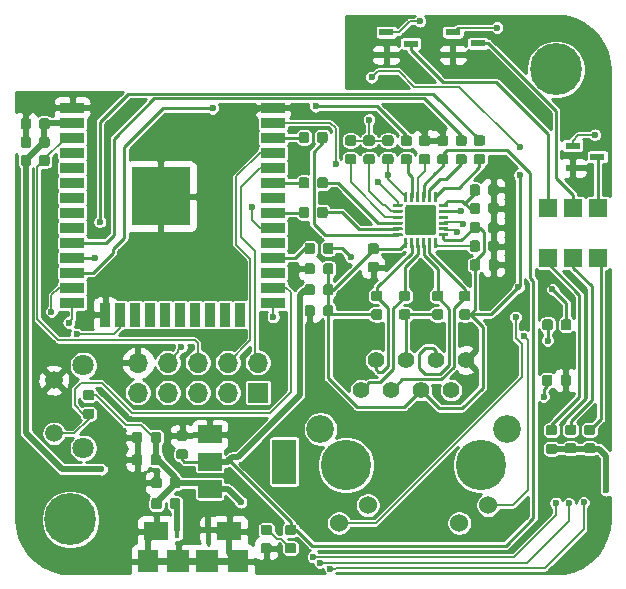
<source format=gbr>
G04 #@! TF.GenerationSoftware,KiCad,Pcbnew,(5.1.5)-3*
G04 #@! TF.CreationDate,2020-09-29T21:06:49-07:00*
G04 #@! TF.ProjectId,EsperDNS,45737065-7244-44e5-932e-6b696361645f,rev?*
G04 #@! TF.SameCoordinates,Original*
G04 #@! TF.FileFunction,Copper,L1,Top*
G04 #@! TF.FilePolarity,Positive*
%FSLAX46Y46*%
G04 Gerber Fmt 4.6, Leading zero omitted, Abs format (unit mm)*
G04 Created by KiCad (PCBNEW (5.1.5)-3) date 2020-09-29 21:06:49*
%MOMM*%
%LPD*%
G04 APERTURE LIST*
%ADD10C,4.266000*%
%ADD11C,2.355000*%
%ADD12C,1.398000*%
%ADD13C,1.530000*%
%ADD14C,0.100000*%
%ADD15R,0.400000X1.350000*%
%ADD16R,2.100000X1.600000*%
%ADD17R,1.900000X1.900000*%
%ADD18R,1.800000X1.900000*%
%ADD19R,1.500000X1.600000*%
%ADD20R,1.300000X0.600000*%
%ADD21C,1.803400*%
%ADD22C,1.498600*%
%ADD23C,4.400000*%
%ADD24R,2.000000X0.900000*%
%ADD25R,0.900000X2.000000*%
%ADD26R,5.000000X5.000000*%
%ADD27R,2.000000X3.800000*%
%ADD28R,2.000000X1.500000*%
%ADD29O,1.700000X1.700000*%
%ADD30R,1.700000X1.700000*%
%ADD31C,0.600000*%
%ADD32C,0.508000*%
%ADD33C,0.254000*%
%ADD34C,0.127000*%
%ADD35C,0.250000*%
G04 APERTURE END LIST*
D10*
X20185000Y-32350000D03*
X31615000Y-32350000D03*
D11*
X18025000Y-29300000D03*
X33775000Y-29300000D03*
D12*
X21455000Y-26000000D03*
X30345000Y-23460000D03*
X22725000Y-23460000D03*
X29075000Y-26000000D03*
X23995000Y-26000000D03*
X27805000Y-23460000D03*
X25265000Y-23460000D03*
X26535000Y-26000000D03*
D13*
X19575000Y-37250000D03*
X32225000Y-35730000D03*
X22025000Y-35730000D03*
X29775000Y-37250000D03*
G04 #@! TA.AperFunction,SMDPad,CuDef*
D14*
G36*
X27818626Y-13125301D02*
G01*
X27824693Y-13126201D01*
X27830643Y-13127691D01*
X27836418Y-13129758D01*
X27841962Y-13132380D01*
X27847223Y-13135533D01*
X27852150Y-13139187D01*
X27856694Y-13143306D01*
X27860813Y-13147850D01*
X27864467Y-13152777D01*
X27867620Y-13158038D01*
X27870242Y-13163582D01*
X27872309Y-13169357D01*
X27873799Y-13175307D01*
X27874699Y-13181374D01*
X27875000Y-13187500D01*
X27875000Y-13887500D01*
X27874699Y-13893626D01*
X27873799Y-13899693D01*
X27872309Y-13905643D01*
X27870242Y-13911418D01*
X27867620Y-13916962D01*
X27864467Y-13922223D01*
X27860813Y-13927150D01*
X27856694Y-13931694D01*
X27852150Y-13935813D01*
X27847223Y-13939467D01*
X27841962Y-13942620D01*
X27836418Y-13945242D01*
X27830643Y-13947309D01*
X27824693Y-13948799D01*
X27818626Y-13949699D01*
X27812500Y-13950000D01*
X27687500Y-13950000D01*
X27681374Y-13949699D01*
X27675307Y-13948799D01*
X27669357Y-13947309D01*
X27663582Y-13945242D01*
X27658038Y-13942620D01*
X27652777Y-13939467D01*
X27647850Y-13935813D01*
X27643306Y-13931694D01*
X27639187Y-13927150D01*
X27635533Y-13922223D01*
X27632380Y-13916962D01*
X27629758Y-13911418D01*
X27627691Y-13905643D01*
X27626201Y-13899693D01*
X27625301Y-13893626D01*
X27625000Y-13887500D01*
X27625000Y-13187500D01*
X27625301Y-13181374D01*
X27626201Y-13175307D01*
X27627691Y-13169357D01*
X27629758Y-13163582D01*
X27632380Y-13158038D01*
X27635533Y-13152777D01*
X27639187Y-13147850D01*
X27643306Y-13143306D01*
X27647850Y-13139187D01*
X27652777Y-13135533D01*
X27658038Y-13132380D01*
X27663582Y-13129758D01*
X27669357Y-13127691D01*
X27675307Y-13126201D01*
X27681374Y-13125301D01*
X27687500Y-13125000D01*
X27812500Y-13125000D01*
X27818626Y-13125301D01*
G37*
G04 #@! TD.AperFunction*
G04 #@! TA.AperFunction,SMDPad,CuDef*
G36*
X27318626Y-13125301D02*
G01*
X27324693Y-13126201D01*
X27330643Y-13127691D01*
X27336418Y-13129758D01*
X27341962Y-13132380D01*
X27347223Y-13135533D01*
X27352150Y-13139187D01*
X27356694Y-13143306D01*
X27360813Y-13147850D01*
X27364467Y-13152777D01*
X27367620Y-13158038D01*
X27370242Y-13163582D01*
X27372309Y-13169357D01*
X27373799Y-13175307D01*
X27374699Y-13181374D01*
X27375000Y-13187500D01*
X27375000Y-13887500D01*
X27374699Y-13893626D01*
X27373799Y-13899693D01*
X27372309Y-13905643D01*
X27370242Y-13911418D01*
X27367620Y-13916962D01*
X27364467Y-13922223D01*
X27360813Y-13927150D01*
X27356694Y-13931694D01*
X27352150Y-13935813D01*
X27347223Y-13939467D01*
X27341962Y-13942620D01*
X27336418Y-13945242D01*
X27330643Y-13947309D01*
X27324693Y-13948799D01*
X27318626Y-13949699D01*
X27312500Y-13950000D01*
X27187500Y-13950000D01*
X27181374Y-13949699D01*
X27175307Y-13948799D01*
X27169357Y-13947309D01*
X27163582Y-13945242D01*
X27158038Y-13942620D01*
X27152777Y-13939467D01*
X27147850Y-13935813D01*
X27143306Y-13931694D01*
X27139187Y-13927150D01*
X27135533Y-13922223D01*
X27132380Y-13916962D01*
X27129758Y-13911418D01*
X27127691Y-13905643D01*
X27126201Y-13899693D01*
X27125301Y-13893626D01*
X27125000Y-13887500D01*
X27125000Y-13187500D01*
X27125301Y-13181374D01*
X27126201Y-13175307D01*
X27127691Y-13169357D01*
X27129758Y-13163582D01*
X27132380Y-13158038D01*
X27135533Y-13152777D01*
X27139187Y-13147850D01*
X27143306Y-13143306D01*
X27147850Y-13139187D01*
X27152777Y-13135533D01*
X27158038Y-13132380D01*
X27163582Y-13129758D01*
X27169357Y-13127691D01*
X27175307Y-13126201D01*
X27181374Y-13125301D01*
X27187500Y-13125000D01*
X27312500Y-13125000D01*
X27318626Y-13125301D01*
G37*
G04 #@! TD.AperFunction*
G04 #@! TA.AperFunction,SMDPad,CuDef*
G36*
X26818626Y-13125301D02*
G01*
X26824693Y-13126201D01*
X26830643Y-13127691D01*
X26836418Y-13129758D01*
X26841962Y-13132380D01*
X26847223Y-13135533D01*
X26852150Y-13139187D01*
X26856694Y-13143306D01*
X26860813Y-13147850D01*
X26864467Y-13152777D01*
X26867620Y-13158038D01*
X26870242Y-13163582D01*
X26872309Y-13169357D01*
X26873799Y-13175307D01*
X26874699Y-13181374D01*
X26875000Y-13187500D01*
X26875000Y-13887500D01*
X26874699Y-13893626D01*
X26873799Y-13899693D01*
X26872309Y-13905643D01*
X26870242Y-13911418D01*
X26867620Y-13916962D01*
X26864467Y-13922223D01*
X26860813Y-13927150D01*
X26856694Y-13931694D01*
X26852150Y-13935813D01*
X26847223Y-13939467D01*
X26841962Y-13942620D01*
X26836418Y-13945242D01*
X26830643Y-13947309D01*
X26824693Y-13948799D01*
X26818626Y-13949699D01*
X26812500Y-13950000D01*
X26687500Y-13950000D01*
X26681374Y-13949699D01*
X26675307Y-13948799D01*
X26669357Y-13947309D01*
X26663582Y-13945242D01*
X26658038Y-13942620D01*
X26652777Y-13939467D01*
X26647850Y-13935813D01*
X26643306Y-13931694D01*
X26639187Y-13927150D01*
X26635533Y-13922223D01*
X26632380Y-13916962D01*
X26629758Y-13911418D01*
X26627691Y-13905643D01*
X26626201Y-13899693D01*
X26625301Y-13893626D01*
X26625000Y-13887500D01*
X26625000Y-13187500D01*
X26625301Y-13181374D01*
X26626201Y-13175307D01*
X26627691Y-13169357D01*
X26629758Y-13163582D01*
X26632380Y-13158038D01*
X26635533Y-13152777D01*
X26639187Y-13147850D01*
X26643306Y-13143306D01*
X26647850Y-13139187D01*
X26652777Y-13135533D01*
X26658038Y-13132380D01*
X26663582Y-13129758D01*
X26669357Y-13127691D01*
X26675307Y-13126201D01*
X26681374Y-13125301D01*
X26687500Y-13125000D01*
X26812500Y-13125000D01*
X26818626Y-13125301D01*
G37*
G04 #@! TD.AperFunction*
G04 #@! TA.AperFunction,SMDPad,CuDef*
G36*
X26318626Y-13125301D02*
G01*
X26324693Y-13126201D01*
X26330643Y-13127691D01*
X26336418Y-13129758D01*
X26341962Y-13132380D01*
X26347223Y-13135533D01*
X26352150Y-13139187D01*
X26356694Y-13143306D01*
X26360813Y-13147850D01*
X26364467Y-13152777D01*
X26367620Y-13158038D01*
X26370242Y-13163582D01*
X26372309Y-13169357D01*
X26373799Y-13175307D01*
X26374699Y-13181374D01*
X26375000Y-13187500D01*
X26375000Y-13887500D01*
X26374699Y-13893626D01*
X26373799Y-13899693D01*
X26372309Y-13905643D01*
X26370242Y-13911418D01*
X26367620Y-13916962D01*
X26364467Y-13922223D01*
X26360813Y-13927150D01*
X26356694Y-13931694D01*
X26352150Y-13935813D01*
X26347223Y-13939467D01*
X26341962Y-13942620D01*
X26336418Y-13945242D01*
X26330643Y-13947309D01*
X26324693Y-13948799D01*
X26318626Y-13949699D01*
X26312500Y-13950000D01*
X26187500Y-13950000D01*
X26181374Y-13949699D01*
X26175307Y-13948799D01*
X26169357Y-13947309D01*
X26163582Y-13945242D01*
X26158038Y-13942620D01*
X26152777Y-13939467D01*
X26147850Y-13935813D01*
X26143306Y-13931694D01*
X26139187Y-13927150D01*
X26135533Y-13922223D01*
X26132380Y-13916962D01*
X26129758Y-13911418D01*
X26127691Y-13905643D01*
X26126201Y-13899693D01*
X26125301Y-13893626D01*
X26125000Y-13887500D01*
X26125000Y-13187500D01*
X26125301Y-13181374D01*
X26126201Y-13175307D01*
X26127691Y-13169357D01*
X26129758Y-13163582D01*
X26132380Y-13158038D01*
X26135533Y-13152777D01*
X26139187Y-13147850D01*
X26143306Y-13143306D01*
X26147850Y-13139187D01*
X26152777Y-13135533D01*
X26158038Y-13132380D01*
X26163582Y-13129758D01*
X26169357Y-13127691D01*
X26175307Y-13126201D01*
X26181374Y-13125301D01*
X26187500Y-13125000D01*
X26312500Y-13125000D01*
X26318626Y-13125301D01*
G37*
G04 #@! TD.AperFunction*
G04 #@! TA.AperFunction,SMDPad,CuDef*
G36*
X25818626Y-13125301D02*
G01*
X25824693Y-13126201D01*
X25830643Y-13127691D01*
X25836418Y-13129758D01*
X25841962Y-13132380D01*
X25847223Y-13135533D01*
X25852150Y-13139187D01*
X25856694Y-13143306D01*
X25860813Y-13147850D01*
X25864467Y-13152777D01*
X25867620Y-13158038D01*
X25870242Y-13163582D01*
X25872309Y-13169357D01*
X25873799Y-13175307D01*
X25874699Y-13181374D01*
X25875000Y-13187500D01*
X25875000Y-13887500D01*
X25874699Y-13893626D01*
X25873799Y-13899693D01*
X25872309Y-13905643D01*
X25870242Y-13911418D01*
X25867620Y-13916962D01*
X25864467Y-13922223D01*
X25860813Y-13927150D01*
X25856694Y-13931694D01*
X25852150Y-13935813D01*
X25847223Y-13939467D01*
X25841962Y-13942620D01*
X25836418Y-13945242D01*
X25830643Y-13947309D01*
X25824693Y-13948799D01*
X25818626Y-13949699D01*
X25812500Y-13950000D01*
X25687500Y-13950000D01*
X25681374Y-13949699D01*
X25675307Y-13948799D01*
X25669357Y-13947309D01*
X25663582Y-13945242D01*
X25658038Y-13942620D01*
X25652777Y-13939467D01*
X25647850Y-13935813D01*
X25643306Y-13931694D01*
X25639187Y-13927150D01*
X25635533Y-13922223D01*
X25632380Y-13916962D01*
X25629758Y-13911418D01*
X25627691Y-13905643D01*
X25626201Y-13899693D01*
X25625301Y-13893626D01*
X25625000Y-13887500D01*
X25625000Y-13187500D01*
X25625301Y-13181374D01*
X25626201Y-13175307D01*
X25627691Y-13169357D01*
X25629758Y-13163582D01*
X25632380Y-13158038D01*
X25635533Y-13152777D01*
X25639187Y-13147850D01*
X25643306Y-13143306D01*
X25647850Y-13139187D01*
X25652777Y-13135533D01*
X25658038Y-13132380D01*
X25663582Y-13129758D01*
X25669357Y-13127691D01*
X25675307Y-13126201D01*
X25681374Y-13125301D01*
X25687500Y-13125000D01*
X25812500Y-13125000D01*
X25818626Y-13125301D01*
G37*
G04 #@! TD.AperFunction*
G04 #@! TA.AperFunction,SMDPad,CuDef*
G36*
X25318626Y-13125301D02*
G01*
X25324693Y-13126201D01*
X25330643Y-13127691D01*
X25336418Y-13129758D01*
X25341962Y-13132380D01*
X25347223Y-13135533D01*
X25352150Y-13139187D01*
X25356694Y-13143306D01*
X25360813Y-13147850D01*
X25364467Y-13152777D01*
X25367620Y-13158038D01*
X25370242Y-13163582D01*
X25372309Y-13169357D01*
X25373799Y-13175307D01*
X25374699Y-13181374D01*
X25375000Y-13187500D01*
X25375000Y-13887500D01*
X25374699Y-13893626D01*
X25373799Y-13899693D01*
X25372309Y-13905643D01*
X25370242Y-13911418D01*
X25367620Y-13916962D01*
X25364467Y-13922223D01*
X25360813Y-13927150D01*
X25356694Y-13931694D01*
X25352150Y-13935813D01*
X25347223Y-13939467D01*
X25341962Y-13942620D01*
X25336418Y-13945242D01*
X25330643Y-13947309D01*
X25324693Y-13948799D01*
X25318626Y-13949699D01*
X25312500Y-13950000D01*
X25187500Y-13950000D01*
X25181374Y-13949699D01*
X25175307Y-13948799D01*
X25169357Y-13947309D01*
X25163582Y-13945242D01*
X25158038Y-13942620D01*
X25152777Y-13939467D01*
X25147850Y-13935813D01*
X25143306Y-13931694D01*
X25139187Y-13927150D01*
X25135533Y-13922223D01*
X25132380Y-13916962D01*
X25129758Y-13911418D01*
X25127691Y-13905643D01*
X25126201Y-13899693D01*
X25125301Y-13893626D01*
X25125000Y-13887500D01*
X25125000Y-13187500D01*
X25125301Y-13181374D01*
X25126201Y-13175307D01*
X25127691Y-13169357D01*
X25129758Y-13163582D01*
X25132380Y-13158038D01*
X25135533Y-13152777D01*
X25139187Y-13147850D01*
X25143306Y-13143306D01*
X25147850Y-13139187D01*
X25152777Y-13135533D01*
X25158038Y-13132380D01*
X25163582Y-13129758D01*
X25169357Y-13127691D01*
X25175307Y-13126201D01*
X25181374Y-13125301D01*
X25187500Y-13125000D01*
X25312500Y-13125000D01*
X25318626Y-13125301D01*
G37*
G04 #@! TD.AperFunction*
G04 #@! TA.AperFunction,SMDPad,CuDef*
G36*
X24918626Y-12725301D02*
G01*
X24924693Y-12726201D01*
X24930643Y-12727691D01*
X24936418Y-12729758D01*
X24941962Y-12732380D01*
X24947223Y-12735533D01*
X24952150Y-12739187D01*
X24956694Y-12743306D01*
X24960813Y-12747850D01*
X24964467Y-12752777D01*
X24967620Y-12758038D01*
X24970242Y-12763582D01*
X24972309Y-12769357D01*
X24973799Y-12775307D01*
X24974699Y-12781374D01*
X24975000Y-12787500D01*
X24975000Y-12912500D01*
X24974699Y-12918626D01*
X24973799Y-12924693D01*
X24972309Y-12930643D01*
X24970242Y-12936418D01*
X24967620Y-12941962D01*
X24964467Y-12947223D01*
X24960813Y-12952150D01*
X24956694Y-12956694D01*
X24952150Y-12960813D01*
X24947223Y-12964467D01*
X24941962Y-12967620D01*
X24936418Y-12970242D01*
X24930643Y-12972309D01*
X24924693Y-12973799D01*
X24918626Y-12974699D01*
X24912500Y-12975000D01*
X24212500Y-12975000D01*
X24206374Y-12974699D01*
X24200307Y-12973799D01*
X24194357Y-12972309D01*
X24188582Y-12970242D01*
X24183038Y-12967620D01*
X24177777Y-12964467D01*
X24172850Y-12960813D01*
X24168306Y-12956694D01*
X24164187Y-12952150D01*
X24160533Y-12947223D01*
X24157380Y-12941962D01*
X24154758Y-12936418D01*
X24152691Y-12930643D01*
X24151201Y-12924693D01*
X24150301Y-12918626D01*
X24150000Y-12912500D01*
X24150000Y-12787500D01*
X24150301Y-12781374D01*
X24151201Y-12775307D01*
X24152691Y-12769357D01*
X24154758Y-12763582D01*
X24157380Y-12758038D01*
X24160533Y-12752777D01*
X24164187Y-12747850D01*
X24168306Y-12743306D01*
X24172850Y-12739187D01*
X24177777Y-12735533D01*
X24183038Y-12732380D01*
X24188582Y-12729758D01*
X24194357Y-12727691D01*
X24200307Y-12726201D01*
X24206374Y-12725301D01*
X24212500Y-12725000D01*
X24912500Y-12725000D01*
X24918626Y-12725301D01*
G37*
G04 #@! TD.AperFunction*
G04 #@! TA.AperFunction,SMDPad,CuDef*
G36*
X24918626Y-12225301D02*
G01*
X24924693Y-12226201D01*
X24930643Y-12227691D01*
X24936418Y-12229758D01*
X24941962Y-12232380D01*
X24947223Y-12235533D01*
X24952150Y-12239187D01*
X24956694Y-12243306D01*
X24960813Y-12247850D01*
X24964467Y-12252777D01*
X24967620Y-12258038D01*
X24970242Y-12263582D01*
X24972309Y-12269357D01*
X24973799Y-12275307D01*
X24974699Y-12281374D01*
X24975000Y-12287500D01*
X24975000Y-12412500D01*
X24974699Y-12418626D01*
X24973799Y-12424693D01*
X24972309Y-12430643D01*
X24970242Y-12436418D01*
X24967620Y-12441962D01*
X24964467Y-12447223D01*
X24960813Y-12452150D01*
X24956694Y-12456694D01*
X24952150Y-12460813D01*
X24947223Y-12464467D01*
X24941962Y-12467620D01*
X24936418Y-12470242D01*
X24930643Y-12472309D01*
X24924693Y-12473799D01*
X24918626Y-12474699D01*
X24912500Y-12475000D01*
X24212500Y-12475000D01*
X24206374Y-12474699D01*
X24200307Y-12473799D01*
X24194357Y-12472309D01*
X24188582Y-12470242D01*
X24183038Y-12467620D01*
X24177777Y-12464467D01*
X24172850Y-12460813D01*
X24168306Y-12456694D01*
X24164187Y-12452150D01*
X24160533Y-12447223D01*
X24157380Y-12441962D01*
X24154758Y-12436418D01*
X24152691Y-12430643D01*
X24151201Y-12424693D01*
X24150301Y-12418626D01*
X24150000Y-12412500D01*
X24150000Y-12287500D01*
X24150301Y-12281374D01*
X24151201Y-12275307D01*
X24152691Y-12269357D01*
X24154758Y-12263582D01*
X24157380Y-12258038D01*
X24160533Y-12252777D01*
X24164187Y-12247850D01*
X24168306Y-12243306D01*
X24172850Y-12239187D01*
X24177777Y-12235533D01*
X24183038Y-12232380D01*
X24188582Y-12229758D01*
X24194357Y-12227691D01*
X24200307Y-12226201D01*
X24206374Y-12225301D01*
X24212500Y-12225000D01*
X24912500Y-12225000D01*
X24918626Y-12225301D01*
G37*
G04 #@! TD.AperFunction*
G04 #@! TA.AperFunction,SMDPad,CuDef*
G36*
X24918626Y-11725301D02*
G01*
X24924693Y-11726201D01*
X24930643Y-11727691D01*
X24936418Y-11729758D01*
X24941962Y-11732380D01*
X24947223Y-11735533D01*
X24952150Y-11739187D01*
X24956694Y-11743306D01*
X24960813Y-11747850D01*
X24964467Y-11752777D01*
X24967620Y-11758038D01*
X24970242Y-11763582D01*
X24972309Y-11769357D01*
X24973799Y-11775307D01*
X24974699Y-11781374D01*
X24975000Y-11787500D01*
X24975000Y-11912500D01*
X24974699Y-11918626D01*
X24973799Y-11924693D01*
X24972309Y-11930643D01*
X24970242Y-11936418D01*
X24967620Y-11941962D01*
X24964467Y-11947223D01*
X24960813Y-11952150D01*
X24956694Y-11956694D01*
X24952150Y-11960813D01*
X24947223Y-11964467D01*
X24941962Y-11967620D01*
X24936418Y-11970242D01*
X24930643Y-11972309D01*
X24924693Y-11973799D01*
X24918626Y-11974699D01*
X24912500Y-11975000D01*
X24212500Y-11975000D01*
X24206374Y-11974699D01*
X24200307Y-11973799D01*
X24194357Y-11972309D01*
X24188582Y-11970242D01*
X24183038Y-11967620D01*
X24177777Y-11964467D01*
X24172850Y-11960813D01*
X24168306Y-11956694D01*
X24164187Y-11952150D01*
X24160533Y-11947223D01*
X24157380Y-11941962D01*
X24154758Y-11936418D01*
X24152691Y-11930643D01*
X24151201Y-11924693D01*
X24150301Y-11918626D01*
X24150000Y-11912500D01*
X24150000Y-11787500D01*
X24150301Y-11781374D01*
X24151201Y-11775307D01*
X24152691Y-11769357D01*
X24154758Y-11763582D01*
X24157380Y-11758038D01*
X24160533Y-11752777D01*
X24164187Y-11747850D01*
X24168306Y-11743306D01*
X24172850Y-11739187D01*
X24177777Y-11735533D01*
X24183038Y-11732380D01*
X24188582Y-11729758D01*
X24194357Y-11727691D01*
X24200307Y-11726201D01*
X24206374Y-11725301D01*
X24212500Y-11725000D01*
X24912500Y-11725000D01*
X24918626Y-11725301D01*
G37*
G04 #@! TD.AperFunction*
G04 #@! TA.AperFunction,SMDPad,CuDef*
G36*
X24918626Y-11225301D02*
G01*
X24924693Y-11226201D01*
X24930643Y-11227691D01*
X24936418Y-11229758D01*
X24941962Y-11232380D01*
X24947223Y-11235533D01*
X24952150Y-11239187D01*
X24956694Y-11243306D01*
X24960813Y-11247850D01*
X24964467Y-11252777D01*
X24967620Y-11258038D01*
X24970242Y-11263582D01*
X24972309Y-11269357D01*
X24973799Y-11275307D01*
X24974699Y-11281374D01*
X24975000Y-11287500D01*
X24975000Y-11412500D01*
X24974699Y-11418626D01*
X24973799Y-11424693D01*
X24972309Y-11430643D01*
X24970242Y-11436418D01*
X24967620Y-11441962D01*
X24964467Y-11447223D01*
X24960813Y-11452150D01*
X24956694Y-11456694D01*
X24952150Y-11460813D01*
X24947223Y-11464467D01*
X24941962Y-11467620D01*
X24936418Y-11470242D01*
X24930643Y-11472309D01*
X24924693Y-11473799D01*
X24918626Y-11474699D01*
X24912500Y-11475000D01*
X24212500Y-11475000D01*
X24206374Y-11474699D01*
X24200307Y-11473799D01*
X24194357Y-11472309D01*
X24188582Y-11470242D01*
X24183038Y-11467620D01*
X24177777Y-11464467D01*
X24172850Y-11460813D01*
X24168306Y-11456694D01*
X24164187Y-11452150D01*
X24160533Y-11447223D01*
X24157380Y-11441962D01*
X24154758Y-11436418D01*
X24152691Y-11430643D01*
X24151201Y-11424693D01*
X24150301Y-11418626D01*
X24150000Y-11412500D01*
X24150000Y-11287500D01*
X24150301Y-11281374D01*
X24151201Y-11275307D01*
X24152691Y-11269357D01*
X24154758Y-11263582D01*
X24157380Y-11258038D01*
X24160533Y-11252777D01*
X24164187Y-11247850D01*
X24168306Y-11243306D01*
X24172850Y-11239187D01*
X24177777Y-11235533D01*
X24183038Y-11232380D01*
X24188582Y-11229758D01*
X24194357Y-11227691D01*
X24200307Y-11226201D01*
X24206374Y-11225301D01*
X24212500Y-11225000D01*
X24912500Y-11225000D01*
X24918626Y-11225301D01*
G37*
G04 #@! TD.AperFunction*
G04 #@! TA.AperFunction,SMDPad,CuDef*
G36*
X24918626Y-10725301D02*
G01*
X24924693Y-10726201D01*
X24930643Y-10727691D01*
X24936418Y-10729758D01*
X24941962Y-10732380D01*
X24947223Y-10735533D01*
X24952150Y-10739187D01*
X24956694Y-10743306D01*
X24960813Y-10747850D01*
X24964467Y-10752777D01*
X24967620Y-10758038D01*
X24970242Y-10763582D01*
X24972309Y-10769357D01*
X24973799Y-10775307D01*
X24974699Y-10781374D01*
X24975000Y-10787500D01*
X24975000Y-10912500D01*
X24974699Y-10918626D01*
X24973799Y-10924693D01*
X24972309Y-10930643D01*
X24970242Y-10936418D01*
X24967620Y-10941962D01*
X24964467Y-10947223D01*
X24960813Y-10952150D01*
X24956694Y-10956694D01*
X24952150Y-10960813D01*
X24947223Y-10964467D01*
X24941962Y-10967620D01*
X24936418Y-10970242D01*
X24930643Y-10972309D01*
X24924693Y-10973799D01*
X24918626Y-10974699D01*
X24912500Y-10975000D01*
X24212500Y-10975000D01*
X24206374Y-10974699D01*
X24200307Y-10973799D01*
X24194357Y-10972309D01*
X24188582Y-10970242D01*
X24183038Y-10967620D01*
X24177777Y-10964467D01*
X24172850Y-10960813D01*
X24168306Y-10956694D01*
X24164187Y-10952150D01*
X24160533Y-10947223D01*
X24157380Y-10941962D01*
X24154758Y-10936418D01*
X24152691Y-10930643D01*
X24151201Y-10924693D01*
X24150301Y-10918626D01*
X24150000Y-10912500D01*
X24150000Y-10787500D01*
X24150301Y-10781374D01*
X24151201Y-10775307D01*
X24152691Y-10769357D01*
X24154758Y-10763582D01*
X24157380Y-10758038D01*
X24160533Y-10752777D01*
X24164187Y-10747850D01*
X24168306Y-10743306D01*
X24172850Y-10739187D01*
X24177777Y-10735533D01*
X24183038Y-10732380D01*
X24188582Y-10729758D01*
X24194357Y-10727691D01*
X24200307Y-10726201D01*
X24206374Y-10725301D01*
X24212500Y-10725000D01*
X24912500Y-10725000D01*
X24918626Y-10725301D01*
G37*
G04 #@! TD.AperFunction*
G04 #@! TA.AperFunction,SMDPad,CuDef*
G36*
X24918626Y-10225301D02*
G01*
X24924693Y-10226201D01*
X24930643Y-10227691D01*
X24936418Y-10229758D01*
X24941962Y-10232380D01*
X24947223Y-10235533D01*
X24952150Y-10239187D01*
X24956694Y-10243306D01*
X24960813Y-10247850D01*
X24964467Y-10252777D01*
X24967620Y-10258038D01*
X24970242Y-10263582D01*
X24972309Y-10269357D01*
X24973799Y-10275307D01*
X24974699Y-10281374D01*
X24975000Y-10287500D01*
X24975000Y-10412500D01*
X24974699Y-10418626D01*
X24973799Y-10424693D01*
X24972309Y-10430643D01*
X24970242Y-10436418D01*
X24967620Y-10441962D01*
X24964467Y-10447223D01*
X24960813Y-10452150D01*
X24956694Y-10456694D01*
X24952150Y-10460813D01*
X24947223Y-10464467D01*
X24941962Y-10467620D01*
X24936418Y-10470242D01*
X24930643Y-10472309D01*
X24924693Y-10473799D01*
X24918626Y-10474699D01*
X24912500Y-10475000D01*
X24212500Y-10475000D01*
X24206374Y-10474699D01*
X24200307Y-10473799D01*
X24194357Y-10472309D01*
X24188582Y-10470242D01*
X24183038Y-10467620D01*
X24177777Y-10464467D01*
X24172850Y-10460813D01*
X24168306Y-10456694D01*
X24164187Y-10452150D01*
X24160533Y-10447223D01*
X24157380Y-10441962D01*
X24154758Y-10436418D01*
X24152691Y-10430643D01*
X24151201Y-10424693D01*
X24150301Y-10418626D01*
X24150000Y-10412500D01*
X24150000Y-10287500D01*
X24150301Y-10281374D01*
X24151201Y-10275307D01*
X24152691Y-10269357D01*
X24154758Y-10263582D01*
X24157380Y-10258038D01*
X24160533Y-10252777D01*
X24164187Y-10247850D01*
X24168306Y-10243306D01*
X24172850Y-10239187D01*
X24177777Y-10235533D01*
X24183038Y-10232380D01*
X24188582Y-10229758D01*
X24194357Y-10227691D01*
X24200307Y-10226201D01*
X24206374Y-10225301D01*
X24212500Y-10225000D01*
X24912500Y-10225000D01*
X24918626Y-10225301D01*
G37*
G04 #@! TD.AperFunction*
G04 #@! TA.AperFunction,SMDPad,CuDef*
G36*
X25318626Y-9250301D02*
G01*
X25324693Y-9251201D01*
X25330643Y-9252691D01*
X25336418Y-9254758D01*
X25341962Y-9257380D01*
X25347223Y-9260533D01*
X25352150Y-9264187D01*
X25356694Y-9268306D01*
X25360813Y-9272850D01*
X25364467Y-9277777D01*
X25367620Y-9283038D01*
X25370242Y-9288582D01*
X25372309Y-9294357D01*
X25373799Y-9300307D01*
X25374699Y-9306374D01*
X25375000Y-9312500D01*
X25375000Y-10012500D01*
X25374699Y-10018626D01*
X25373799Y-10024693D01*
X25372309Y-10030643D01*
X25370242Y-10036418D01*
X25367620Y-10041962D01*
X25364467Y-10047223D01*
X25360813Y-10052150D01*
X25356694Y-10056694D01*
X25352150Y-10060813D01*
X25347223Y-10064467D01*
X25341962Y-10067620D01*
X25336418Y-10070242D01*
X25330643Y-10072309D01*
X25324693Y-10073799D01*
X25318626Y-10074699D01*
X25312500Y-10075000D01*
X25187500Y-10075000D01*
X25181374Y-10074699D01*
X25175307Y-10073799D01*
X25169357Y-10072309D01*
X25163582Y-10070242D01*
X25158038Y-10067620D01*
X25152777Y-10064467D01*
X25147850Y-10060813D01*
X25143306Y-10056694D01*
X25139187Y-10052150D01*
X25135533Y-10047223D01*
X25132380Y-10041962D01*
X25129758Y-10036418D01*
X25127691Y-10030643D01*
X25126201Y-10024693D01*
X25125301Y-10018626D01*
X25125000Y-10012500D01*
X25125000Y-9312500D01*
X25125301Y-9306374D01*
X25126201Y-9300307D01*
X25127691Y-9294357D01*
X25129758Y-9288582D01*
X25132380Y-9283038D01*
X25135533Y-9277777D01*
X25139187Y-9272850D01*
X25143306Y-9268306D01*
X25147850Y-9264187D01*
X25152777Y-9260533D01*
X25158038Y-9257380D01*
X25163582Y-9254758D01*
X25169357Y-9252691D01*
X25175307Y-9251201D01*
X25181374Y-9250301D01*
X25187500Y-9250000D01*
X25312500Y-9250000D01*
X25318626Y-9250301D01*
G37*
G04 #@! TD.AperFunction*
G04 #@! TA.AperFunction,SMDPad,CuDef*
G36*
X25818626Y-9250301D02*
G01*
X25824693Y-9251201D01*
X25830643Y-9252691D01*
X25836418Y-9254758D01*
X25841962Y-9257380D01*
X25847223Y-9260533D01*
X25852150Y-9264187D01*
X25856694Y-9268306D01*
X25860813Y-9272850D01*
X25864467Y-9277777D01*
X25867620Y-9283038D01*
X25870242Y-9288582D01*
X25872309Y-9294357D01*
X25873799Y-9300307D01*
X25874699Y-9306374D01*
X25875000Y-9312500D01*
X25875000Y-10012500D01*
X25874699Y-10018626D01*
X25873799Y-10024693D01*
X25872309Y-10030643D01*
X25870242Y-10036418D01*
X25867620Y-10041962D01*
X25864467Y-10047223D01*
X25860813Y-10052150D01*
X25856694Y-10056694D01*
X25852150Y-10060813D01*
X25847223Y-10064467D01*
X25841962Y-10067620D01*
X25836418Y-10070242D01*
X25830643Y-10072309D01*
X25824693Y-10073799D01*
X25818626Y-10074699D01*
X25812500Y-10075000D01*
X25687500Y-10075000D01*
X25681374Y-10074699D01*
X25675307Y-10073799D01*
X25669357Y-10072309D01*
X25663582Y-10070242D01*
X25658038Y-10067620D01*
X25652777Y-10064467D01*
X25647850Y-10060813D01*
X25643306Y-10056694D01*
X25639187Y-10052150D01*
X25635533Y-10047223D01*
X25632380Y-10041962D01*
X25629758Y-10036418D01*
X25627691Y-10030643D01*
X25626201Y-10024693D01*
X25625301Y-10018626D01*
X25625000Y-10012500D01*
X25625000Y-9312500D01*
X25625301Y-9306374D01*
X25626201Y-9300307D01*
X25627691Y-9294357D01*
X25629758Y-9288582D01*
X25632380Y-9283038D01*
X25635533Y-9277777D01*
X25639187Y-9272850D01*
X25643306Y-9268306D01*
X25647850Y-9264187D01*
X25652777Y-9260533D01*
X25658038Y-9257380D01*
X25663582Y-9254758D01*
X25669357Y-9252691D01*
X25675307Y-9251201D01*
X25681374Y-9250301D01*
X25687500Y-9250000D01*
X25812500Y-9250000D01*
X25818626Y-9250301D01*
G37*
G04 #@! TD.AperFunction*
G04 #@! TA.AperFunction,SMDPad,CuDef*
G36*
X26318626Y-9250301D02*
G01*
X26324693Y-9251201D01*
X26330643Y-9252691D01*
X26336418Y-9254758D01*
X26341962Y-9257380D01*
X26347223Y-9260533D01*
X26352150Y-9264187D01*
X26356694Y-9268306D01*
X26360813Y-9272850D01*
X26364467Y-9277777D01*
X26367620Y-9283038D01*
X26370242Y-9288582D01*
X26372309Y-9294357D01*
X26373799Y-9300307D01*
X26374699Y-9306374D01*
X26375000Y-9312500D01*
X26375000Y-10012500D01*
X26374699Y-10018626D01*
X26373799Y-10024693D01*
X26372309Y-10030643D01*
X26370242Y-10036418D01*
X26367620Y-10041962D01*
X26364467Y-10047223D01*
X26360813Y-10052150D01*
X26356694Y-10056694D01*
X26352150Y-10060813D01*
X26347223Y-10064467D01*
X26341962Y-10067620D01*
X26336418Y-10070242D01*
X26330643Y-10072309D01*
X26324693Y-10073799D01*
X26318626Y-10074699D01*
X26312500Y-10075000D01*
X26187500Y-10075000D01*
X26181374Y-10074699D01*
X26175307Y-10073799D01*
X26169357Y-10072309D01*
X26163582Y-10070242D01*
X26158038Y-10067620D01*
X26152777Y-10064467D01*
X26147850Y-10060813D01*
X26143306Y-10056694D01*
X26139187Y-10052150D01*
X26135533Y-10047223D01*
X26132380Y-10041962D01*
X26129758Y-10036418D01*
X26127691Y-10030643D01*
X26126201Y-10024693D01*
X26125301Y-10018626D01*
X26125000Y-10012500D01*
X26125000Y-9312500D01*
X26125301Y-9306374D01*
X26126201Y-9300307D01*
X26127691Y-9294357D01*
X26129758Y-9288582D01*
X26132380Y-9283038D01*
X26135533Y-9277777D01*
X26139187Y-9272850D01*
X26143306Y-9268306D01*
X26147850Y-9264187D01*
X26152777Y-9260533D01*
X26158038Y-9257380D01*
X26163582Y-9254758D01*
X26169357Y-9252691D01*
X26175307Y-9251201D01*
X26181374Y-9250301D01*
X26187500Y-9250000D01*
X26312500Y-9250000D01*
X26318626Y-9250301D01*
G37*
G04 #@! TD.AperFunction*
G04 #@! TA.AperFunction,SMDPad,CuDef*
G36*
X26818626Y-9250301D02*
G01*
X26824693Y-9251201D01*
X26830643Y-9252691D01*
X26836418Y-9254758D01*
X26841962Y-9257380D01*
X26847223Y-9260533D01*
X26852150Y-9264187D01*
X26856694Y-9268306D01*
X26860813Y-9272850D01*
X26864467Y-9277777D01*
X26867620Y-9283038D01*
X26870242Y-9288582D01*
X26872309Y-9294357D01*
X26873799Y-9300307D01*
X26874699Y-9306374D01*
X26875000Y-9312500D01*
X26875000Y-10012500D01*
X26874699Y-10018626D01*
X26873799Y-10024693D01*
X26872309Y-10030643D01*
X26870242Y-10036418D01*
X26867620Y-10041962D01*
X26864467Y-10047223D01*
X26860813Y-10052150D01*
X26856694Y-10056694D01*
X26852150Y-10060813D01*
X26847223Y-10064467D01*
X26841962Y-10067620D01*
X26836418Y-10070242D01*
X26830643Y-10072309D01*
X26824693Y-10073799D01*
X26818626Y-10074699D01*
X26812500Y-10075000D01*
X26687500Y-10075000D01*
X26681374Y-10074699D01*
X26675307Y-10073799D01*
X26669357Y-10072309D01*
X26663582Y-10070242D01*
X26658038Y-10067620D01*
X26652777Y-10064467D01*
X26647850Y-10060813D01*
X26643306Y-10056694D01*
X26639187Y-10052150D01*
X26635533Y-10047223D01*
X26632380Y-10041962D01*
X26629758Y-10036418D01*
X26627691Y-10030643D01*
X26626201Y-10024693D01*
X26625301Y-10018626D01*
X26625000Y-10012500D01*
X26625000Y-9312500D01*
X26625301Y-9306374D01*
X26626201Y-9300307D01*
X26627691Y-9294357D01*
X26629758Y-9288582D01*
X26632380Y-9283038D01*
X26635533Y-9277777D01*
X26639187Y-9272850D01*
X26643306Y-9268306D01*
X26647850Y-9264187D01*
X26652777Y-9260533D01*
X26658038Y-9257380D01*
X26663582Y-9254758D01*
X26669357Y-9252691D01*
X26675307Y-9251201D01*
X26681374Y-9250301D01*
X26687500Y-9250000D01*
X26812500Y-9250000D01*
X26818626Y-9250301D01*
G37*
G04 #@! TD.AperFunction*
G04 #@! TA.AperFunction,SMDPad,CuDef*
G36*
X27318626Y-9250301D02*
G01*
X27324693Y-9251201D01*
X27330643Y-9252691D01*
X27336418Y-9254758D01*
X27341962Y-9257380D01*
X27347223Y-9260533D01*
X27352150Y-9264187D01*
X27356694Y-9268306D01*
X27360813Y-9272850D01*
X27364467Y-9277777D01*
X27367620Y-9283038D01*
X27370242Y-9288582D01*
X27372309Y-9294357D01*
X27373799Y-9300307D01*
X27374699Y-9306374D01*
X27375000Y-9312500D01*
X27375000Y-10012500D01*
X27374699Y-10018626D01*
X27373799Y-10024693D01*
X27372309Y-10030643D01*
X27370242Y-10036418D01*
X27367620Y-10041962D01*
X27364467Y-10047223D01*
X27360813Y-10052150D01*
X27356694Y-10056694D01*
X27352150Y-10060813D01*
X27347223Y-10064467D01*
X27341962Y-10067620D01*
X27336418Y-10070242D01*
X27330643Y-10072309D01*
X27324693Y-10073799D01*
X27318626Y-10074699D01*
X27312500Y-10075000D01*
X27187500Y-10075000D01*
X27181374Y-10074699D01*
X27175307Y-10073799D01*
X27169357Y-10072309D01*
X27163582Y-10070242D01*
X27158038Y-10067620D01*
X27152777Y-10064467D01*
X27147850Y-10060813D01*
X27143306Y-10056694D01*
X27139187Y-10052150D01*
X27135533Y-10047223D01*
X27132380Y-10041962D01*
X27129758Y-10036418D01*
X27127691Y-10030643D01*
X27126201Y-10024693D01*
X27125301Y-10018626D01*
X27125000Y-10012500D01*
X27125000Y-9312500D01*
X27125301Y-9306374D01*
X27126201Y-9300307D01*
X27127691Y-9294357D01*
X27129758Y-9288582D01*
X27132380Y-9283038D01*
X27135533Y-9277777D01*
X27139187Y-9272850D01*
X27143306Y-9268306D01*
X27147850Y-9264187D01*
X27152777Y-9260533D01*
X27158038Y-9257380D01*
X27163582Y-9254758D01*
X27169357Y-9252691D01*
X27175307Y-9251201D01*
X27181374Y-9250301D01*
X27187500Y-9250000D01*
X27312500Y-9250000D01*
X27318626Y-9250301D01*
G37*
G04 #@! TD.AperFunction*
G04 #@! TA.AperFunction,SMDPad,CuDef*
G36*
X27818626Y-9250301D02*
G01*
X27824693Y-9251201D01*
X27830643Y-9252691D01*
X27836418Y-9254758D01*
X27841962Y-9257380D01*
X27847223Y-9260533D01*
X27852150Y-9264187D01*
X27856694Y-9268306D01*
X27860813Y-9272850D01*
X27864467Y-9277777D01*
X27867620Y-9283038D01*
X27870242Y-9288582D01*
X27872309Y-9294357D01*
X27873799Y-9300307D01*
X27874699Y-9306374D01*
X27875000Y-9312500D01*
X27875000Y-10012500D01*
X27874699Y-10018626D01*
X27873799Y-10024693D01*
X27872309Y-10030643D01*
X27870242Y-10036418D01*
X27867620Y-10041962D01*
X27864467Y-10047223D01*
X27860813Y-10052150D01*
X27856694Y-10056694D01*
X27852150Y-10060813D01*
X27847223Y-10064467D01*
X27841962Y-10067620D01*
X27836418Y-10070242D01*
X27830643Y-10072309D01*
X27824693Y-10073799D01*
X27818626Y-10074699D01*
X27812500Y-10075000D01*
X27687500Y-10075000D01*
X27681374Y-10074699D01*
X27675307Y-10073799D01*
X27669357Y-10072309D01*
X27663582Y-10070242D01*
X27658038Y-10067620D01*
X27652777Y-10064467D01*
X27647850Y-10060813D01*
X27643306Y-10056694D01*
X27639187Y-10052150D01*
X27635533Y-10047223D01*
X27632380Y-10041962D01*
X27629758Y-10036418D01*
X27627691Y-10030643D01*
X27626201Y-10024693D01*
X27625301Y-10018626D01*
X27625000Y-10012500D01*
X27625000Y-9312500D01*
X27625301Y-9306374D01*
X27626201Y-9300307D01*
X27627691Y-9294357D01*
X27629758Y-9288582D01*
X27632380Y-9283038D01*
X27635533Y-9277777D01*
X27639187Y-9272850D01*
X27643306Y-9268306D01*
X27647850Y-9264187D01*
X27652777Y-9260533D01*
X27658038Y-9257380D01*
X27663582Y-9254758D01*
X27669357Y-9252691D01*
X27675307Y-9251201D01*
X27681374Y-9250301D01*
X27687500Y-9250000D01*
X27812500Y-9250000D01*
X27818626Y-9250301D01*
G37*
G04 #@! TD.AperFunction*
G04 #@! TA.AperFunction,SMDPad,CuDef*
G36*
X28793626Y-10225301D02*
G01*
X28799693Y-10226201D01*
X28805643Y-10227691D01*
X28811418Y-10229758D01*
X28816962Y-10232380D01*
X28822223Y-10235533D01*
X28827150Y-10239187D01*
X28831694Y-10243306D01*
X28835813Y-10247850D01*
X28839467Y-10252777D01*
X28842620Y-10258038D01*
X28845242Y-10263582D01*
X28847309Y-10269357D01*
X28848799Y-10275307D01*
X28849699Y-10281374D01*
X28850000Y-10287500D01*
X28850000Y-10412500D01*
X28849699Y-10418626D01*
X28848799Y-10424693D01*
X28847309Y-10430643D01*
X28845242Y-10436418D01*
X28842620Y-10441962D01*
X28839467Y-10447223D01*
X28835813Y-10452150D01*
X28831694Y-10456694D01*
X28827150Y-10460813D01*
X28822223Y-10464467D01*
X28816962Y-10467620D01*
X28811418Y-10470242D01*
X28805643Y-10472309D01*
X28799693Y-10473799D01*
X28793626Y-10474699D01*
X28787500Y-10475000D01*
X28087500Y-10475000D01*
X28081374Y-10474699D01*
X28075307Y-10473799D01*
X28069357Y-10472309D01*
X28063582Y-10470242D01*
X28058038Y-10467620D01*
X28052777Y-10464467D01*
X28047850Y-10460813D01*
X28043306Y-10456694D01*
X28039187Y-10452150D01*
X28035533Y-10447223D01*
X28032380Y-10441962D01*
X28029758Y-10436418D01*
X28027691Y-10430643D01*
X28026201Y-10424693D01*
X28025301Y-10418626D01*
X28025000Y-10412500D01*
X28025000Y-10287500D01*
X28025301Y-10281374D01*
X28026201Y-10275307D01*
X28027691Y-10269357D01*
X28029758Y-10263582D01*
X28032380Y-10258038D01*
X28035533Y-10252777D01*
X28039187Y-10247850D01*
X28043306Y-10243306D01*
X28047850Y-10239187D01*
X28052777Y-10235533D01*
X28058038Y-10232380D01*
X28063582Y-10229758D01*
X28069357Y-10227691D01*
X28075307Y-10226201D01*
X28081374Y-10225301D01*
X28087500Y-10225000D01*
X28787500Y-10225000D01*
X28793626Y-10225301D01*
G37*
G04 #@! TD.AperFunction*
G04 #@! TA.AperFunction,SMDPad,CuDef*
G36*
X28793626Y-10725301D02*
G01*
X28799693Y-10726201D01*
X28805643Y-10727691D01*
X28811418Y-10729758D01*
X28816962Y-10732380D01*
X28822223Y-10735533D01*
X28827150Y-10739187D01*
X28831694Y-10743306D01*
X28835813Y-10747850D01*
X28839467Y-10752777D01*
X28842620Y-10758038D01*
X28845242Y-10763582D01*
X28847309Y-10769357D01*
X28848799Y-10775307D01*
X28849699Y-10781374D01*
X28850000Y-10787500D01*
X28850000Y-10912500D01*
X28849699Y-10918626D01*
X28848799Y-10924693D01*
X28847309Y-10930643D01*
X28845242Y-10936418D01*
X28842620Y-10941962D01*
X28839467Y-10947223D01*
X28835813Y-10952150D01*
X28831694Y-10956694D01*
X28827150Y-10960813D01*
X28822223Y-10964467D01*
X28816962Y-10967620D01*
X28811418Y-10970242D01*
X28805643Y-10972309D01*
X28799693Y-10973799D01*
X28793626Y-10974699D01*
X28787500Y-10975000D01*
X28087500Y-10975000D01*
X28081374Y-10974699D01*
X28075307Y-10973799D01*
X28069357Y-10972309D01*
X28063582Y-10970242D01*
X28058038Y-10967620D01*
X28052777Y-10964467D01*
X28047850Y-10960813D01*
X28043306Y-10956694D01*
X28039187Y-10952150D01*
X28035533Y-10947223D01*
X28032380Y-10941962D01*
X28029758Y-10936418D01*
X28027691Y-10930643D01*
X28026201Y-10924693D01*
X28025301Y-10918626D01*
X28025000Y-10912500D01*
X28025000Y-10787500D01*
X28025301Y-10781374D01*
X28026201Y-10775307D01*
X28027691Y-10769357D01*
X28029758Y-10763582D01*
X28032380Y-10758038D01*
X28035533Y-10752777D01*
X28039187Y-10747850D01*
X28043306Y-10743306D01*
X28047850Y-10739187D01*
X28052777Y-10735533D01*
X28058038Y-10732380D01*
X28063582Y-10729758D01*
X28069357Y-10727691D01*
X28075307Y-10726201D01*
X28081374Y-10725301D01*
X28087500Y-10725000D01*
X28787500Y-10725000D01*
X28793626Y-10725301D01*
G37*
G04 #@! TD.AperFunction*
G04 #@! TA.AperFunction,SMDPad,CuDef*
G36*
X28793626Y-11225301D02*
G01*
X28799693Y-11226201D01*
X28805643Y-11227691D01*
X28811418Y-11229758D01*
X28816962Y-11232380D01*
X28822223Y-11235533D01*
X28827150Y-11239187D01*
X28831694Y-11243306D01*
X28835813Y-11247850D01*
X28839467Y-11252777D01*
X28842620Y-11258038D01*
X28845242Y-11263582D01*
X28847309Y-11269357D01*
X28848799Y-11275307D01*
X28849699Y-11281374D01*
X28850000Y-11287500D01*
X28850000Y-11412500D01*
X28849699Y-11418626D01*
X28848799Y-11424693D01*
X28847309Y-11430643D01*
X28845242Y-11436418D01*
X28842620Y-11441962D01*
X28839467Y-11447223D01*
X28835813Y-11452150D01*
X28831694Y-11456694D01*
X28827150Y-11460813D01*
X28822223Y-11464467D01*
X28816962Y-11467620D01*
X28811418Y-11470242D01*
X28805643Y-11472309D01*
X28799693Y-11473799D01*
X28793626Y-11474699D01*
X28787500Y-11475000D01*
X28087500Y-11475000D01*
X28081374Y-11474699D01*
X28075307Y-11473799D01*
X28069357Y-11472309D01*
X28063582Y-11470242D01*
X28058038Y-11467620D01*
X28052777Y-11464467D01*
X28047850Y-11460813D01*
X28043306Y-11456694D01*
X28039187Y-11452150D01*
X28035533Y-11447223D01*
X28032380Y-11441962D01*
X28029758Y-11436418D01*
X28027691Y-11430643D01*
X28026201Y-11424693D01*
X28025301Y-11418626D01*
X28025000Y-11412500D01*
X28025000Y-11287500D01*
X28025301Y-11281374D01*
X28026201Y-11275307D01*
X28027691Y-11269357D01*
X28029758Y-11263582D01*
X28032380Y-11258038D01*
X28035533Y-11252777D01*
X28039187Y-11247850D01*
X28043306Y-11243306D01*
X28047850Y-11239187D01*
X28052777Y-11235533D01*
X28058038Y-11232380D01*
X28063582Y-11229758D01*
X28069357Y-11227691D01*
X28075307Y-11226201D01*
X28081374Y-11225301D01*
X28087500Y-11225000D01*
X28787500Y-11225000D01*
X28793626Y-11225301D01*
G37*
G04 #@! TD.AperFunction*
G04 #@! TA.AperFunction,SMDPad,CuDef*
G36*
X28793626Y-11725301D02*
G01*
X28799693Y-11726201D01*
X28805643Y-11727691D01*
X28811418Y-11729758D01*
X28816962Y-11732380D01*
X28822223Y-11735533D01*
X28827150Y-11739187D01*
X28831694Y-11743306D01*
X28835813Y-11747850D01*
X28839467Y-11752777D01*
X28842620Y-11758038D01*
X28845242Y-11763582D01*
X28847309Y-11769357D01*
X28848799Y-11775307D01*
X28849699Y-11781374D01*
X28850000Y-11787500D01*
X28850000Y-11912500D01*
X28849699Y-11918626D01*
X28848799Y-11924693D01*
X28847309Y-11930643D01*
X28845242Y-11936418D01*
X28842620Y-11941962D01*
X28839467Y-11947223D01*
X28835813Y-11952150D01*
X28831694Y-11956694D01*
X28827150Y-11960813D01*
X28822223Y-11964467D01*
X28816962Y-11967620D01*
X28811418Y-11970242D01*
X28805643Y-11972309D01*
X28799693Y-11973799D01*
X28793626Y-11974699D01*
X28787500Y-11975000D01*
X28087500Y-11975000D01*
X28081374Y-11974699D01*
X28075307Y-11973799D01*
X28069357Y-11972309D01*
X28063582Y-11970242D01*
X28058038Y-11967620D01*
X28052777Y-11964467D01*
X28047850Y-11960813D01*
X28043306Y-11956694D01*
X28039187Y-11952150D01*
X28035533Y-11947223D01*
X28032380Y-11941962D01*
X28029758Y-11936418D01*
X28027691Y-11930643D01*
X28026201Y-11924693D01*
X28025301Y-11918626D01*
X28025000Y-11912500D01*
X28025000Y-11787500D01*
X28025301Y-11781374D01*
X28026201Y-11775307D01*
X28027691Y-11769357D01*
X28029758Y-11763582D01*
X28032380Y-11758038D01*
X28035533Y-11752777D01*
X28039187Y-11747850D01*
X28043306Y-11743306D01*
X28047850Y-11739187D01*
X28052777Y-11735533D01*
X28058038Y-11732380D01*
X28063582Y-11729758D01*
X28069357Y-11727691D01*
X28075307Y-11726201D01*
X28081374Y-11725301D01*
X28087500Y-11725000D01*
X28787500Y-11725000D01*
X28793626Y-11725301D01*
G37*
G04 #@! TD.AperFunction*
G04 #@! TA.AperFunction,SMDPad,CuDef*
G36*
X28793626Y-12225301D02*
G01*
X28799693Y-12226201D01*
X28805643Y-12227691D01*
X28811418Y-12229758D01*
X28816962Y-12232380D01*
X28822223Y-12235533D01*
X28827150Y-12239187D01*
X28831694Y-12243306D01*
X28835813Y-12247850D01*
X28839467Y-12252777D01*
X28842620Y-12258038D01*
X28845242Y-12263582D01*
X28847309Y-12269357D01*
X28848799Y-12275307D01*
X28849699Y-12281374D01*
X28850000Y-12287500D01*
X28850000Y-12412500D01*
X28849699Y-12418626D01*
X28848799Y-12424693D01*
X28847309Y-12430643D01*
X28845242Y-12436418D01*
X28842620Y-12441962D01*
X28839467Y-12447223D01*
X28835813Y-12452150D01*
X28831694Y-12456694D01*
X28827150Y-12460813D01*
X28822223Y-12464467D01*
X28816962Y-12467620D01*
X28811418Y-12470242D01*
X28805643Y-12472309D01*
X28799693Y-12473799D01*
X28793626Y-12474699D01*
X28787500Y-12475000D01*
X28087500Y-12475000D01*
X28081374Y-12474699D01*
X28075307Y-12473799D01*
X28069357Y-12472309D01*
X28063582Y-12470242D01*
X28058038Y-12467620D01*
X28052777Y-12464467D01*
X28047850Y-12460813D01*
X28043306Y-12456694D01*
X28039187Y-12452150D01*
X28035533Y-12447223D01*
X28032380Y-12441962D01*
X28029758Y-12436418D01*
X28027691Y-12430643D01*
X28026201Y-12424693D01*
X28025301Y-12418626D01*
X28025000Y-12412500D01*
X28025000Y-12287500D01*
X28025301Y-12281374D01*
X28026201Y-12275307D01*
X28027691Y-12269357D01*
X28029758Y-12263582D01*
X28032380Y-12258038D01*
X28035533Y-12252777D01*
X28039187Y-12247850D01*
X28043306Y-12243306D01*
X28047850Y-12239187D01*
X28052777Y-12235533D01*
X28058038Y-12232380D01*
X28063582Y-12229758D01*
X28069357Y-12227691D01*
X28075307Y-12226201D01*
X28081374Y-12225301D01*
X28087500Y-12225000D01*
X28787500Y-12225000D01*
X28793626Y-12225301D01*
G37*
G04 #@! TD.AperFunction*
G04 #@! TA.AperFunction,SMDPad,CuDef*
G36*
X28793626Y-12725301D02*
G01*
X28799693Y-12726201D01*
X28805643Y-12727691D01*
X28811418Y-12729758D01*
X28816962Y-12732380D01*
X28822223Y-12735533D01*
X28827150Y-12739187D01*
X28831694Y-12743306D01*
X28835813Y-12747850D01*
X28839467Y-12752777D01*
X28842620Y-12758038D01*
X28845242Y-12763582D01*
X28847309Y-12769357D01*
X28848799Y-12775307D01*
X28849699Y-12781374D01*
X28850000Y-12787500D01*
X28850000Y-12912500D01*
X28849699Y-12918626D01*
X28848799Y-12924693D01*
X28847309Y-12930643D01*
X28845242Y-12936418D01*
X28842620Y-12941962D01*
X28839467Y-12947223D01*
X28835813Y-12952150D01*
X28831694Y-12956694D01*
X28827150Y-12960813D01*
X28822223Y-12964467D01*
X28816962Y-12967620D01*
X28811418Y-12970242D01*
X28805643Y-12972309D01*
X28799693Y-12973799D01*
X28793626Y-12974699D01*
X28787500Y-12975000D01*
X28087500Y-12975000D01*
X28081374Y-12974699D01*
X28075307Y-12973799D01*
X28069357Y-12972309D01*
X28063582Y-12970242D01*
X28058038Y-12967620D01*
X28052777Y-12964467D01*
X28047850Y-12960813D01*
X28043306Y-12956694D01*
X28039187Y-12952150D01*
X28035533Y-12947223D01*
X28032380Y-12941962D01*
X28029758Y-12936418D01*
X28027691Y-12930643D01*
X28026201Y-12924693D01*
X28025301Y-12918626D01*
X28025000Y-12912500D01*
X28025000Y-12787500D01*
X28025301Y-12781374D01*
X28026201Y-12775307D01*
X28027691Y-12769357D01*
X28029758Y-12763582D01*
X28032380Y-12758038D01*
X28035533Y-12752777D01*
X28039187Y-12747850D01*
X28043306Y-12743306D01*
X28047850Y-12739187D01*
X28052777Y-12735533D01*
X28058038Y-12732380D01*
X28063582Y-12729758D01*
X28069357Y-12727691D01*
X28075307Y-12726201D01*
X28081374Y-12725301D01*
X28087500Y-12725000D01*
X28787500Y-12725000D01*
X28793626Y-12725301D01*
G37*
G04 #@! TD.AperFunction*
G04 #@! TA.AperFunction,SMDPad,CuDef*
G36*
X27574504Y-10301204D02*
G01*
X27598773Y-10304804D01*
X27622571Y-10310765D01*
X27645671Y-10319030D01*
X27667849Y-10329520D01*
X27688893Y-10342133D01*
X27708598Y-10356747D01*
X27726777Y-10373223D01*
X27743253Y-10391402D01*
X27757867Y-10411107D01*
X27770480Y-10432151D01*
X27780970Y-10454329D01*
X27789235Y-10477429D01*
X27795196Y-10501227D01*
X27798796Y-10525496D01*
X27800000Y-10550000D01*
X27800000Y-12650000D01*
X27798796Y-12674504D01*
X27795196Y-12698773D01*
X27789235Y-12722571D01*
X27780970Y-12745671D01*
X27770480Y-12767849D01*
X27757867Y-12788893D01*
X27743253Y-12808598D01*
X27726777Y-12826777D01*
X27708598Y-12843253D01*
X27688893Y-12857867D01*
X27667849Y-12870480D01*
X27645671Y-12880970D01*
X27622571Y-12889235D01*
X27598773Y-12895196D01*
X27574504Y-12898796D01*
X27550000Y-12900000D01*
X25450000Y-12900000D01*
X25425496Y-12898796D01*
X25401227Y-12895196D01*
X25377429Y-12889235D01*
X25354329Y-12880970D01*
X25332151Y-12870480D01*
X25311107Y-12857867D01*
X25291402Y-12843253D01*
X25273223Y-12826777D01*
X25256747Y-12808598D01*
X25242133Y-12788893D01*
X25229520Y-12767849D01*
X25219030Y-12745671D01*
X25210765Y-12722571D01*
X25204804Y-12698773D01*
X25201204Y-12674504D01*
X25200000Y-12650000D01*
X25200000Y-10550000D01*
X25201204Y-10525496D01*
X25204804Y-10501227D01*
X25210765Y-10477429D01*
X25219030Y-10454329D01*
X25229520Y-10432151D01*
X25242133Y-10411107D01*
X25256747Y-10391402D01*
X25273223Y-10373223D01*
X25291402Y-10356747D01*
X25311107Y-10342133D01*
X25332151Y-10329520D01*
X25354329Y-10319030D01*
X25377429Y-10310765D01*
X25401227Y-10304804D01*
X25425496Y-10301204D01*
X25450000Y-10300000D01*
X27550000Y-10300000D01*
X27574504Y-10301204D01*
G37*
G04 #@! TD.AperFunction*
D15*
X8500000Y-37825000D03*
X5900000Y-37825000D03*
D16*
X10300000Y-37950000D03*
X4100000Y-37950000D03*
D17*
X8400000Y-40500000D03*
X6000000Y-40500000D03*
D18*
X11000000Y-40500000D03*
X3400000Y-40500000D03*
D19*
X41500000Y-10570000D03*
X39400000Y-10570000D03*
X37300000Y-10570000D03*
X41500000Y-14770000D03*
X39400000Y-14770000D03*
X37300000Y-14770000D03*
D20*
X39370000Y-5290000D03*
X39370000Y-7190000D03*
X41470000Y-6240000D03*
X23580000Y4300000D03*
X23580000Y2400000D03*
X25680000Y3350000D03*
X29240000Y4310000D03*
X29240000Y2410000D03*
X31340000Y3360000D03*
D21*
X-2059701Y-30905001D03*
X-2059701Y-23895000D03*
D22*
X-4550000Y-29650001D03*
X-4550000Y-25150000D03*
D23*
X37950000Y1150000D03*
X-3150000Y-36950000D03*
G04 #@! TA.AperFunction,SMDPad,CuDef*
D14*
G36*
X-1322309Y-27563553D02*
G01*
X-1301074Y-27566703D01*
X-1280250Y-27571919D01*
X-1260038Y-27579151D01*
X-1240632Y-27588330D01*
X-1222219Y-27599366D01*
X-1204976Y-27612154D01*
X-1189070Y-27626570D01*
X-1174654Y-27642476D01*
X-1161866Y-27659719D01*
X-1150830Y-27678132D01*
X-1141651Y-27697538D01*
X-1134419Y-27717750D01*
X-1129203Y-27738574D01*
X-1126053Y-27759809D01*
X-1125000Y-27781250D01*
X-1125000Y-28218750D01*
X-1126053Y-28240191D01*
X-1129203Y-28261426D01*
X-1134419Y-28282250D01*
X-1141651Y-28302462D01*
X-1150830Y-28321868D01*
X-1161866Y-28340281D01*
X-1174654Y-28357524D01*
X-1189070Y-28373430D01*
X-1204976Y-28387846D01*
X-1222219Y-28400634D01*
X-1240632Y-28411670D01*
X-1260038Y-28420849D01*
X-1280250Y-28428081D01*
X-1301074Y-28433297D01*
X-1322309Y-28436447D01*
X-1343750Y-28437500D01*
X-1856250Y-28437500D01*
X-1877691Y-28436447D01*
X-1898926Y-28433297D01*
X-1919750Y-28428081D01*
X-1939962Y-28420849D01*
X-1959368Y-28411670D01*
X-1977781Y-28400634D01*
X-1995024Y-28387846D01*
X-2010930Y-28373430D01*
X-2025346Y-28357524D01*
X-2038134Y-28340281D01*
X-2049170Y-28321868D01*
X-2058349Y-28302462D01*
X-2065581Y-28282250D01*
X-2070797Y-28261426D01*
X-2073947Y-28240191D01*
X-2075000Y-28218750D01*
X-2075000Y-27781250D01*
X-2073947Y-27759809D01*
X-2070797Y-27738574D01*
X-2065581Y-27717750D01*
X-2058349Y-27697538D01*
X-2049170Y-27678132D01*
X-2038134Y-27659719D01*
X-2025346Y-27642476D01*
X-2010930Y-27626570D01*
X-1995024Y-27612154D01*
X-1977781Y-27599366D01*
X-1959368Y-27588330D01*
X-1939962Y-27579151D01*
X-1919750Y-27571919D01*
X-1898926Y-27566703D01*
X-1877691Y-27563553D01*
X-1856250Y-27562500D01*
X-1343750Y-27562500D01*
X-1322309Y-27563553D01*
G37*
G04 #@! TD.AperFunction*
G04 #@! TA.AperFunction,SMDPad,CuDef*
G36*
X-1322309Y-25988553D02*
G01*
X-1301074Y-25991703D01*
X-1280250Y-25996919D01*
X-1260038Y-26004151D01*
X-1240632Y-26013330D01*
X-1222219Y-26024366D01*
X-1204976Y-26037154D01*
X-1189070Y-26051570D01*
X-1174654Y-26067476D01*
X-1161866Y-26084719D01*
X-1150830Y-26103132D01*
X-1141651Y-26122538D01*
X-1134419Y-26142750D01*
X-1129203Y-26163574D01*
X-1126053Y-26184809D01*
X-1125000Y-26206250D01*
X-1125000Y-26643750D01*
X-1126053Y-26665191D01*
X-1129203Y-26686426D01*
X-1134419Y-26707250D01*
X-1141651Y-26727462D01*
X-1150830Y-26746868D01*
X-1161866Y-26765281D01*
X-1174654Y-26782524D01*
X-1189070Y-26798430D01*
X-1204976Y-26812846D01*
X-1222219Y-26825634D01*
X-1240632Y-26836670D01*
X-1260038Y-26845849D01*
X-1280250Y-26853081D01*
X-1301074Y-26858297D01*
X-1322309Y-26861447D01*
X-1343750Y-26862500D01*
X-1856250Y-26862500D01*
X-1877691Y-26861447D01*
X-1898926Y-26858297D01*
X-1919750Y-26853081D01*
X-1939962Y-26845849D01*
X-1959368Y-26836670D01*
X-1977781Y-26825634D01*
X-1995024Y-26812846D01*
X-2010930Y-26798430D01*
X-2025346Y-26782524D01*
X-2038134Y-26765281D01*
X-2049170Y-26746868D01*
X-2058349Y-26727462D01*
X-2065581Y-26707250D01*
X-2070797Y-26686426D01*
X-2073947Y-26665191D01*
X-2075000Y-26643750D01*
X-2075000Y-26206250D01*
X-2073947Y-26184809D01*
X-2070797Y-26163574D01*
X-2065581Y-26142750D01*
X-2058349Y-26122538D01*
X-2049170Y-26103132D01*
X-2038134Y-26084719D01*
X-2025346Y-26067476D01*
X-2010930Y-26051570D01*
X-1995024Y-26037154D01*
X-1977781Y-26024366D01*
X-1959368Y-26013330D01*
X-1939962Y-26004151D01*
X-1919750Y-25996919D01*
X-1898926Y-25991703D01*
X-1877691Y-25988553D01*
X-1856250Y-25987500D01*
X-1343750Y-25987500D01*
X-1322309Y-25988553D01*
G37*
G04 #@! TD.AperFunction*
G04 #@! TA.AperFunction,SMDPad,CuDef*
G36*
X37857691Y-28956053D02*
G01*
X37878926Y-28959203D01*
X37899750Y-28964419D01*
X37919962Y-28971651D01*
X37939368Y-28980830D01*
X37957781Y-28991866D01*
X37975024Y-29004654D01*
X37990930Y-29019070D01*
X38005346Y-29034976D01*
X38018134Y-29052219D01*
X38029170Y-29070632D01*
X38038349Y-29090038D01*
X38045581Y-29110250D01*
X38050797Y-29131074D01*
X38053947Y-29152309D01*
X38055000Y-29173750D01*
X38055000Y-29611250D01*
X38053947Y-29632691D01*
X38050797Y-29653926D01*
X38045581Y-29674750D01*
X38038349Y-29694962D01*
X38029170Y-29714368D01*
X38018134Y-29732781D01*
X38005346Y-29750024D01*
X37990930Y-29765930D01*
X37975024Y-29780346D01*
X37957781Y-29793134D01*
X37939368Y-29804170D01*
X37919962Y-29813349D01*
X37899750Y-29820581D01*
X37878926Y-29825797D01*
X37857691Y-29828947D01*
X37836250Y-29830000D01*
X37323750Y-29830000D01*
X37302309Y-29828947D01*
X37281074Y-29825797D01*
X37260250Y-29820581D01*
X37240038Y-29813349D01*
X37220632Y-29804170D01*
X37202219Y-29793134D01*
X37184976Y-29780346D01*
X37169070Y-29765930D01*
X37154654Y-29750024D01*
X37141866Y-29732781D01*
X37130830Y-29714368D01*
X37121651Y-29694962D01*
X37114419Y-29674750D01*
X37109203Y-29653926D01*
X37106053Y-29632691D01*
X37105000Y-29611250D01*
X37105000Y-29173750D01*
X37106053Y-29152309D01*
X37109203Y-29131074D01*
X37114419Y-29110250D01*
X37121651Y-29090038D01*
X37130830Y-29070632D01*
X37141866Y-29052219D01*
X37154654Y-29034976D01*
X37169070Y-29019070D01*
X37184976Y-29004654D01*
X37202219Y-28991866D01*
X37220632Y-28980830D01*
X37240038Y-28971651D01*
X37260250Y-28964419D01*
X37281074Y-28959203D01*
X37302309Y-28956053D01*
X37323750Y-28955000D01*
X37836250Y-28955000D01*
X37857691Y-28956053D01*
G37*
G04 #@! TD.AperFunction*
G04 #@! TA.AperFunction,SMDPad,CuDef*
G36*
X37857691Y-30531053D02*
G01*
X37878926Y-30534203D01*
X37899750Y-30539419D01*
X37919962Y-30546651D01*
X37939368Y-30555830D01*
X37957781Y-30566866D01*
X37975024Y-30579654D01*
X37990930Y-30594070D01*
X38005346Y-30609976D01*
X38018134Y-30627219D01*
X38029170Y-30645632D01*
X38038349Y-30665038D01*
X38045581Y-30685250D01*
X38050797Y-30706074D01*
X38053947Y-30727309D01*
X38055000Y-30748750D01*
X38055000Y-31186250D01*
X38053947Y-31207691D01*
X38050797Y-31228926D01*
X38045581Y-31249750D01*
X38038349Y-31269962D01*
X38029170Y-31289368D01*
X38018134Y-31307781D01*
X38005346Y-31325024D01*
X37990930Y-31340930D01*
X37975024Y-31355346D01*
X37957781Y-31368134D01*
X37939368Y-31379170D01*
X37919962Y-31388349D01*
X37899750Y-31395581D01*
X37878926Y-31400797D01*
X37857691Y-31403947D01*
X37836250Y-31405000D01*
X37323750Y-31405000D01*
X37302309Y-31403947D01*
X37281074Y-31400797D01*
X37260250Y-31395581D01*
X37240038Y-31388349D01*
X37220632Y-31379170D01*
X37202219Y-31368134D01*
X37184976Y-31355346D01*
X37169070Y-31340930D01*
X37154654Y-31325024D01*
X37141866Y-31307781D01*
X37130830Y-31289368D01*
X37121651Y-31269962D01*
X37114419Y-31249750D01*
X37109203Y-31228926D01*
X37106053Y-31207691D01*
X37105000Y-31186250D01*
X37105000Y-30748750D01*
X37106053Y-30727309D01*
X37109203Y-30706074D01*
X37114419Y-30685250D01*
X37121651Y-30665038D01*
X37130830Y-30645632D01*
X37141866Y-30627219D01*
X37154654Y-30609976D01*
X37169070Y-30594070D01*
X37184976Y-30579654D01*
X37202219Y-30566866D01*
X37220632Y-30555830D01*
X37240038Y-30546651D01*
X37260250Y-30539419D01*
X37281074Y-30534203D01*
X37302309Y-30531053D01*
X37323750Y-30530000D01*
X37836250Y-30530000D01*
X37857691Y-30531053D01*
G37*
G04 #@! TD.AperFunction*
G04 #@! TA.AperFunction,SMDPad,CuDef*
G36*
X39482691Y-28911053D02*
G01*
X39503926Y-28914203D01*
X39524750Y-28919419D01*
X39544962Y-28926651D01*
X39564368Y-28935830D01*
X39582781Y-28946866D01*
X39600024Y-28959654D01*
X39615930Y-28974070D01*
X39630346Y-28989976D01*
X39643134Y-29007219D01*
X39654170Y-29025632D01*
X39663349Y-29045038D01*
X39670581Y-29065250D01*
X39675797Y-29086074D01*
X39678947Y-29107309D01*
X39680000Y-29128750D01*
X39680000Y-29566250D01*
X39678947Y-29587691D01*
X39675797Y-29608926D01*
X39670581Y-29629750D01*
X39663349Y-29649962D01*
X39654170Y-29669368D01*
X39643134Y-29687781D01*
X39630346Y-29705024D01*
X39615930Y-29720930D01*
X39600024Y-29735346D01*
X39582781Y-29748134D01*
X39564368Y-29759170D01*
X39544962Y-29768349D01*
X39524750Y-29775581D01*
X39503926Y-29780797D01*
X39482691Y-29783947D01*
X39461250Y-29785000D01*
X38948750Y-29785000D01*
X38927309Y-29783947D01*
X38906074Y-29780797D01*
X38885250Y-29775581D01*
X38865038Y-29768349D01*
X38845632Y-29759170D01*
X38827219Y-29748134D01*
X38809976Y-29735346D01*
X38794070Y-29720930D01*
X38779654Y-29705024D01*
X38766866Y-29687781D01*
X38755830Y-29669368D01*
X38746651Y-29649962D01*
X38739419Y-29629750D01*
X38734203Y-29608926D01*
X38731053Y-29587691D01*
X38730000Y-29566250D01*
X38730000Y-29128750D01*
X38731053Y-29107309D01*
X38734203Y-29086074D01*
X38739419Y-29065250D01*
X38746651Y-29045038D01*
X38755830Y-29025632D01*
X38766866Y-29007219D01*
X38779654Y-28989976D01*
X38794070Y-28974070D01*
X38809976Y-28959654D01*
X38827219Y-28946866D01*
X38845632Y-28935830D01*
X38865038Y-28926651D01*
X38885250Y-28919419D01*
X38906074Y-28914203D01*
X38927309Y-28911053D01*
X38948750Y-28910000D01*
X39461250Y-28910000D01*
X39482691Y-28911053D01*
G37*
G04 #@! TD.AperFunction*
G04 #@! TA.AperFunction,SMDPad,CuDef*
G36*
X39482691Y-30486053D02*
G01*
X39503926Y-30489203D01*
X39524750Y-30494419D01*
X39544962Y-30501651D01*
X39564368Y-30510830D01*
X39582781Y-30521866D01*
X39600024Y-30534654D01*
X39615930Y-30549070D01*
X39630346Y-30564976D01*
X39643134Y-30582219D01*
X39654170Y-30600632D01*
X39663349Y-30620038D01*
X39670581Y-30640250D01*
X39675797Y-30661074D01*
X39678947Y-30682309D01*
X39680000Y-30703750D01*
X39680000Y-31141250D01*
X39678947Y-31162691D01*
X39675797Y-31183926D01*
X39670581Y-31204750D01*
X39663349Y-31224962D01*
X39654170Y-31244368D01*
X39643134Y-31262781D01*
X39630346Y-31280024D01*
X39615930Y-31295930D01*
X39600024Y-31310346D01*
X39582781Y-31323134D01*
X39564368Y-31334170D01*
X39544962Y-31343349D01*
X39524750Y-31350581D01*
X39503926Y-31355797D01*
X39482691Y-31358947D01*
X39461250Y-31360000D01*
X38948750Y-31360000D01*
X38927309Y-31358947D01*
X38906074Y-31355797D01*
X38885250Y-31350581D01*
X38865038Y-31343349D01*
X38845632Y-31334170D01*
X38827219Y-31323134D01*
X38809976Y-31310346D01*
X38794070Y-31295930D01*
X38779654Y-31280024D01*
X38766866Y-31262781D01*
X38755830Y-31244368D01*
X38746651Y-31224962D01*
X38739419Y-31204750D01*
X38734203Y-31183926D01*
X38731053Y-31162691D01*
X38730000Y-31141250D01*
X38730000Y-30703750D01*
X38731053Y-30682309D01*
X38734203Y-30661074D01*
X38739419Y-30640250D01*
X38746651Y-30620038D01*
X38755830Y-30600632D01*
X38766866Y-30582219D01*
X38779654Y-30564976D01*
X38794070Y-30549070D01*
X38809976Y-30534654D01*
X38827219Y-30521866D01*
X38845632Y-30510830D01*
X38865038Y-30501651D01*
X38885250Y-30494419D01*
X38906074Y-30489203D01*
X38927309Y-30486053D01*
X38948750Y-30485000D01*
X39461250Y-30485000D01*
X39482691Y-30486053D01*
G37*
G04 #@! TD.AperFunction*
G04 #@! TA.AperFunction,SMDPad,CuDef*
G36*
X41107691Y-28911053D02*
G01*
X41128926Y-28914203D01*
X41149750Y-28919419D01*
X41169962Y-28926651D01*
X41189368Y-28935830D01*
X41207781Y-28946866D01*
X41225024Y-28959654D01*
X41240930Y-28974070D01*
X41255346Y-28989976D01*
X41268134Y-29007219D01*
X41279170Y-29025632D01*
X41288349Y-29045038D01*
X41295581Y-29065250D01*
X41300797Y-29086074D01*
X41303947Y-29107309D01*
X41305000Y-29128750D01*
X41305000Y-29566250D01*
X41303947Y-29587691D01*
X41300797Y-29608926D01*
X41295581Y-29629750D01*
X41288349Y-29649962D01*
X41279170Y-29669368D01*
X41268134Y-29687781D01*
X41255346Y-29705024D01*
X41240930Y-29720930D01*
X41225024Y-29735346D01*
X41207781Y-29748134D01*
X41189368Y-29759170D01*
X41169962Y-29768349D01*
X41149750Y-29775581D01*
X41128926Y-29780797D01*
X41107691Y-29783947D01*
X41086250Y-29785000D01*
X40573750Y-29785000D01*
X40552309Y-29783947D01*
X40531074Y-29780797D01*
X40510250Y-29775581D01*
X40490038Y-29768349D01*
X40470632Y-29759170D01*
X40452219Y-29748134D01*
X40434976Y-29735346D01*
X40419070Y-29720930D01*
X40404654Y-29705024D01*
X40391866Y-29687781D01*
X40380830Y-29669368D01*
X40371651Y-29649962D01*
X40364419Y-29629750D01*
X40359203Y-29608926D01*
X40356053Y-29587691D01*
X40355000Y-29566250D01*
X40355000Y-29128750D01*
X40356053Y-29107309D01*
X40359203Y-29086074D01*
X40364419Y-29065250D01*
X40371651Y-29045038D01*
X40380830Y-29025632D01*
X40391866Y-29007219D01*
X40404654Y-28989976D01*
X40419070Y-28974070D01*
X40434976Y-28959654D01*
X40452219Y-28946866D01*
X40470632Y-28935830D01*
X40490038Y-28926651D01*
X40510250Y-28919419D01*
X40531074Y-28914203D01*
X40552309Y-28911053D01*
X40573750Y-28910000D01*
X41086250Y-28910000D01*
X41107691Y-28911053D01*
G37*
G04 #@! TD.AperFunction*
G04 #@! TA.AperFunction,SMDPad,CuDef*
G36*
X41107691Y-30486053D02*
G01*
X41128926Y-30489203D01*
X41149750Y-30494419D01*
X41169962Y-30501651D01*
X41189368Y-30510830D01*
X41207781Y-30521866D01*
X41225024Y-30534654D01*
X41240930Y-30549070D01*
X41255346Y-30564976D01*
X41268134Y-30582219D01*
X41279170Y-30600632D01*
X41288349Y-30620038D01*
X41295581Y-30640250D01*
X41300797Y-30661074D01*
X41303947Y-30682309D01*
X41305000Y-30703750D01*
X41305000Y-31141250D01*
X41303947Y-31162691D01*
X41300797Y-31183926D01*
X41295581Y-31204750D01*
X41288349Y-31224962D01*
X41279170Y-31244368D01*
X41268134Y-31262781D01*
X41255346Y-31280024D01*
X41240930Y-31295930D01*
X41225024Y-31310346D01*
X41207781Y-31323134D01*
X41189368Y-31334170D01*
X41169962Y-31343349D01*
X41149750Y-31350581D01*
X41128926Y-31355797D01*
X41107691Y-31358947D01*
X41086250Y-31360000D01*
X40573750Y-31360000D01*
X40552309Y-31358947D01*
X40531074Y-31355797D01*
X40510250Y-31350581D01*
X40490038Y-31343349D01*
X40470632Y-31334170D01*
X40452219Y-31323134D01*
X40434976Y-31310346D01*
X40419070Y-31295930D01*
X40404654Y-31280024D01*
X40391866Y-31262781D01*
X40380830Y-31244368D01*
X40371651Y-31224962D01*
X40364419Y-31204750D01*
X40359203Y-31183926D01*
X40356053Y-31162691D01*
X40355000Y-31141250D01*
X40355000Y-30703750D01*
X40356053Y-30682309D01*
X40359203Y-30661074D01*
X40364419Y-30640250D01*
X40371651Y-30620038D01*
X40380830Y-30600632D01*
X40391866Y-30582219D01*
X40404654Y-30564976D01*
X40419070Y-30549070D01*
X40434976Y-30534654D01*
X40452219Y-30521866D01*
X40470632Y-30510830D01*
X40490038Y-30501651D01*
X40510250Y-30494419D01*
X40531074Y-30489203D01*
X40552309Y-30486053D01*
X40573750Y-30485000D01*
X41086250Y-30485000D01*
X41107691Y-30486053D01*
G37*
G04 #@! TD.AperFunction*
G04 #@! TA.AperFunction,SMDPad,CuDef*
G36*
X17352691Y-13526053D02*
G01*
X17373926Y-13529203D01*
X17394750Y-13534419D01*
X17414962Y-13541651D01*
X17434368Y-13550830D01*
X17452781Y-13561866D01*
X17470024Y-13574654D01*
X17485930Y-13589070D01*
X17500346Y-13604976D01*
X17513134Y-13622219D01*
X17524170Y-13640632D01*
X17533349Y-13660038D01*
X17540581Y-13680250D01*
X17545797Y-13701074D01*
X17548947Y-13722309D01*
X17550000Y-13743750D01*
X17550000Y-14256250D01*
X17548947Y-14277691D01*
X17545797Y-14298926D01*
X17540581Y-14319750D01*
X17533349Y-14339962D01*
X17524170Y-14359368D01*
X17513134Y-14377781D01*
X17500346Y-14395024D01*
X17485930Y-14410930D01*
X17470024Y-14425346D01*
X17452781Y-14438134D01*
X17434368Y-14449170D01*
X17414962Y-14458349D01*
X17394750Y-14465581D01*
X17373926Y-14470797D01*
X17352691Y-14473947D01*
X17331250Y-14475000D01*
X16893750Y-14475000D01*
X16872309Y-14473947D01*
X16851074Y-14470797D01*
X16830250Y-14465581D01*
X16810038Y-14458349D01*
X16790632Y-14449170D01*
X16772219Y-14438134D01*
X16754976Y-14425346D01*
X16739070Y-14410930D01*
X16724654Y-14395024D01*
X16711866Y-14377781D01*
X16700830Y-14359368D01*
X16691651Y-14339962D01*
X16684419Y-14319750D01*
X16679203Y-14298926D01*
X16676053Y-14277691D01*
X16675000Y-14256250D01*
X16675000Y-13743750D01*
X16676053Y-13722309D01*
X16679203Y-13701074D01*
X16684419Y-13680250D01*
X16691651Y-13660038D01*
X16700830Y-13640632D01*
X16711866Y-13622219D01*
X16724654Y-13604976D01*
X16739070Y-13589070D01*
X16754976Y-13574654D01*
X16772219Y-13561866D01*
X16790632Y-13550830D01*
X16810038Y-13541651D01*
X16830250Y-13534419D01*
X16851074Y-13529203D01*
X16872309Y-13526053D01*
X16893750Y-13525000D01*
X17331250Y-13525000D01*
X17352691Y-13526053D01*
G37*
G04 #@! TD.AperFunction*
G04 #@! TA.AperFunction,SMDPad,CuDef*
G36*
X18927691Y-13526053D02*
G01*
X18948926Y-13529203D01*
X18969750Y-13534419D01*
X18989962Y-13541651D01*
X19009368Y-13550830D01*
X19027781Y-13561866D01*
X19045024Y-13574654D01*
X19060930Y-13589070D01*
X19075346Y-13604976D01*
X19088134Y-13622219D01*
X19099170Y-13640632D01*
X19108349Y-13660038D01*
X19115581Y-13680250D01*
X19120797Y-13701074D01*
X19123947Y-13722309D01*
X19125000Y-13743750D01*
X19125000Y-14256250D01*
X19123947Y-14277691D01*
X19120797Y-14298926D01*
X19115581Y-14319750D01*
X19108349Y-14339962D01*
X19099170Y-14359368D01*
X19088134Y-14377781D01*
X19075346Y-14395024D01*
X19060930Y-14410930D01*
X19045024Y-14425346D01*
X19027781Y-14438134D01*
X19009368Y-14449170D01*
X18989962Y-14458349D01*
X18969750Y-14465581D01*
X18948926Y-14470797D01*
X18927691Y-14473947D01*
X18906250Y-14475000D01*
X18468750Y-14475000D01*
X18447309Y-14473947D01*
X18426074Y-14470797D01*
X18405250Y-14465581D01*
X18385038Y-14458349D01*
X18365632Y-14449170D01*
X18347219Y-14438134D01*
X18329976Y-14425346D01*
X18314070Y-14410930D01*
X18299654Y-14395024D01*
X18286866Y-14377781D01*
X18275830Y-14359368D01*
X18266651Y-14339962D01*
X18259419Y-14319750D01*
X18254203Y-14298926D01*
X18251053Y-14277691D01*
X18250000Y-14256250D01*
X18250000Y-13743750D01*
X18251053Y-13722309D01*
X18254203Y-13701074D01*
X18259419Y-13680250D01*
X18266651Y-13660038D01*
X18275830Y-13640632D01*
X18286866Y-13622219D01*
X18299654Y-13604976D01*
X18314070Y-13589070D01*
X18329976Y-13574654D01*
X18347219Y-13561866D01*
X18365632Y-13550830D01*
X18385038Y-13541651D01*
X18405250Y-13534419D01*
X18426074Y-13529203D01*
X18447309Y-13526053D01*
X18468750Y-13525000D01*
X18906250Y-13525000D01*
X18927691Y-13526053D01*
G37*
G04 #@! TD.AperFunction*
D24*
X14000000Y-2095000D03*
X14000000Y-3365000D03*
X14000000Y-4635000D03*
X14000000Y-5905000D03*
X14000000Y-7175000D03*
X14000000Y-8445000D03*
X14000000Y-9715000D03*
X14000000Y-10985000D03*
X14000000Y-12255000D03*
X14000000Y-13525000D03*
X14000000Y-14795000D03*
X14000000Y-16065000D03*
X14000000Y-17335000D03*
X14000000Y-18605000D03*
D25*
X11215000Y-19605000D03*
X9945000Y-19605000D03*
X8675000Y-19605000D03*
X7405000Y-19605000D03*
X6135000Y-19605000D03*
X4865000Y-19605000D03*
X3595000Y-19605000D03*
X2325000Y-19605000D03*
X1055000Y-19605000D03*
X-215000Y-19605000D03*
D24*
X-3000000Y-18605000D03*
X-3000000Y-17335000D03*
X-3000000Y-16065000D03*
X-3000000Y-14795000D03*
X-3000000Y-13525000D03*
X-3000000Y-12255000D03*
X-3000000Y-10985000D03*
X-3000000Y-9715000D03*
X-3000000Y-8445000D03*
X-3000000Y-7175000D03*
X-3000000Y-5905000D03*
X-3000000Y-4635000D03*
X-3000000Y-3365000D03*
X-3000000Y-2095000D03*
D26*
X4500000Y-9595000D03*
G04 #@! TA.AperFunction,SMDPad,CuDef*
D14*
G36*
X25559691Y-4438553D02*
G01*
X25580926Y-4441703D01*
X25601750Y-4446919D01*
X25621962Y-4454151D01*
X25641368Y-4463330D01*
X25659781Y-4474366D01*
X25677024Y-4487154D01*
X25692930Y-4501570D01*
X25707346Y-4517476D01*
X25720134Y-4534719D01*
X25731170Y-4553132D01*
X25740349Y-4572538D01*
X25747581Y-4592750D01*
X25752797Y-4613574D01*
X25755947Y-4634809D01*
X25757000Y-4656250D01*
X25757000Y-5093750D01*
X25755947Y-5115191D01*
X25752797Y-5136426D01*
X25747581Y-5157250D01*
X25740349Y-5177462D01*
X25731170Y-5196868D01*
X25720134Y-5215281D01*
X25707346Y-5232524D01*
X25692930Y-5248430D01*
X25677024Y-5262846D01*
X25659781Y-5275634D01*
X25641368Y-5286670D01*
X25621962Y-5295849D01*
X25601750Y-5303081D01*
X25580926Y-5308297D01*
X25559691Y-5311447D01*
X25538250Y-5312500D01*
X25025750Y-5312500D01*
X25004309Y-5311447D01*
X24983074Y-5308297D01*
X24962250Y-5303081D01*
X24942038Y-5295849D01*
X24922632Y-5286670D01*
X24904219Y-5275634D01*
X24886976Y-5262846D01*
X24871070Y-5248430D01*
X24856654Y-5232524D01*
X24843866Y-5215281D01*
X24832830Y-5196868D01*
X24823651Y-5177462D01*
X24816419Y-5157250D01*
X24811203Y-5136426D01*
X24808053Y-5115191D01*
X24807000Y-5093750D01*
X24807000Y-4656250D01*
X24808053Y-4634809D01*
X24811203Y-4613574D01*
X24816419Y-4592750D01*
X24823651Y-4572538D01*
X24832830Y-4553132D01*
X24843866Y-4534719D01*
X24856654Y-4517476D01*
X24871070Y-4501570D01*
X24886976Y-4487154D01*
X24904219Y-4474366D01*
X24922632Y-4463330D01*
X24942038Y-4454151D01*
X24962250Y-4446919D01*
X24983074Y-4441703D01*
X25004309Y-4438553D01*
X25025750Y-4437500D01*
X25538250Y-4437500D01*
X25559691Y-4438553D01*
G37*
G04 #@! TD.AperFunction*
G04 #@! TA.AperFunction,SMDPad,CuDef*
G36*
X25559691Y-6013553D02*
G01*
X25580926Y-6016703D01*
X25601750Y-6021919D01*
X25621962Y-6029151D01*
X25641368Y-6038330D01*
X25659781Y-6049366D01*
X25677024Y-6062154D01*
X25692930Y-6076570D01*
X25707346Y-6092476D01*
X25720134Y-6109719D01*
X25731170Y-6128132D01*
X25740349Y-6147538D01*
X25747581Y-6167750D01*
X25752797Y-6188574D01*
X25755947Y-6209809D01*
X25757000Y-6231250D01*
X25757000Y-6668750D01*
X25755947Y-6690191D01*
X25752797Y-6711426D01*
X25747581Y-6732250D01*
X25740349Y-6752462D01*
X25731170Y-6771868D01*
X25720134Y-6790281D01*
X25707346Y-6807524D01*
X25692930Y-6823430D01*
X25677024Y-6837846D01*
X25659781Y-6850634D01*
X25641368Y-6861670D01*
X25621962Y-6870849D01*
X25601750Y-6878081D01*
X25580926Y-6883297D01*
X25559691Y-6886447D01*
X25538250Y-6887500D01*
X25025750Y-6887500D01*
X25004309Y-6886447D01*
X24983074Y-6883297D01*
X24962250Y-6878081D01*
X24942038Y-6870849D01*
X24922632Y-6861670D01*
X24904219Y-6850634D01*
X24886976Y-6837846D01*
X24871070Y-6823430D01*
X24856654Y-6807524D01*
X24843866Y-6790281D01*
X24832830Y-6771868D01*
X24823651Y-6752462D01*
X24816419Y-6732250D01*
X24811203Y-6711426D01*
X24808053Y-6690191D01*
X24807000Y-6668750D01*
X24807000Y-6231250D01*
X24808053Y-6209809D01*
X24811203Y-6188574D01*
X24816419Y-6167750D01*
X24823651Y-6147538D01*
X24832830Y-6128132D01*
X24843866Y-6109719D01*
X24856654Y-6092476D01*
X24871070Y-6076570D01*
X24886976Y-6062154D01*
X24904219Y-6049366D01*
X24922632Y-6038330D01*
X24942038Y-6029151D01*
X24962250Y-6021919D01*
X24983074Y-6016703D01*
X25004309Y-6013553D01*
X25025750Y-6012500D01*
X25538250Y-6012500D01*
X25559691Y-6013553D01*
G37*
G04 #@! TD.AperFunction*
G04 #@! TA.AperFunction,SMDPad,CuDef*
G36*
X32927691Y-14926053D02*
G01*
X32948926Y-14929203D01*
X32969750Y-14934419D01*
X32989962Y-14941651D01*
X33009368Y-14950830D01*
X33027781Y-14961866D01*
X33045024Y-14974654D01*
X33060930Y-14989070D01*
X33075346Y-15004976D01*
X33088134Y-15022219D01*
X33099170Y-15040632D01*
X33108349Y-15060038D01*
X33115581Y-15080250D01*
X33120797Y-15101074D01*
X33123947Y-15122309D01*
X33125000Y-15143750D01*
X33125000Y-15656250D01*
X33123947Y-15677691D01*
X33120797Y-15698926D01*
X33115581Y-15719750D01*
X33108349Y-15739962D01*
X33099170Y-15759368D01*
X33088134Y-15777781D01*
X33075346Y-15795024D01*
X33060930Y-15810930D01*
X33045024Y-15825346D01*
X33027781Y-15838134D01*
X33009368Y-15849170D01*
X32989962Y-15858349D01*
X32969750Y-15865581D01*
X32948926Y-15870797D01*
X32927691Y-15873947D01*
X32906250Y-15875000D01*
X32468750Y-15875000D01*
X32447309Y-15873947D01*
X32426074Y-15870797D01*
X32405250Y-15865581D01*
X32385038Y-15858349D01*
X32365632Y-15849170D01*
X32347219Y-15838134D01*
X32329976Y-15825346D01*
X32314070Y-15810930D01*
X32299654Y-15795024D01*
X32286866Y-15777781D01*
X32275830Y-15759368D01*
X32266651Y-15739962D01*
X32259419Y-15719750D01*
X32254203Y-15698926D01*
X32251053Y-15677691D01*
X32250000Y-15656250D01*
X32250000Y-15143750D01*
X32251053Y-15122309D01*
X32254203Y-15101074D01*
X32259419Y-15080250D01*
X32266651Y-15060038D01*
X32275830Y-15040632D01*
X32286866Y-15022219D01*
X32299654Y-15004976D01*
X32314070Y-14989070D01*
X32329976Y-14974654D01*
X32347219Y-14961866D01*
X32365632Y-14950830D01*
X32385038Y-14941651D01*
X32405250Y-14934419D01*
X32426074Y-14929203D01*
X32447309Y-14926053D01*
X32468750Y-14925000D01*
X32906250Y-14925000D01*
X32927691Y-14926053D01*
G37*
G04 #@! TD.AperFunction*
G04 #@! TA.AperFunction,SMDPad,CuDef*
G36*
X31352691Y-14926053D02*
G01*
X31373926Y-14929203D01*
X31394750Y-14934419D01*
X31414962Y-14941651D01*
X31434368Y-14950830D01*
X31452781Y-14961866D01*
X31470024Y-14974654D01*
X31485930Y-14989070D01*
X31500346Y-15004976D01*
X31513134Y-15022219D01*
X31524170Y-15040632D01*
X31533349Y-15060038D01*
X31540581Y-15080250D01*
X31545797Y-15101074D01*
X31548947Y-15122309D01*
X31550000Y-15143750D01*
X31550000Y-15656250D01*
X31548947Y-15677691D01*
X31545797Y-15698926D01*
X31540581Y-15719750D01*
X31533349Y-15739962D01*
X31524170Y-15759368D01*
X31513134Y-15777781D01*
X31500346Y-15795024D01*
X31485930Y-15810930D01*
X31470024Y-15825346D01*
X31452781Y-15838134D01*
X31434368Y-15849170D01*
X31414962Y-15858349D01*
X31394750Y-15865581D01*
X31373926Y-15870797D01*
X31352691Y-15873947D01*
X31331250Y-15875000D01*
X30893750Y-15875000D01*
X30872309Y-15873947D01*
X30851074Y-15870797D01*
X30830250Y-15865581D01*
X30810038Y-15858349D01*
X30790632Y-15849170D01*
X30772219Y-15838134D01*
X30754976Y-15825346D01*
X30739070Y-15810930D01*
X30724654Y-15795024D01*
X30711866Y-15777781D01*
X30700830Y-15759368D01*
X30691651Y-15739962D01*
X30684419Y-15719750D01*
X30679203Y-15698926D01*
X30676053Y-15677691D01*
X30675000Y-15656250D01*
X30675000Y-15143750D01*
X30676053Y-15122309D01*
X30679203Y-15101074D01*
X30684419Y-15080250D01*
X30691651Y-15060038D01*
X30700830Y-15040632D01*
X30711866Y-15022219D01*
X30724654Y-15004976D01*
X30739070Y-14989070D01*
X30754976Y-14974654D01*
X30772219Y-14961866D01*
X30790632Y-14950830D01*
X30810038Y-14941651D01*
X30830250Y-14934419D01*
X30851074Y-14929203D01*
X30872309Y-14926053D01*
X30893750Y-14925000D01*
X31331250Y-14925000D01*
X31352691Y-14926053D01*
G37*
G04 #@! TD.AperFunction*
G04 #@! TA.AperFunction,SMDPad,CuDef*
G36*
X32915191Y-8576053D02*
G01*
X32936426Y-8579203D01*
X32957250Y-8584419D01*
X32977462Y-8591651D01*
X32996868Y-8600830D01*
X33015281Y-8611866D01*
X33032524Y-8624654D01*
X33048430Y-8639070D01*
X33062846Y-8654976D01*
X33075634Y-8672219D01*
X33086670Y-8690632D01*
X33095849Y-8710038D01*
X33103081Y-8730250D01*
X33108297Y-8751074D01*
X33111447Y-8772309D01*
X33112500Y-8793750D01*
X33112500Y-9306250D01*
X33111447Y-9327691D01*
X33108297Y-9348926D01*
X33103081Y-9369750D01*
X33095849Y-9389962D01*
X33086670Y-9409368D01*
X33075634Y-9427781D01*
X33062846Y-9445024D01*
X33048430Y-9460930D01*
X33032524Y-9475346D01*
X33015281Y-9488134D01*
X32996868Y-9499170D01*
X32977462Y-9508349D01*
X32957250Y-9515581D01*
X32936426Y-9520797D01*
X32915191Y-9523947D01*
X32893750Y-9525000D01*
X32456250Y-9525000D01*
X32434809Y-9523947D01*
X32413574Y-9520797D01*
X32392750Y-9515581D01*
X32372538Y-9508349D01*
X32353132Y-9499170D01*
X32334719Y-9488134D01*
X32317476Y-9475346D01*
X32301570Y-9460930D01*
X32287154Y-9445024D01*
X32274366Y-9427781D01*
X32263330Y-9409368D01*
X32254151Y-9389962D01*
X32246919Y-9369750D01*
X32241703Y-9348926D01*
X32238553Y-9327691D01*
X32237500Y-9306250D01*
X32237500Y-8793750D01*
X32238553Y-8772309D01*
X32241703Y-8751074D01*
X32246919Y-8730250D01*
X32254151Y-8710038D01*
X32263330Y-8690632D01*
X32274366Y-8672219D01*
X32287154Y-8654976D01*
X32301570Y-8639070D01*
X32317476Y-8624654D01*
X32334719Y-8611866D01*
X32353132Y-8600830D01*
X32372538Y-8591651D01*
X32392750Y-8584419D01*
X32413574Y-8579203D01*
X32434809Y-8576053D01*
X32456250Y-8575000D01*
X32893750Y-8575000D01*
X32915191Y-8576053D01*
G37*
G04 #@! TD.AperFunction*
G04 #@! TA.AperFunction,SMDPad,CuDef*
G36*
X31340191Y-8576053D02*
G01*
X31361426Y-8579203D01*
X31382250Y-8584419D01*
X31402462Y-8591651D01*
X31421868Y-8600830D01*
X31440281Y-8611866D01*
X31457524Y-8624654D01*
X31473430Y-8639070D01*
X31487846Y-8654976D01*
X31500634Y-8672219D01*
X31511670Y-8690632D01*
X31520849Y-8710038D01*
X31528081Y-8730250D01*
X31533297Y-8751074D01*
X31536447Y-8772309D01*
X31537500Y-8793750D01*
X31537500Y-9306250D01*
X31536447Y-9327691D01*
X31533297Y-9348926D01*
X31528081Y-9369750D01*
X31520849Y-9389962D01*
X31511670Y-9409368D01*
X31500634Y-9427781D01*
X31487846Y-9445024D01*
X31473430Y-9460930D01*
X31457524Y-9475346D01*
X31440281Y-9488134D01*
X31421868Y-9499170D01*
X31402462Y-9508349D01*
X31382250Y-9515581D01*
X31361426Y-9520797D01*
X31340191Y-9523947D01*
X31318750Y-9525000D01*
X30881250Y-9525000D01*
X30859809Y-9523947D01*
X30838574Y-9520797D01*
X30817750Y-9515581D01*
X30797538Y-9508349D01*
X30778132Y-9499170D01*
X30759719Y-9488134D01*
X30742476Y-9475346D01*
X30726570Y-9460930D01*
X30712154Y-9445024D01*
X30699366Y-9427781D01*
X30688330Y-9409368D01*
X30679151Y-9389962D01*
X30671919Y-9369750D01*
X30666703Y-9348926D01*
X30663553Y-9327691D01*
X30662500Y-9306250D01*
X30662500Y-8793750D01*
X30663553Y-8772309D01*
X30666703Y-8751074D01*
X30671919Y-8730250D01*
X30679151Y-8710038D01*
X30688330Y-8690632D01*
X30699366Y-8672219D01*
X30712154Y-8654976D01*
X30726570Y-8639070D01*
X30742476Y-8624654D01*
X30759719Y-8611866D01*
X30778132Y-8600830D01*
X30797538Y-8591651D01*
X30817750Y-8584419D01*
X30838574Y-8579203D01*
X30859809Y-8576053D01*
X30881250Y-8575000D01*
X31318750Y-8575000D01*
X31340191Y-8576053D01*
G37*
G04 #@! TD.AperFunction*
G04 #@! TA.AperFunction,SMDPad,CuDef*
G36*
X18427691Y-4126053D02*
G01*
X18448926Y-4129203D01*
X18469750Y-4134419D01*
X18489962Y-4141651D01*
X18509368Y-4150830D01*
X18527781Y-4161866D01*
X18545024Y-4174654D01*
X18560930Y-4189070D01*
X18575346Y-4204976D01*
X18588134Y-4222219D01*
X18599170Y-4240632D01*
X18608349Y-4260038D01*
X18615581Y-4280250D01*
X18620797Y-4301074D01*
X18623947Y-4322309D01*
X18625000Y-4343750D01*
X18625000Y-4856250D01*
X18623947Y-4877691D01*
X18620797Y-4898926D01*
X18615581Y-4919750D01*
X18608349Y-4939962D01*
X18599170Y-4959368D01*
X18588134Y-4977781D01*
X18575346Y-4995024D01*
X18560930Y-5010930D01*
X18545024Y-5025346D01*
X18527781Y-5038134D01*
X18509368Y-5049170D01*
X18489962Y-5058349D01*
X18469750Y-5065581D01*
X18448926Y-5070797D01*
X18427691Y-5073947D01*
X18406250Y-5075000D01*
X17968750Y-5075000D01*
X17947309Y-5073947D01*
X17926074Y-5070797D01*
X17905250Y-5065581D01*
X17885038Y-5058349D01*
X17865632Y-5049170D01*
X17847219Y-5038134D01*
X17829976Y-5025346D01*
X17814070Y-5010930D01*
X17799654Y-4995024D01*
X17786866Y-4977781D01*
X17775830Y-4959368D01*
X17766651Y-4939962D01*
X17759419Y-4919750D01*
X17754203Y-4898926D01*
X17751053Y-4877691D01*
X17750000Y-4856250D01*
X17750000Y-4343750D01*
X17751053Y-4322309D01*
X17754203Y-4301074D01*
X17759419Y-4280250D01*
X17766651Y-4260038D01*
X17775830Y-4240632D01*
X17786866Y-4222219D01*
X17799654Y-4204976D01*
X17814070Y-4189070D01*
X17829976Y-4174654D01*
X17847219Y-4161866D01*
X17865632Y-4150830D01*
X17885038Y-4141651D01*
X17905250Y-4134419D01*
X17926074Y-4129203D01*
X17947309Y-4126053D01*
X17968750Y-4125000D01*
X18406250Y-4125000D01*
X18427691Y-4126053D01*
G37*
G04 #@! TD.AperFunction*
G04 #@! TA.AperFunction,SMDPad,CuDef*
G36*
X16852691Y-4126053D02*
G01*
X16873926Y-4129203D01*
X16894750Y-4134419D01*
X16914962Y-4141651D01*
X16934368Y-4150830D01*
X16952781Y-4161866D01*
X16970024Y-4174654D01*
X16985930Y-4189070D01*
X17000346Y-4204976D01*
X17013134Y-4222219D01*
X17024170Y-4240632D01*
X17033349Y-4260038D01*
X17040581Y-4280250D01*
X17045797Y-4301074D01*
X17048947Y-4322309D01*
X17050000Y-4343750D01*
X17050000Y-4856250D01*
X17048947Y-4877691D01*
X17045797Y-4898926D01*
X17040581Y-4919750D01*
X17033349Y-4939962D01*
X17024170Y-4959368D01*
X17013134Y-4977781D01*
X17000346Y-4995024D01*
X16985930Y-5010930D01*
X16970024Y-5025346D01*
X16952781Y-5038134D01*
X16934368Y-5049170D01*
X16914962Y-5058349D01*
X16894750Y-5065581D01*
X16873926Y-5070797D01*
X16852691Y-5073947D01*
X16831250Y-5075000D01*
X16393750Y-5075000D01*
X16372309Y-5073947D01*
X16351074Y-5070797D01*
X16330250Y-5065581D01*
X16310038Y-5058349D01*
X16290632Y-5049170D01*
X16272219Y-5038134D01*
X16254976Y-5025346D01*
X16239070Y-5010930D01*
X16224654Y-4995024D01*
X16211866Y-4977781D01*
X16200830Y-4959368D01*
X16191651Y-4939962D01*
X16184419Y-4919750D01*
X16179203Y-4898926D01*
X16176053Y-4877691D01*
X16175000Y-4856250D01*
X16175000Y-4343750D01*
X16176053Y-4322309D01*
X16179203Y-4301074D01*
X16184419Y-4280250D01*
X16191651Y-4260038D01*
X16200830Y-4240632D01*
X16211866Y-4222219D01*
X16224654Y-4204976D01*
X16239070Y-4189070D01*
X16254976Y-4174654D01*
X16272219Y-4161866D01*
X16290632Y-4150830D01*
X16310038Y-4141651D01*
X16330250Y-4134419D01*
X16351074Y-4129203D01*
X16372309Y-4126053D01*
X16393750Y-4125000D01*
X16831250Y-4125000D01*
X16852691Y-4126053D01*
G37*
G04 #@! TD.AperFunction*
G04 #@! TA.AperFunction,SMDPad,CuDef*
G36*
X18427691Y-7976053D02*
G01*
X18448926Y-7979203D01*
X18469750Y-7984419D01*
X18489962Y-7991651D01*
X18509368Y-8000830D01*
X18527781Y-8011866D01*
X18545024Y-8024654D01*
X18560930Y-8039070D01*
X18575346Y-8054976D01*
X18588134Y-8072219D01*
X18599170Y-8090632D01*
X18608349Y-8110038D01*
X18615581Y-8130250D01*
X18620797Y-8151074D01*
X18623947Y-8172309D01*
X18625000Y-8193750D01*
X18625000Y-8706250D01*
X18623947Y-8727691D01*
X18620797Y-8748926D01*
X18615581Y-8769750D01*
X18608349Y-8789962D01*
X18599170Y-8809368D01*
X18588134Y-8827781D01*
X18575346Y-8845024D01*
X18560930Y-8860930D01*
X18545024Y-8875346D01*
X18527781Y-8888134D01*
X18509368Y-8899170D01*
X18489962Y-8908349D01*
X18469750Y-8915581D01*
X18448926Y-8920797D01*
X18427691Y-8923947D01*
X18406250Y-8925000D01*
X17968750Y-8925000D01*
X17947309Y-8923947D01*
X17926074Y-8920797D01*
X17905250Y-8915581D01*
X17885038Y-8908349D01*
X17865632Y-8899170D01*
X17847219Y-8888134D01*
X17829976Y-8875346D01*
X17814070Y-8860930D01*
X17799654Y-8845024D01*
X17786866Y-8827781D01*
X17775830Y-8809368D01*
X17766651Y-8789962D01*
X17759419Y-8769750D01*
X17754203Y-8748926D01*
X17751053Y-8727691D01*
X17750000Y-8706250D01*
X17750000Y-8193750D01*
X17751053Y-8172309D01*
X17754203Y-8151074D01*
X17759419Y-8130250D01*
X17766651Y-8110038D01*
X17775830Y-8090632D01*
X17786866Y-8072219D01*
X17799654Y-8054976D01*
X17814070Y-8039070D01*
X17829976Y-8024654D01*
X17847219Y-8011866D01*
X17865632Y-8000830D01*
X17885038Y-7991651D01*
X17905250Y-7984419D01*
X17926074Y-7979203D01*
X17947309Y-7976053D01*
X17968750Y-7975000D01*
X18406250Y-7975000D01*
X18427691Y-7976053D01*
G37*
G04 #@! TD.AperFunction*
G04 #@! TA.AperFunction,SMDPad,CuDef*
G36*
X16852691Y-7976053D02*
G01*
X16873926Y-7979203D01*
X16894750Y-7984419D01*
X16914962Y-7991651D01*
X16934368Y-8000830D01*
X16952781Y-8011866D01*
X16970024Y-8024654D01*
X16985930Y-8039070D01*
X17000346Y-8054976D01*
X17013134Y-8072219D01*
X17024170Y-8090632D01*
X17033349Y-8110038D01*
X17040581Y-8130250D01*
X17045797Y-8151074D01*
X17048947Y-8172309D01*
X17050000Y-8193750D01*
X17050000Y-8706250D01*
X17048947Y-8727691D01*
X17045797Y-8748926D01*
X17040581Y-8769750D01*
X17033349Y-8789962D01*
X17024170Y-8809368D01*
X17013134Y-8827781D01*
X17000346Y-8845024D01*
X16985930Y-8860930D01*
X16970024Y-8875346D01*
X16952781Y-8888134D01*
X16934368Y-8899170D01*
X16914962Y-8908349D01*
X16894750Y-8915581D01*
X16873926Y-8920797D01*
X16852691Y-8923947D01*
X16831250Y-8925000D01*
X16393750Y-8925000D01*
X16372309Y-8923947D01*
X16351074Y-8920797D01*
X16330250Y-8915581D01*
X16310038Y-8908349D01*
X16290632Y-8899170D01*
X16272219Y-8888134D01*
X16254976Y-8875346D01*
X16239070Y-8860930D01*
X16224654Y-8845024D01*
X16211866Y-8827781D01*
X16200830Y-8809368D01*
X16191651Y-8789962D01*
X16184419Y-8769750D01*
X16179203Y-8748926D01*
X16176053Y-8727691D01*
X16175000Y-8706250D01*
X16175000Y-8193750D01*
X16176053Y-8172309D01*
X16179203Y-8151074D01*
X16184419Y-8130250D01*
X16191651Y-8110038D01*
X16200830Y-8090632D01*
X16211866Y-8072219D01*
X16224654Y-8054976D01*
X16239070Y-8039070D01*
X16254976Y-8024654D01*
X16272219Y-8011866D01*
X16290632Y-8000830D01*
X16310038Y-7991651D01*
X16330250Y-7984419D01*
X16351074Y-7979203D01*
X16372309Y-7976053D01*
X16393750Y-7975000D01*
X16831250Y-7975000D01*
X16852691Y-7976053D01*
G37*
G04 #@! TD.AperFunction*
G04 #@! TA.AperFunction,SMDPad,CuDef*
G36*
X18427691Y-10476053D02*
G01*
X18448926Y-10479203D01*
X18469750Y-10484419D01*
X18489962Y-10491651D01*
X18509368Y-10500830D01*
X18527781Y-10511866D01*
X18545024Y-10524654D01*
X18560930Y-10539070D01*
X18575346Y-10554976D01*
X18588134Y-10572219D01*
X18599170Y-10590632D01*
X18608349Y-10610038D01*
X18615581Y-10630250D01*
X18620797Y-10651074D01*
X18623947Y-10672309D01*
X18625000Y-10693750D01*
X18625000Y-11206250D01*
X18623947Y-11227691D01*
X18620797Y-11248926D01*
X18615581Y-11269750D01*
X18608349Y-11289962D01*
X18599170Y-11309368D01*
X18588134Y-11327781D01*
X18575346Y-11345024D01*
X18560930Y-11360930D01*
X18545024Y-11375346D01*
X18527781Y-11388134D01*
X18509368Y-11399170D01*
X18489962Y-11408349D01*
X18469750Y-11415581D01*
X18448926Y-11420797D01*
X18427691Y-11423947D01*
X18406250Y-11425000D01*
X17968750Y-11425000D01*
X17947309Y-11423947D01*
X17926074Y-11420797D01*
X17905250Y-11415581D01*
X17885038Y-11408349D01*
X17865632Y-11399170D01*
X17847219Y-11388134D01*
X17829976Y-11375346D01*
X17814070Y-11360930D01*
X17799654Y-11345024D01*
X17786866Y-11327781D01*
X17775830Y-11309368D01*
X17766651Y-11289962D01*
X17759419Y-11269750D01*
X17754203Y-11248926D01*
X17751053Y-11227691D01*
X17750000Y-11206250D01*
X17750000Y-10693750D01*
X17751053Y-10672309D01*
X17754203Y-10651074D01*
X17759419Y-10630250D01*
X17766651Y-10610038D01*
X17775830Y-10590632D01*
X17786866Y-10572219D01*
X17799654Y-10554976D01*
X17814070Y-10539070D01*
X17829976Y-10524654D01*
X17847219Y-10511866D01*
X17865632Y-10500830D01*
X17885038Y-10491651D01*
X17905250Y-10484419D01*
X17926074Y-10479203D01*
X17947309Y-10476053D01*
X17968750Y-10475000D01*
X18406250Y-10475000D01*
X18427691Y-10476053D01*
G37*
G04 #@! TD.AperFunction*
G04 #@! TA.AperFunction,SMDPad,CuDef*
G36*
X16852691Y-10476053D02*
G01*
X16873926Y-10479203D01*
X16894750Y-10484419D01*
X16914962Y-10491651D01*
X16934368Y-10500830D01*
X16952781Y-10511866D01*
X16970024Y-10524654D01*
X16985930Y-10539070D01*
X17000346Y-10554976D01*
X17013134Y-10572219D01*
X17024170Y-10590632D01*
X17033349Y-10610038D01*
X17040581Y-10630250D01*
X17045797Y-10651074D01*
X17048947Y-10672309D01*
X17050000Y-10693750D01*
X17050000Y-11206250D01*
X17048947Y-11227691D01*
X17045797Y-11248926D01*
X17040581Y-11269750D01*
X17033349Y-11289962D01*
X17024170Y-11309368D01*
X17013134Y-11327781D01*
X17000346Y-11345024D01*
X16985930Y-11360930D01*
X16970024Y-11375346D01*
X16952781Y-11388134D01*
X16934368Y-11399170D01*
X16914962Y-11408349D01*
X16894750Y-11415581D01*
X16873926Y-11420797D01*
X16852691Y-11423947D01*
X16831250Y-11425000D01*
X16393750Y-11425000D01*
X16372309Y-11423947D01*
X16351074Y-11420797D01*
X16330250Y-11415581D01*
X16310038Y-11408349D01*
X16290632Y-11399170D01*
X16272219Y-11388134D01*
X16254976Y-11375346D01*
X16239070Y-11360930D01*
X16224654Y-11345024D01*
X16211866Y-11327781D01*
X16200830Y-11309368D01*
X16191651Y-11289962D01*
X16184419Y-11269750D01*
X16179203Y-11248926D01*
X16176053Y-11227691D01*
X16175000Y-11206250D01*
X16175000Y-10693750D01*
X16176053Y-10672309D01*
X16179203Y-10651074D01*
X16184419Y-10630250D01*
X16191651Y-10610038D01*
X16200830Y-10590632D01*
X16211866Y-10572219D01*
X16224654Y-10554976D01*
X16239070Y-10539070D01*
X16254976Y-10524654D01*
X16272219Y-10511866D01*
X16290632Y-10500830D01*
X16310038Y-10491651D01*
X16330250Y-10484419D01*
X16351074Y-10479203D01*
X16372309Y-10476053D01*
X16393750Y-10475000D01*
X16831250Y-10475000D01*
X16852691Y-10476053D01*
G37*
G04 #@! TD.AperFunction*
G04 #@! TA.AperFunction,SMDPad,CuDef*
G36*
X-5109809Y-6076053D02*
G01*
X-5088574Y-6079203D01*
X-5067750Y-6084419D01*
X-5047538Y-6091651D01*
X-5028132Y-6100830D01*
X-5009719Y-6111866D01*
X-4992476Y-6124654D01*
X-4976570Y-6139070D01*
X-4962154Y-6154976D01*
X-4949366Y-6172219D01*
X-4938330Y-6190632D01*
X-4929151Y-6210038D01*
X-4921919Y-6230250D01*
X-4916703Y-6251074D01*
X-4913553Y-6272309D01*
X-4912500Y-6293750D01*
X-4912500Y-6806250D01*
X-4913553Y-6827691D01*
X-4916703Y-6848926D01*
X-4921919Y-6869750D01*
X-4929151Y-6889962D01*
X-4938330Y-6909368D01*
X-4949366Y-6927781D01*
X-4962154Y-6945024D01*
X-4976570Y-6960930D01*
X-4992476Y-6975346D01*
X-5009719Y-6988134D01*
X-5028132Y-6999170D01*
X-5047538Y-7008349D01*
X-5067750Y-7015581D01*
X-5088574Y-7020797D01*
X-5109809Y-7023947D01*
X-5131250Y-7025000D01*
X-5568750Y-7025000D01*
X-5590191Y-7023947D01*
X-5611426Y-7020797D01*
X-5632250Y-7015581D01*
X-5652462Y-7008349D01*
X-5671868Y-6999170D01*
X-5690281Y-6988134D01*
X-5707524Y-6975346D01*
X-5723430Y-6960930D01*
X-5737846Y-6945024D01*
X-5750634Y-6927781D01*
X-5761670Y-6909368D01*
X-5770849Y-6889962D01*
X-5778081Y-6869750D01*
X-5783297Y-6848926D01*
X-5786447Y-6827691D01*
X-5787500Y-6806250D01*
X-5787500Y-6293750D01*
X-5786447Y-6272309D01*
X-5783297Y-6251074D01*
X-5778081Y-6230250D01*
X-5770849Y-6210038D01*
X-5761670Y-6190632D01*
X-5750634Y-6172219D01*
X-5737846Y-6154976D01*
X-5723430Y-6139070D01*
X-5707524Y-6124654D01*
X-5690281Y-6111866D01*
X-5671868Y-6100830D01*
X-5652462Y-6091651D01*
X-5632250Y-6084419D01*
X-5611426Y-6079203D01*
X-5590191Y-6076053D01*
X-5568750Y-6075000D01*
X-5131250Y-6075000D01*
X-5109809Y-6076053D01*
G37*
G04 #@! TD.AperFunction*
G04 #@! TA.AperFunction,SMDPad,CuDef*
G36*
X-6684809Y-6076053D02*
G01*
X-6663574Y-6079203D01*
X-6642750Y-6084419D01*
X-6622538Y-6091651D01*
X-6603132Y-6100830D01*
X-6584719Y-6111866D01*
X-6567476Y-6124654D01*
X-6551570Y-6139070D01*
X-6537154Y-6154976D01*
X-6524366Y-6172219D01*
X-6513330Y-6190632D01*
X-6504151Y-6210038D01*
X-6496919Y-6230250D01*
X-6491703Y-6251074D01*
X-6488553Y-6272309D01*
X-6487500Y-6293750D01*
X-6487500Y-6806250D01*
X-6488553Y-6827691D01*
X-6491703Y-6848926D01*
X-6496919Y-6869750D01*
X-6504151Y-6889962D01*
X-6513330Y-6909368D01*
X-6524366Y-6927781D01*
X-6537154Y-6945024D01*
X-6551570Y-6960930D01*
X-6567476Y-6975346D01*
X-6584719Y-6988134D01*
X-6603132Y-6999170D01*
X-6622538Y-7008349D01*
X-6642750Y-7015581D01*
X-6663574Y-7020797D01*
X-6684809Y-7023947D01*
X-6706250Y-7025000D01*
X-7143750Y-7025000D01*
X-7165191Y-7023947D01*
X-7186426Y-7020797D01*
X-7207250Y-7015581D01*
X-7227462Y-7008349D01*
X-7246868Y-6999170D01*
X-7265281Y-6988134D01*
X-7282524Y-6975346D01*
X-7298430Y-6960930D01*
X-7312846Y-6945024D01*
X-7325634Y-6927781D01*
X-7336670Y-6909368D01*
X-7345849Y-6889962D01*
X-7353081Y-6869750D01*
X-7358297Y-6848926D01*
X-7361447Y-6827691D01*
X-7362500Y-6806250D01*
X-7362500Y-6293750D01*
X-7361447Y-6272309D01*
X-7358297Y-6251074D01*
X-7353081Y-6230250D01*
X-7345849Y-6210038D01*
X-7336670Y-6190632D01*
X-7325634Y-6172219D01*
X-7312846Y-6154976D01*
X-7298430Y-6139070D01*
X-7282524Y-6124654D01*
X-7265281Y-6111866D01*
X-7246868Y-6100830D01*
X-7227462Y-6091651D01*
X-7207250Y-6084419D01*
X-7186426Y-6079203D01*
X-7165191Y-6076053D01*
X-7143750Y-6075000D01*
X-6706250Y-6075000D01*
X-6684809Y-6076053D01*
G37*
G04 #@! TD.AperFunction*
G04 #@! TA.AperFunction,SMDPad,CuDef*
G36*
X39027691Y-24686053D02*
G01*
X39048926Y-24689203D01*
X39069750Y-24694419D01*
X39089962Y-24701651D01*
X39109368Y-24710830D01*
X39127781Y-24721866D01*
X39145024Y-24734654D01*
X39160930Y-24749070D01*
X39175346Y-24764976D01*
X39188134Y-24782219D01*
X39199170Y-24800632D01*
X39208349Y-24820038D01*
X39215581Y-24840250D01*
X39220797Y-24861074D01*
X39223947Y-24882309D01*
X39225000Y-24903750D01*
X39225000Y-25416250D01*
X39223947Y-25437691D01*
X39220797Y-25458926D01*
X39215581Y-25479750D01*
X39208349Y-25499962D01*
X39199170Y-25519368D01*
X39188134Y-25537781D01*
X39175346Y-25555024D01*
X39160930Y-25570930D01*
X39145024Y-25585346D01*
X39127781Y-25598134D01*
X39109368Y-25609170D01*
X39089962Y-25618349D01*
X39069750Y-25625581D01*
X39048926Y-25630797D01*
X39027691Y-25633947D01*
X39006250Y-25635000D01*
X38568750Y-25635000D01*
X38547309Y-25633947D01*
X38526074Y-25630797D01*
X38505250Y-25625581D01*
X38485038Y-25618349D01*
X38465632Y-25609170D01*
X38447219Y-25598134D01*
X38429976Y-25585346D01*
X38414070Y-25570930D01*
X38399654Y-25555024D01*
X38386866Y-25537781D01*
X38375830Y-25519368D01*
X38366651Y-25499962D01*
X38359419Y-25479750D01*
X38354203Y-25458926D01*
X38351053Y-25437691D01*
X38350000Y-25416250D01*
X38350000Y-24903750D01*
X38351053Y-24882309D01*
X38354203Y-24861074D01*
X38359419Y-24840250D01*
X38366651Y-24820038D01*
X38375830Y-24800632D01*
X38386866Y-24782219D01*
X38399654Y-24764976D01*
X38414070Y-24749070D01*
X38429976Y-24734654D01*
X38447219Y-24721866D01*
X38465632Y-24710830D01*
X38485038Y-24701651D01*
X38505250Y-24694419D01*
X38526074Y-24689203D01*
X38547309Y-24686053D01*
X38568750Y-24685000D01*
X39006250Y-24685000D01*
X39027691Y-24686053D01*
G37*
G04 #@! TD.AperFunction*
G04 #@! TA.AperFunction,SMDPad,CuDef*
G36*
X37452691Y-24686053D02*
G01*
X37473926Y-24689203D01*
X37494750Y-24694419D01*
X37514962Y-24701651D01*
X37534368Y-24710830D01*
X37552781Y-24721866D01*
X37570024Y-24734654D01*
X37585930Y-24749070D01*
X37600346Y-24764976D01*
X37613134Y-24782219D01*
X37624170Y-24800632D01*
X37633349Y-24820038D01*
X37640581Y-24840250D01*
X37645797Y-24861074D01*
X37648947Y-24882309D01*
X37650000Y-24903750D01*
X37650000Y-25416250D01*
X37648947Y-25437691D01*
X37645797Y-25458926D01*
X37640581Y-25479750D01*
X37633349Y-25499962D01*
X37624170Y-25519368D01*
X37613134Y-25537781D01*
X37600346Y-25555024D01*
X37585930Y-25570930D01*
X37570024Y-25585346D01*
X37552781Y-25598134D01*
X37534368Y-25609170D01*
X37514962Y-25618349D01*
X37494750Y-25625581D01*
X37473926Y-25630797D01*
X37452691Y-25633947D01*
X37431250Y-25635000D01*
X36993750Y-25635000D01*
X36972309Y-25633947D01*
X36951074Y-25630797D01*
X36930250Y-25625581D01*
X36910038Y-25618349D01*
X36890632Y-25609170D01*
X36872219Y-25598134D01*
X36854976Y-25585346D01*
X36839070Y-25570930D01*
X36824654Y-25555024D01*
X36811866Y-25537781D01*
X36800830Y-25519368D01*
X36791651Y-25499962D01*
X36784419Y-25479750D01*
X36779203Y-25458926D01*
X36776053Y-25437691D01*
X36775000Y-25416250D01*
X36775000Y-24903750D01*
X36776053Y-24882309D01*
X36779203Y-24861074D01*
X36784419Y-24840250D01*
X36791651Y-24820038D01*
X36800830Y-24800632D01*
X36811866Y-24782219D01*
X36824654Y-24764976D01*
X36839070Y-24749070D01*
X36854976Y-24734654D01*
X36872219Y-24721866D01*
X36890632Y-24710830D01*
X36910038Y-24701651D01*
X36930250Y-24694419D01*
X36951074Y-24689203D01*
X36972309Y-24686053D01*
X36993750Y-24685000D01*
X37431250Y-24685000D01*
X37452691Y-24686053D01*
G37*
G04 #@! TD.AperFunction*
G04 #@! TA.AperFunction,SMDPad,CuDef*
G36*
X37492691Y-19996053D02*
G01*
X37513926Y-19999203D01*
X37534750Y-20004419D01*
X37554962Y-20011651D01*
X37574368Y-20020830D01*
X37592781Y-20031866D01*
X37610024Y-20044654D01*
X37625930Y-20059070D01*
X37640346Y-20074976D01*
X37653134Y-20092219D01*
X37664170Y-20110632D01*
X37673349Y-20130038D01*
X37680581Y-20150250D01*
X37685797Y-20171074D01*
X37688947Y-20192309D01*
X37690000Y-20213750D01*
X37690000Y-20726250D01*
X37688947Y-20747691D01*
X37685797Y-20768926D01*
X37680581Y-20789750D01*
X37673349Y-20809962D01*
X37664170Y-20829368D01*
X37653134Y-20847781D01*
X37640346Y-20865024D01*
X37625930Y-20880930D01*
X37610024Y-20895346D01*
X37592781Y-20908134D01*
X37574368Y-20919170D01*
X37554962Y-20928349D01*
X37534750Y-20935581D01*
X37513926Y-20940797D01*
X37492691Y-20943947D01*
X37471250Y-20945000D01*
X37033750Y-20945000D01*
X37012309Y-20943947D01*
X36991074Y-20940797D01*
X36970250Y-20935581D01*
X36950038Y-20928349D01*
X36930632Y-20919170D01*
X36912219Y-20908134D01*
X36894976Y-20895346D01*
X36879070Y-20880930D01*
X36864654Y-20865024D01*
X36851866Y-20847781D01*
X36840830Y-20829368D01*
X36831651Y-20809962D01*
X36824419Y-20789750D01*
X36819203Y-20768926D01*
X36816053Y-20747691D01*
X36815000Y-20726250D01*
X36815000Y-20213750D01*
X36816053Y-20192309D01*
X36819203Y-20171074D01*
X36824419Y-20150250D01*
X36831651Y-20130038D01*
X36840830Y-20110632D01*
X36851866Y-20092219D01*
X36864654Y-20074976D01*
X36879070Y-20059070D01*
X36894976Y-20044654D01*
X36912219Y-20031866D01*
X36930632Y-20020830D01*
X36950038Y-20011651D01*
X36970250Y-20004419D01*
X36991074Y-19999203D01*
X37012309Y-19996053D01*
X37033750Y-19995000D01*
X37471250Y-19995000D01*
X37492691Y-19996053D01*
G37*
G04 #@! TD.AperFunction*
G04 #@! TA.AperFunction,SMDPad,CuDef*
G36*
X39067691Y-19996053D02*
G01*
X39088926Y-19999203D01*
X39109750Y-20004419D01*
X39129962Y-20011651D01*
X39149368Y-20020830D01*
X39167781Y-20031866D01*
X39185024Y-20044654D01*
X39200930Y-20059070D01*
X39215346Y-20074976D01*
X39228134Y-20092219D01*
X39239170Y-20110632D01*
X39248349Y-20130038D01*
X39255581Y-20150250D01*
X39260797Y-20171074D01*
X39263947Y-20192309D01*
X39265000Y-20213750D01*
X39265000Y-20726250D01*
X39263947Y-20747691D01*
X39260797Y-20768926D01*
X39255581Y-20789750D01*
X39248349Y-20809962D01*
X39239170Y-20829368D01*
X39228134Y-20847781D01*
X39215346Y-20865024D01*
X39200930Y-20880930D01*
X39185024Y-20895346D01*
X39167781Y-20908134D01*
X39149368Y-20919170D01*
X39129962Y-20928349D01*
X39109750Y-20935581D01*
X39088926Y-20940797D01*
X39067691Y-20943947D01*
X39046250Y-20945000D01*
X38608750Y-20945000D01*
X38587309Y-20943947D01*
X38566074Y-20940797D01*
X38545250Y-20935581D01*
X38525038Y-20928349D01*
X38505632Y-20919170D01*
X38487219Y-20908134D01*
X38469976Y-20895346D01*
X38454070Y-20880930D01*
X38439654Y-20865024D01*
X38426866Y-20847781D01*
X38415830Y-20829368D01*
X38406651Y-20809962D01*
X38399419Y-20789750D01*
X38394203Y-20768926D01*
X38391053Y-20747691D01*
X38390000Y-20726250D01*
X38390000Y-20213750D01*
X38391053Y-20192309D01*
X38394203Y-20171074D01*
X38399419Y-20150250D01*
X38406651Y-20130038D01*
X38415830Y-20110632D01*
X38426866Y-20092219D01*
X38439654Y-20074976D01*
X38454070Y-20059070D01*
X38469976Y-20044654D01*
X38487219Y-20031866D01*
X38505632Y-20020830D01*
X38525038Y-20011651D01*
X38545250Y-20004419D01*
X38566074Y-19999203D01*
X38587309Y-19996053D01*
X38608750Y-19995000D01*
X39046250Y-19995000D01*
X39067691Y-19996053D01*
G37*
G04 #@! TD.AperFunction*
G04 #@! TA.AperFunction,SMDPad,CuDef*
G36*
X28227691Y-17576053D02*
G01*
X28248926Y-17579203D01*
X28269750Y-17584419D01*
X28289962Y-17591651D01*
X28309368Y-17600830D01*
X28327781Y-17611866D01*
X28345024Y-17624654D01*
X28360930Y-17639070D01*
X28375346Y-17654976D01*
X28388134Y-17672219D01*
X28399170Y-17690632D01*
X28408349Y-17710038D01*
X28415581Y-17730250D01*
X28420797Y-17751074D01*
X28423947Y-17772309D01*
X28425000Y-17793750D01*
X28425000Y-18231250D01*
X28423947Y-18252691D01*
X28420797Y-18273926D01*
X28415581Y-18294750D01*
X28408349Y-18314962D01*
X28399170Y-18334368D01*
X28388134Y-18352781D01*
X28375346Y-18370024D01*
X28360930Y-18385930D01*
X28345024Y-18400346D01*
X28327781Y-18413134D01*
X28309368Y-18424170D01*
X28289962Y-18433349D01*
X28269750Y-18440581D01*
X28248926Y-18445797D01*
X28227691Y-18448947D01*
X28206250Y-18450000D01*
X27693750Y-18450000D01*
X27672309Y-18448947D01*
X27651074Y-18445797D01*
X27630250Y-18440581D01*
X27610038Y-18433349D01*
X27590632Y-18424170D01*
X27572219Y-18413134D01*
X27554976Y-18400346D01*
X27539070Y-18385930D01*
X27524654Y-18370024D01*
X27511866Y-18352781D01*
X27500830Y-18334368D01*
X27491651Y-18314962D01*
X27484419Y-18294750D01*
X27479203Y-18273926D01*
X27476053Y-18252691D01*
X27475000Y-18231250D01*
X27475000Y-17793750D01*
X27476053Y-17772309D01*
X27479203Y-17751074D01*
X27484419Y-17730250D01*
X27491651Y-17710038D01*
X27500830Y-17690632D01*
X27511866Y-17672219D01*
X27524654Y-17654976D01*
X27539070Y-17639070D01*
X27554976Y-17624654D01*
X27572219Y-17611866D01*
X27590632Y-17600830D01*
X27610038Y-17591651D01*
X27630250Y-17584419D01*
X27651074Y-17579203D01*
X27672309Y-17576053D01*
X27693750Y-17575000D01*
X28206250Y-17575000D01*
X28227691Y-17576053D01*
G37*
G04 #@! TD.AperFunction*
G04 #@! TA.AperFunction,SMDPad,CuDef*
G36*
X28227691Y-19151053D02*
G01*
X28248926Y-19154203D01*
X28269750Y-19159419D01*
X28289962Y-19166651D01*
X28309368Y-19175830D01*
X28327781Y-19186866D01*
X28345024Y-19199654D01*
X28360930Y-19214070D01*
X28375346Y-19229976D01*
X28388134Y-19247219D01*
X28399170Y-19265632D01*
X28408349Y-19285038D01*
X28415581Y-19305250D01*
X28420797Y-19326074D01*
X28423947Y-19347309D01*
X28425000Y-19368750D01*
X28425000Y-19806250D01*
X28423947Y-19827691D01*
X28420797Y-19848926D01*
X28415581Y-19869750D01*
X28408349Y-19889962D01*
X28399170Y-19909368D01*
X28388134Y-19927781D01*
X28375346Y-19945024D01*
X28360930Y-19960930D01*
X28345024Y-19975346D01*
X28327781Y-19988134D01*
X28309368Y-19999170D01*
X28289962Y-20008349D01*
X28269750Y-20015581D01*
X28248926Y-20020797D01*
X28227691Y-20023947D01*
X28206250Y-20025000D01*
X27693750Y-20025000D01*
X27672309Y-20023947D01*
X27651074Y-20020797D01*
X27630250Y-20015581D01*
X27610038Y-20008349D01*
X27590632Y-19999170D01*
X27572219Y-19988134D01*
X27554976Y-19975346D01*
X27539070Y-19960930D01*
X27524654Y-19945024D01*
X27511866Y-19927781D01*
X27500830Y-19909368D01*
X27491651Y-19889962D01*
X27484419Y-19869750D01*
X27479203Y-19848926D01*
X27476053Y-19827691D01*
X27475000Y-19806250D01*
X27475000Y-19368750D01*
X27476053Y-19347309D01*
X27479203Y-19326074D01*
X27484419Y-19305250D01*
X27491651Y-19285038D01*
X27500830Y-19265632D01*
X27511866Y-19247219D01*
X27524654Y-19229976D01*
X27539070Y-19214070D01*
X27554976Y-19199654D01*
X27572219Y-19186866D01*
X27590632Y-19175830D01*
X27610038Y-19166651D01*
X27630250Y-19159419D01*
X27651074Y-19154203D01*
X27672309Y-19151053D01*
X27693750Y-19150000D01*
X28206250Y-19150000D01*
X28227691Y-19151053D01*
G37*
G04 #@! TD.AperFunction*
G04 #@! TA.AperFunction,SMDPad,CuDef*
G36*
X30527691Y-17576053D02*
G01*
X30548926Y-17579203D01*
X30569750Y-17584419D01*
X30589962Y-17591651D01*
X30609368Y-17600830D01*
X30627781Y-17611866D01*
X30645024Y-17624654D01*
X30660930Y-17639070D01*
X30675346Y-17654976D01*
X30688134Y-17672219D01*
X30699170Y-17690632D01*
X30708349Y-17710038D01*
X30715581Y-17730250D01*
X30720797Y-17751074D01*
X30723947Y-17772309D01*
X30725000Y-17793750D01*
X30725000Y-18231250D01*
X30723947Y-18252691D01*
X30720797Y-18273926D01*
X30715581Y-18294750D01*
X30708349Y-18314962D01*
X30699170Y-18334368D01*
X30688134Y-18352781D01*
X30675346Y-18370024D01*
X30660930Y-18385930D01*
X30645024Y-18400346D01*
X30627781Y-18413134D01*
X30609368Y-18424170D01*
X30589962Y-18433349D01*
X30569750Y-18440581D01*
X30548926Y-18445797D01*
X30527691Y-18448947D01*
X30506250Y-18450000D01*
X29993750Y-18450000D01*
X29972309Y-18448947D01*
X29951074Y-18445797D01*
X29930250Y-18440581D01*
X29910038Y-18433349D01*
X29890632Y-18424170D01*
X29872219Y-18413134D01*
X29854976Y-18400346D01*
X29839070Y-18385930D01*
X29824654Y-18370024D01*
X29811866Y-18352781D01*
X29800830Y-18334368D01*
X29791651Y-18314962D01*
X29784419Y-18294750D01*
X29779203Y-18273926D01*
X29776053Y-18252691D01*
X29775000Y-18231250D01*
X29775000Y-17793750D01*
X29776053Y-17772309D01*
X29779203Y-17751074D01*
X29784419Y-17730250D01*
X29791651Y-17710038D01*
X29800830Y-17690632D01*
X29811866Y-17672219D01*
X29824654Y-17654976D01*
X29839070Y-17639070D01*
X29854976Y-17624654D01*
X29872219Y-17611866D01*
X29890632Y-17600830D01*
X29910038Y-17591651D01*
X29930250Y-17584419D01*
X29951074Y-17579203D01*
X29972309Y-17576053D01*
X29993750Y-17575000D01*
X30506250Y-17575000D01*
X30527691Y-17576053D01*
G37*
G04 #@! TD.AperFunction*
G04 #@! TA.AperFunction,SMDPad,CuDef*
G36*
X30527691Y-19151053D02*
G01*
X30548926Y-19154203D01*
X30569750Y-19159419D01*
X30589962Y-19166651D01*
X30609368Y-19175830D01*
X30627781Y-19186866D01*
X30645024Y-19199654D01*
X30660930Y-19214070D01*
X30675346Y-19229976D01*
X30688134Y-19247219D01*
X30699170Y-19265632D01*
X30708349Y-19285038D01*
X30715581Y-19305250D01*
X30720797Y-19326074D01*
X30723947Y-19347309D01*
X30725000Y-19368750D01*
X30725000Y-19806250D01*
X30723947Y-19827691D01*
X30720797Y-19848926D01*
X30715581Y-19869750D01*
X30708349Y-19889962D01*
X30699170Y-19909368D01*
X30688134Y-19927781D01*
X30675346Y-19945024D01*
X30660930Y-19960930D01*
X30645024Y-19975346D01*
X30627781Y-19988134D01*
X30609368Y-19999170D01*
X30589962Y-20008349D01*
X30569750Y-20015581D01*
X30548926Y-20020797D01*
X30527691Y-20023947D01*
X30506250Y-20025000D01*
X29993750Y-20025000D01*
X29972309Y-20023947D01*
X29951074Y-20020797D01*
X29930250Y-20015581D01*
X29910038Y-20008349D01*
X29890632Y-19999170D01*
X29872219Y-19988134D01*
X29854976Y-19975346D01*
X29839070Y-19960930D01*
X29824654Y-19945024D01*
X29811866Y-19927781D01*
X29800830Y-19909368D01*
X29791651Y-19889962D01*
X29784419Y-19869750D01*
X29779203Y-19848926D01*
X29776053Y-19827691D01*
X29775000Y-19806250D01*
X29775000Y-19368750D01*
X29776053Y-19347309D01*
X29779203Y-19326074D01*
X29784419Y-19305250D01*
X29791651Y-19285038D01*
X29800830Y-19265632D01*
X29811866Y-19247219D01*
X29824654Y-19229976D01*
X29839070Y-19214070D01*
X29854976Y-19199654D01*
X29872219Y-19186866D01*
X29890632Y-19175830D01*
X29910038Y-19166651D01*
X29930250Y-19159419D01*
X29951074Y-19154203D01*
X29972309Y-19151053D01*
X29993750Y-19150000D01*
X30506250Y-19150000D01*
X30527691Y-19151053D01*
G37*
G04 #@! TD.AperFunction*
G04 #@! TA.AperFunction,SMDPad,CuDef*
G36*
X23077691Y-17576053D02*
G01*
X23098926Y-17579203D01*
X23119750Y-17584419D01*
X23139962Y-17591651D01*
X23159368Y-17600830D01*
X23177781Y-17611866D01*
X23195024Y-17624654D01*
X23210930Y-17639070D01*
X23225346Y-17654976D01*
X23238134Y-17672219D01*
X23249170Y-17690632D01*
X23258349Y-17710038D01*
X23265581Y-17730250D01*
X23270797Y-17751074D01*
X23273947Y-17772309D01*
X23275000Y-17793750D01*
X23275000Y-18231250D01*
X23273947Y-18252691D01*
X23270797Y-18273926D01*
X23265581Y-18294750D01*
X23258349Y-18314962D01*
X23249170Y-18334368D01*
X23238134Y-18352781D01*
X23225346Y-18370024D01*
X23210930Y-18385930D01*
X23195024Y-18400346D01*
X23177781Y-18413134D01*
X23159368Y-18424170D01*
X23139962Y-18433349D01*
X23119750Y-18440581D01*
X23098926Y-18445797D01*
X23077691Y-18448947D01*
X23056250Y-18450000D01*
X22543750Y-18450000D01*
X22522309Y-18448947D01*
X22501074Y-18445797D01*
X22480250Y-18440581D01*
X22460038Y-18433349D01*
X22440632Y-18424170D01*
X22422219Y-18413134D01*
X22404976Y-18400346D01*
X22389070Y-18385930D01*
X22374654Y-18370024D01*
X22361866Y-18352781D01*
X22350830Y-18334368D01*
X22341651Y-18314962D01*
X22334419Y-18294750D01*
X22329203Y-18273926D01*
X22326053Y-18252691D01*
X22325000Y-18231250D01*
X22325000Y-17793750D01*
X22326053Y-17772309D01*
X22329203Y-17751074D01*
X22334419Y-17730250D01*
X22341651Y-17710038D01*
X22350830Y-17690632D01*
X22361866Y-17672219D01*
X22374654Y-17654976D01*
X22389070Y-17639070D01*
X22404976Y-17624654D01*
X22422219Y-17611866D01*
X22440632Y-17600830D01*
X22460038Y-17591651D01*
X22480250Y-17584419D01*
X22501074Y-17579203D01*
X22522309Y-17576053D01*
X22543750Y-17575000D01*
X23056250Y-17575000D01*
X23077691Y-17576053D01*
G37*
G04 #@! TD.AperFunction*
G04 #@! TA.AperFunction,SMDPad,CuDef*
G36*
X23077691Y-19151053D02*
G01*
X23098926Y-19154203D01*
X23119750Y-19159419D01*
X23139962Y-19166651D01*
X23159368Y-19175830D01*
X23177781Y-19186866D01*
X23195024Y-19199654D01*
X23210930Y-19214070D01*
X23225346Y-19229976D01*
X23238134Y-19247219D01*
X23249170Y-19265632D01*
X23258349Y-19285038D01*
X23265581Y-19305250D01*
X23270797Y-19326074D01*
X23273947Y-19347309D01*
X23275000Y-19368750D01*
X23275000Y-19806250D01*
X23273947Y-19827691D01*
X23270797Y-19848926D01*
X23265581Y-19869750D01*
X23258349Y-19889962D01*
X23249170Y-19909368D01*
X23238134Y-19927781D01*
X23225346Y-19945024D01*
X23210930Y-19960930D01*
X23195024Y-19975346D01*
X23177781Y-19988134D01*
X23159368Y-19999170D01*
X23139962Y-20008349D01*
X23119750Y-20015581D01*
X23098926Y-20020797D01*
X23077691Y-20023947D01*
X23056250Y-20025000D01*
X22543750Y-20025000D01*
X22522309Y-20023947D01*
X22501074Y-20020797D01*
X22480250Y-20015581D01*
X22460038Y-20008349D01*
X22440632Y-19999170D01*
X22422219Y-19988134D01*
X22404976Y-19975346D01*
X22389070Y-19960930D01*
X22374654Y-19945024D01*
X22361866Y-19927781D01*
X22350830Y-19909368D01*
X22341651Y-19889962D01*
X22334419Y-19869750D01*
X22329203Y-19848926D01*
X22326053Y-19827691D01*
X22325000Y-19806250D01*
X22325000Y-19368750D01*
X22326053Y-19347309D01*
X22329203Y-19326074D01*
X22334419Y-19305250D01*
X22341651Y-19285038D01*
X22350830Y-19265632D01*
X22361866Y-19247219D01*
X22374654Y-19229976D01*
X22389070Y-19214070D01*
X22404976Y-19199654D01*
X22422219Y-19186866D01*
X22440632Y-19175830D01*
X22460038Y-19166651D01*
X22480250Y-19159419D01*
X22501074Y-19154203D01*
X22522309Y-19151053D01*
X22543750Y-19150000D01*
X23056250Y-19150000D01*
X23077691Y-19151053D01*
G37*
G04 #@! TD.AperFunction*
G04 #@! TA.AperFunction,SMDPad,CuDef*
G36*
X25427691Y-17576053D02*
G01*
X25448926Y-17579203D01*
X25469750Y-17584419D01*
X25489962Y-17591651D01*
X25509368Y-17600830D01*
X25527781Y-17611866D01*
X25545024Y-17624654D01*
X25560930Y-17639070D01*
X25575346Y-17654976D01*
X25588134Y-17672219D01*
X25599170Y-17690632D01*
X25608349Y-17710038D01*
X25615581Y-17730250D01*
X25620797Y-17751074D01*
X25623947Y-17772309D01*
X25625000Y-17793750D01*
X25625000Y-18231250D01*
X25623947Y-18252691D01*
X25620797Y-18273926D01*
X25615581Y-18294750D01*
X25608349Y-18314962D01*
X25599170Y-18334368D01*
X25588134Y-18352781D01*
X25575346Y-18370024D01*
X25560930Y-18385930D01*
X25545024Y-18400346D01*
X25527781Y-18413134D01*
X25509368Y-18424170D01*
X25489962Y-18433349D01*
X25469750Y-18440581D01*
X25448926Y-18445797D01*
X25427691Y-18448947D01*
X25406250Y-18450000D01*
X24893750Y-18450000D01*
X24872309Y-18448947D01*
X24851074Y-18445797D01*
X24830250Y-18440581D01*
X24810038Y-18433349D01*
X24790632Y-18424170D01*
X24772219Y-18413134D01*
X24754976Y-18400346D01*
X24739070Y-18385930D01*
X24724654Y-18370024D01*
X24711866Y-18352781D01*
X24700830Y-18334368D01*
X24691651Y-18314962D01*
X24684419Y-18294750D01*
X24679203Y-18273926D01*
X24676053Y-18252691D01*
X24675000Y-18231250D01*
X24675000Y-17793750D01*
X24676053Y-17772309D01*
X24679203Y-17751074D01*
X24684419Y-17730250D01*
X24691651Y-17710038D01*
X24700830Y-17690632D01*
X24711866Y-17672219D01*
X24724654Y-17654976D01*
X24739070Y-17639070D01*
X24754976Y-17624654D01*
X24772219Y-17611866D01*
X24790632Y-17600830D01*
X24810038Y-17591651D01*
X24830250Y-17584419D01*
X24851074Y-17579203D01*
X24872309Y-17576053D01*
X24893750Y-17575000D01*
X25406250Y-17575000D01*
X25427691Y-17576053D01*
G37*
G04 #@! TD.AperFunction*
G04 #@! TA.AperFunction,SMDPad,CuDef*
G36*
X25427691Y-19151053D02*
G01*
X25448926Y-19154203D01*
X25469750Y-19159419D01*
X25489962Y-19166651D01*
X25509368Y-19175830D01*
X25527781Y-19186866D01*
X25545024Y-19199654D01*
X25560930Y-19214070D01*
X25575346Y-19229976D01*
X25588134Y-19247219D01*
X25599170Y-19265632D01*
X25608349Y-19285038D01*
X25615581Y-19305250D01*
X25620797Y-19326074D01*
X25623947Y-19347309D01*
X25625000Y-19368750D01*
X25625000Y-19806250D01*
X25623947Y-19827691D01*
X25620797Y-19848926D01*
X25615581Y-19869750D01*
X25608349Y-19889962D01*
X25599170Y-19909368D01*
X25588134Y-19927781D01*
X25575346Y-19945024D01*
X25560930Y-19960930D01*
X25545024Y-19975346D01*
X25527781Y-19988134D01*
X25509368Y-19999170D01*
X25489962Y-20008349D01*
X25469750Y-20015581D01*
X25448926Y-20020797D01*
X25427691Y-20023947D01*
X25406250Y-20025000D01*
X24893750Y-20025000D01*
X24872309Y-20023947D01*
X24851074Y-20020797D01*
X24830250Y-20015581D01*
X24810038Y-20008349D01*
X24790632Y-19999170D01*
X24772219Y-19988134D01*
X24754976Y-19975346D01*
X24739070Y-19960930D01*
X24724654Y-19945024D01*
X24711866Y-19927781D01*
X24700830Y-19909368D01*
X24691651Y-19889962D01*
X24684419Y-19869750D01*
X24679203Y-19848926D01*
X24676053Y-19827691D01*
X24675000Y-19806250D01*
X24675000Y-19368750D01*
X24676053Y-19347309D01*
X24679203Y-19326074D01*
X24684419Y-19305250D01*
X24691651Y-19285038D01*
X24700830Y-19265632D01*
X24711866Y-19247219D01*
X24724654Y-19229976D01*
X24739070Y-19214070D01*
X24754976Y-19199654D01*
X24772219Y-19186866D01*
X24790632Y-19175830D01*
X24810038Y-19166651D01*
X24830250Y-19159419D01*
X24851074Y-19154203D01*
X24872309Y-19151053D01*
X24893750Y-19150000D01*
X25406250Y-19150000D01*
X25427691Y-19151053D01*
G37*
G04 #@! TD.AperFunction*
G04 #@! TA.AperFunction,SMDPad,CuDef*
G36*
X32915191Y-13326053D02*
G01*
X32936426Y-13329203D01*
X32957250Y-13334419D01*
X32977462Y-13341651D01*
X32996868Y-13350830D01*
X33015281Y-13361866D01*
X33032524Y-13374654D01*
X33048430Y-13389070D01*
X33062846Y-13404976D01*
X33075634Y-13422219D01*
X33086670Y-13440632D01*
X33095849Y-13460038D01*
X33103081Y-13480250D01*
X33108297Y-13501074D01*
X33111447Y-13522309D01*
X33112500Y-13543750D01*
X33112500Y-14056250D01*
X33111447Y-14077691D01*
X33108297Y-14098926D01*
X33103081Y-14119750D01*
X33095849Y-14139962D01*
X33086670Y-14159368D01*
X33075634Y-14177781D01*
X33062846Y-14195024D01*
X33048430Y-14210930D01*
X33032524Y-14225346D01*
X33015281Y-14238134D01*
X32996868Y-14249170D01*
X32977462Y-14258349D01*
X32957250Y-14265581D01*
X32936426Y-14270797D01*
X32915191Y-14273947D01*
X32893750Y-14275000D01*
X32456250Y-14275000D01*
X32434809Y-14273947D01*
X32413574Y-14270797D01*
X32392750Y-14265581D01*
X32372538Y-14258349D01*
X32353132Y-14249170D01*
X32334719Y-14238134D01*
X32317476Y-14225346D01*
X32301570Y-14210930D01*
X32287154Y-14195024D01*
X32274366Y-14177781D01*
X32263330Y-14159368D01*
X32254151Y-14139962D01*
X32246919Y-14119750D01*
X32241703Y-14098926D01*
X32238553Y-14077691D01*
X32237500Y-14056250D01*
X32237500Y-13543750D01*
X32238553Y-13522309D01*
X32241703Y-13501074D01*
X32246919Y-13480250D01*
X32254151Y-13460038D01*
X32263330Y-13440632D01*
X32274366Y-13422219D01*
X32287154Y-13404976D01*
X32301570Y-13389070D01*
X32317476Y-13374654D01*
X32334719Y-13361866D01*
X32353132Y-13350830D01*
X32372538Y-13341651D01*
X32392750Y-13334419D01*
X32413574Y-13329203D01*
X32434809Y-13326053D01*
X32456250Y-13325000D01*
X32893750Y-13325000D01*
X32915191Y-13326053D01*
G37*
G04 #@! TD.AperFunction*
G04 #@! TA.AperFunction,SMDPad,CuDef*
G36*
X31340191Y-13326053D02*
G01*
X31361426Y-13329203D01*
X31382250Y-13334419D01*
X31402462Y-13341651D01*
X31421868Y-13350830D01*
X31440281Y-13361866D01*
X31457524Y-13374654D01*
X31473430Y-13389070D01*
X31487846Y-13404976D01*
X31500634Y-13422219D01*
X31511670Y-13440632D01*
X31520849Y-13460038D01*
X31528081Y-13480250D01*
X31533297Y-13501074D01*
X31536447Y-13522309D01*
X31537500Y-13543750D01*
X31537500Y-14056250D01*
X31536447Y-14077691D01*
X31533297Y-14098926D01*
X31528081Y-14119750D01*
X31520849Y-14139962D01*
X31511670Y-14159368D01*
X31500634Y-14177781D01*
X31487846Y-14195024D01*
X31473430Y-14210930D01*
X31457524Y-14225346D01*
X31440281Y-14238134D01*
X31421868Y-14249170D01*
X31402462Y-14258349D01*
X31382250Y-14265581D01*
X31361426Y-14270797D01*
X31340191Y-14273947D01*
X31318750Y-14275000D01*
X30881250Y-14275000D01*
X30859809Y-14273947D01*
X30838574Y-14270797D01*
X30817750Y-14265581D01*
X30797538Y-14258349D01*
X30778132Y-14249170D01*
X30759719Y-14238134D01*
X30742476Y-14225346D01*
X30726570Y-14210930D01*
X30712154Y-14195024D01*
X30699366Y-14177781D01*
X30688330Y-14159368D01*
X30679151Y-14139962D01*
X30671919Y-14119750D01*
X30666703Y-14098926D01*
X30663553Y-14077691D01*
X30662500Y-14056250D01*
X30662500Y-13543750D01*
X30663553Y-13522309D01*
X30666703Y-13501074D01*
X30671919Y-13480250D01*
X30679151Y-13460038D01*
X30688330Y-13440632D01*
X30699366Y-13422219D01*
X30712154Y-13404976D01*
X30726570Y-13389070D01*
X30742476Y-13374654D01*
X30759719Y-13361866D01*
X30778132Y-13350830D01*
X30797538Y-13341651D01*
X30817750Y-13334419D01*
X30838574Y-13329203D01*
X30859809Y-13326053D01*
X30881250Y-13325000D01*
X31318750Y-13325000D01*
X31340191Y-13326053D01*
G37*
G04 #@! TD.AperFunction*
G04 #@! TA.AperFunction,SMDPad,CuDef*
G36*
X27109691Y-4438553D02*
G01*
X27130926Y-4441703D01*
X27151750Y-4446919D01*
X27171962Y-4454151D01*
X27191368Y-4463330D01*
X27209781Y-4474366D01*
X27227024Y-4487154D01*
X27242930Y-4501570D01*
X27257346Y-4517476D01*
X27270134Y-4534719D01*
X27281170Y-4553132D01*
X27290349Y-4572538D01*
X27297581Y-4592750D01*
X27302797Y-4613574D01*
X27305947Y-4634809D01*
X27307000Y-4656250D01*
X27307000Y-5093750D01*
X27305947Y-5115191D01*
X27302797Y-5136426D01*
X27297581Y-5157250D01*
X27290349Y-5177462D01*
X27281170Y-5196868D01*
X27270134Y-5215281D01*
X27257346Y-5232524D01*
X27242930Y-5248430D01*
X27227024Y-5262846D01*
X27209781Y-5275634D01*
X27191368Y-5286670D01*
X27171962Y-5295849D01*
X27151750Y-5303081D01*
X27130926Y-5308297D01*
X27109691Y-5311447D01*
X27088250Y-5312500D01*
X26575750Y-5312500D01*
X26554309Y-5311447D01*
X26533074Y-5308297D01*
X26512250Y-5303081D01*
X26492038Y-5295849D01*
X26472632Y-5286670D01*
X26454219Y-5275634D01*
X26436976Y-5262846D01*
X26421070Y-5248430D01*
X26406654Y-5232524D01*
X26393866Y-5215281D01*
X26382830Y-5196868D01*
X26373651Y-5177462D01*
X26366419Y-5157250D01*
X26361203Y-5136426D01*
X26358053Y-5115191D01*
X26357000Y-5093750D01*
X26357000Y-4656250D01*
X26358053Y-4634809D01*
X26361203Y-4613574D01*
X26366419Y-4592750D01*
X26373651Y-4572538D01*
X26382830Y-4553132D01*
X26393866Y-4534719D01*
X26406654Y-4517476D01*
X26421070Y-4501570D01*
X26436976Y-4487154D01*
X26454219Y-4474366D01*
X26472632Y-4463330D01*
X26492038Y-4454151D01*
X26512250Y-4446919D01*
X26533074Y-4441703D01*
X26554309Y-4438553D01*
X26575750Y-4437500D01*
X27088250Y-4437500D01*
X27109691Y-4438553D01*
G37*
G04 #@! TD.AperFunction*
G04 #@! TA.AperFunction,SMDPad,CuDef*
G36*
X27109691Y-6013553D02*
G01*
X27130926Y-6016703D01*
X27151750Y-6021919D01*
X27171962Y-6029151D01*
X27191368Y-6038330D01*
X27209781Y-6049366D01*
X27227024Y-6062154D01*
X27242930Y-6076570D01*
X27257346Y-6092476D01*
X27270134Y-6109719D01*
X27281170Y-6128132D01*
X27290349Y-6147538D01*
X27297581Y-6167750D01*
X27302797Y-6188574D01*
X27305947Y-6209809D01*
X27307000Y-6231250D01*
X27307000Y-6668750D01*
X27305947Y-6690191D01*
X27302797Y-6711426D01*
X27297581Y-6732250D01*
X27290349Y-6752462D01*
X27281170Y-6771868D01*
X27270134Y-6790281D01*
X27257346Y-6807524D01*
X27242930Y-6823430D01*
X27227024Y-6837846D01*
X27209781Y-6850634D01*
X27191368Y-6861670D01*
X27171962Y-6870849D01*
X27151750Y-6878081D01*
X27130926Y-6883297D01*
X27109691Y-6886447D01*
X27088250Y-6887500D01*
X26575750Y-6887500D01*
X26554309Y-6886447D01*
X26533074Y-6883297D01*
X26512250Y-6878081D01*
X26492038Y-6870849D01*
X26472632Y-6861670D01*
X26454219Y-6850634D01*
X26436976Y-6837846D01*
X26421070Y-6823430D01*
X26406654Y-6807524D01*
X26393866Y-6790281D01*
X26382830Y-6771868D01*
X26373651Y-6752462D01*
X26366419Y-6732250D01*
X26361203Y-6711426D01*
X26358053Y-6690191D01*
X26357000Y-6668750D01*
X26357000Y-6231250D01*
X26358053Y-6209809D01*
X26361203Y-6188574D01*
X26366419Y-6167750D01*
X26373651Y-6147538D01*
X26382830Y-6128132D01*
X26393866Y-6109719D01*
X26406654Y-6092476D01*
X26421070Y-6076570D01*
X26436976Y-6062154D01*
X26454219Y-6049366D01*
X26472632Y-6038330D01*
X26492038Y-6029151D01*
X26512250Y-6021919D01*
X26533074Y-6016703D01*
X26554309Y-6013553D01*
X26575750Y-6012500D01*
X27088250Y-6012500D01*
X27109691Y-6013553D01*
G37*
G04 #@! TD.AperFunction*
G04 #@! TA.AperFunction,SMDPad,CuDef*
G36*
X22413691Y-6001053D02*
G01*
X22434926Y-6004203D01*
X22455750Y-6009419D01*
X22475962Y-6016651D01*
X22495368Y-6025830D01*
X22513781Y-6036866D01*
X22531024Y-6049654D01*
X22546930Y-6064070D01*
X22561346Y-6079976D01*
X22574134Y-6097219D01*
X22585170Y-6115632D01*
X22594349Y-6135038D01*
X22601581Y-6155250D01*
X22606797Y-6176074D01*
X22609947Y-6197309D01*
X22611000Y-6218750D01*
X22611000Y-6656250D01*
X22609947Y-6677691D01*
X22606797Y-6698926D01*
X22601581Y-6719750D01*
X22594349Y-6739962D01*
X22585170Y-6759368D01*
X22574134Y-6777781D01*
X22561346Y-6795024D01*
X22546930Y-6810930D01*
X22531024Y-6825346D01*
X22513781Y-6838134D01*
X22495368Y-6849170D01*
X22475962Y-6858349D01*
X22455750Y-6865581D01*
X22434926Y-6870797D01*
X22413691Y-6873947D01*
X22392250Y-6875000D01*
X21879750Y-6875000D01*
X21858309Y-6873947D01*
X21837074Y-6870797D01*
X21816250Y-6865581D01*
X21796038Y-6858349D01*
X21776632Y-6849170D01*
X21758219Y-6838134D01*
X21740976Y-6825346D01*
X21725070Y-6810930D01*
X21710654Y-6795024D01*
X21697866Y-6777781D01*
X21686830Y-6759368D01*
X21677651Y-6739962D01*
X21670419Y-6719750D01*
X21665203Y-6698926D01*
X21662053Y-6677691D01*
X21661000Y-6656250D01*
X21661000Y-6218750D01*
X21662053Y-6197309D01*
X21665203Y-6176074D01*
X21670419Y-6155250D01*
X21677651Y-6135038D01*
X21686830Y-6115632D01*
X21697866Y-6097219D01*
X21710654Y-6079976D01*
X21725070Y-6064070D01*
X21740976Y-6049654D01*
X21758219Y-6036866D01*
X21776632Y-6025830D01*
X21796038Y-6016651D01*
X21816250Y-6009419D01*
X21837074Y-6004203D01*
X21858309Y-6001053D01*
X21879750Y-6000000D01*
X22392250Y-6000000D01*
X22413691Y-6001053D01*
G37*
G04 #@! TD.AperFunction*
G04 #@! TA.AperFunction,SMDPad,CuDef*
G36*
X22413691Y-4426053D02*
G01*
X22434926Y-4429203D01*
X22455750Y-4434419D01*
X22475962Y-4441651D01*
X22495368Y-4450830D01*
X22513781Y-4461866D01*
X22531024Y-4474654D01*
X22546930Y-4489070D01*
X22561346Y-4504976D01*
X22574134Y-4522219D01*
X22585170Y-4540632D01*
X22594349Y-4560038D01*
X22601581Y-4580250D01*
X22606797Y-4601074D01*
X22609947Y-4622309D01*
X22611000Y-4643750D01*
X22611000Y-5081250D01*
X22609947Y-5102691D01*
X22606797Y-5123926D01*
X22601581Y-5144750D01*
X22594349Y-5164962D01*
X22585170Y-5184368D01*
X22574134Y-5202781D01*
X22561346Y-5220024D01*
X22546930Y-5235930D01*
X22531024Y-5250346D01*
X22513781Y-5263134D01*
X22495368Y-5274170D01*
X22475962Y-5283349D01*
X22455750Y-5290581D01*
X22434926Y-5295797D01*
X22413691Y-5298947D01*
X22392250Y-5300000D01*
X21879750Y-5300000D01*
X21858309Y-5298947D01*
X21837074Y-5295797D01*
X21816250Y-5290581D01*
X21796038Y-5283349D01*
X21776632Y-5274170D01*
X21758219Y-5263134D01*
X21740976Y-5250346D01*
X21725070Y-5235930D01*
X21710654Y-5220024D01*
X21697866Y-5202781D01*
X21686830Y-5184368D01*
X21677651Y-5164962D01*
X21670419Y-5144750D01*
X21665203Y-5123926D01*
X21662053Y-5102691D01*
X21661000Y-5081250D01*
X21661000Y-4643750D01*
X21662053Y-4622309D01*
X21665203Y-4601074D01*
X21670419Y-4580250D01*
X21677651Y-4560038D01*
X21686830Y-4540632D01*
X21697866Y-4522219D01*
X21710654Y-4504976D01*
X21725070Y-4489070D01*
X21740976Y-4474654D01*
X21758219Y-4461866D01*
X21776632Y-4450830D01*
X21796038Y-4441651D01*
X21816250Y-4434419D01*
X21837074Y-4429203D01*
X21858309Y-4426053D01*
X21879750Y-4425000D01*
X22392250Y-4425000D01*
X22413691Y-4426053D01*
G37*
G04 #@! TD.AperFunction*
G04 #@! TA.AperFunction,SMDPad,CuDef*
G36*
X20863691Y-6001053D02*
G01*
X20884926Y-6004203D01*
X20905750Y-6009419D01*
X20925962Y-6016651D01*
X20945368Y-6025830D01*
X20963781Y-6036866D01*
X20981024Y-6049654D01*
X20996930Y-6064070D01*
X21011346Y-6079976D01*
X21024134Y-6097219D01*
X21035170Y-6115632D01*
X21044349Y-6135038D01*
X21051581Y-6155250D01*
X21056797Y-6176074D01*
X21059947Y-6197309D01*
X21061000Y-6218750D01*
X21061000Y-6656250D01*
X21059947Y-6677691D01*
X21056797Y-6698926D01*
X21051581Y-6719750D01*
X21044349Y-6739962D01*
X21035170Y-6759368D01*
X21024134Y-6777781D01*
X21011346Y-6795024D01*
X20996930Y-6810930D01*
X20981024Y-6825346D01*
X20963781Y-6838134D01*
X20945368Y-6849170D01*
X20925962Y-6858349D01*
X20905750Y-6865581D01*
X20884926Y-6870797D01*
X20863691Y-6873947D01*
X20842250Y-6875000D01*
X20329750Y-6875000D01*
X20308309Y-6873947D01*
X20287074Y-6870797D01*
X20266250Y-6865581D01*
X20246038Y-6858349D01*
X20226632Y-6849170D01*
X20208219Y-6838134D01*
X20190976Y-6825346D01*
X20175070Y-6810930D01*
X20160654Y-6795024D01*
X20147866Y-6777781D01*
X20136830Y-6759368D01*
X20127651Y-6739962D01*
X20120419Y-6719750D01*
X20115203Y-6698926D01*
X20112053Y-6677691D01*
X20111000Y-6656250D01*
X20111000Y-6218750D01*
X20112053Y-6197309D01*
X20115203Y-6176074D01*
X20120419Y-6155250D01*
X20127651Y-6135038D01*
X20136830Y-6115632D01*
X20147866Y-6097219D01*
X20160654Y-6079976D01*
X20175070Y-6064070D01*
X20190976Y-6049654D01*
X20208219Y-6036866D01*
X20226632Y-6025830D01*
X20246038Y-6016651D01*
X20266250Y-6009419D01*
X20287074Y-6004203D01*
X20308309Y-6001053D01*
X20329750Y-6000000D01*
X20842250Y-6000000D01*
X20863691Y-6001053D01*
G37*
G04 #@! TD.AperFunction*
G04 #@! TA.AperFunction,SMDPad,CuDef*
G36*
X20863691Y-4426053D02*
G01*
X20884926Y-4429203D01*
X20905750Y-4434419D01*
X20925962Y-4441651D01*
X20945368Y-4450830D01*
X20963781Y-4461866D01*
X20981024Y-4474654D01*
X20996930Y-4489070D01*
X21011346Y-4504976D01*
X21024134Y-4522219D01*
X21035170Y-4540632D01*
X21044349Y-4560038D01*
X21051581Y-4580250D01*
X21056797Y-4601074D01*
X21059947Y-4622309D01*
X21061000Y-4643750D01*
X21061000Y-5081250D01*
X21059947Y-5102691D01*
X21056797Y-5123926D01*
X21051581Y-5144750D01*
X21044349Y-5164962D01*
X21035170Y-5184368D01*
X21024134Y-5202781D01*
X21011346Y-5220024D01*
X20996930Y-5235930D01*
X20981024Y-5250346D01*
X20963781Y-5263134D01*
X20945368Y-5274170D01*
X20925962Y-5283349D01*
X20905750Y-5290581D01*
X20884926Y-5295797D01*
X20863691Y-5298947D01*
X20842250Y-5300000D01*
X20329750Y-5300000D01*
X20308309Y-5298947D01*
X20287074Y-5295797D01*
X20266250Y-5290581D01*
X20246038Y-5283349D01*
X20226632Y-5274170D01*
X20208219Y-5263134D01*
X20190976Y-5250346D01*
X20175070Y-5235930D01*
X20160654Y-5220024D01*
X20147866Y-5202781D01*
X20136830Y-5184368D01*
X20127651Y-5164962D01*
X20120419Y-5144750D01*
X20115203Y-5123926D01*
X20112053Y-5102691D01*
X20111000Y-5081250D01*
X20111000Y-4643750D01*
X20112053Y-4622309D01*
X20115203Y-4601074D01*
X20120419Y-4580250D01*
X20127651Y-4560038D01*
X20136830Y-4540632D01*
X20147866Y-4522219D01*
X20160654Y-4504976D01*
X20175070Y-4489070D01*
X20190976Y-4474654D01*
X20208219Y-4461866D01*
X20226632Y-4450830D01*
X20246038Y-4441651D01*
X20266250Y-4434419D01*
X20287074Y-4429203D01*
X20308309Y-4426053D01*
X20329750Y-4425000D01*
X20842250Y-4425000D01*
X20863691Y-4426053D01*
G37*
G04 #@! TD.AperFunction*
G04 #@! TA.AperFunction,SMDPad,CuDef*
G36*
X24009691Y-6001053D02*
G01*
X24030926Y-6004203D01*
X24051750Y-6009419D01*
X24071962Y-6016651D01*
X24091368Y-6025830D01*
X24109781Y-6036866D01*
X24127024Y-6049654D01*
X24142930Y-6064070D01*
X24157346Y-6079976D01*
X24170134Y-6097219D01*
X24181170Y-6115632D01*
X24190349Y-6135038D01*
X24197581Y-6155250D01*
X24202797Y-6176074D01*
X24205947Y-6197309D01*
X24207000Y-6218750D01*
X24207000Y-6656250D01*
X24205947Y-6677691D01*
X24202797Y-6698926D01*
X24197581Y-6719750D01*
X24190349Y-6739962D01*
X24181170Y-6759368D01*
X24170134Y-6777781D01*
X24157346Y-6795024D01*
X24142930Y-6810930D01*
X24127024Y-6825346D01*
X24109781Y-6838134D01*
X24091368Y-6849170D01*
X24071962Y-6858349D01*
X24051750Y-6865581D01*
X24030926Y-6870797D01*
X24009691Y-6873947D01*
X23988250Y-6875000D01*
X23475750Y-6875000D01*
X23454309Y-6873947D01*
X23433074Y-6870797D01*
X23412250Y-6865581D01*
X23392038Y-6858349D01*
X23372632Y-6849170D01*
X23354219Y-6838134D01*
X23336976Y-6825346D01*
X23321070Y-6810930D01*
X23306654Y-6795024D01*
X23293866Y-6777781D01*
X23282830Y-6759368D01*
X23273651Y-6739962D01*
X23266419Y-6719750D01*
X23261203Y-6698926D01*
X23258053Y-6677691D01*
X23257000Y-6656250D01*
X23257000Y-6218750D01*
X23258053Y-6197309D01*
X23261203Y-6176074D01*
X23266419Y-6155250D01*
X23273651Y-6135038D01*
X23282830Y-6115632D01*
X23293866Y-6097219D01*
X23306654Y-6079976D01*
X23321070Y-6064070D01*
X23336976Y-6049654D01*
X23354219Y-6036866D01*
X23372632Y-6025830D01*
X23392038Y-6016651D01*
X23412250Y-6009419D01*
X23433074Y-6004203D01*
X23454309Y-6001053D01*
X23475750Y-6000000D01*
X23988250Y-6000000D01*
X24009691Y-6001053D01*
G37*
G04 #@! TD.AperFunction*
G04 #@! TA.AperFunction,SMDPad,CuDef*
G36*
X24009691Y-4426053D02*
G01*
X24030926Y-4429203D01*
X24051750Y-4434419D01*
X24071962Y-4441651D01*
X24091368Y-4450830D01*
X24109781Y-4461866D01*
X24127024Y-4474654D01*
X24142930Y-4489070D01*
X24157346Y-4504976D01*
X24170134Y-4522219D01*
X24181170Y-4540632D01*
X24190349Y-4560038D01*
X24197581Y-4580250D01*
X24202797Y-4601074D01*
X24205947Y-4622309D01*
X24207000Y-4643750D01*
X24207000Y-5081250D01*
X24205947Y-5102691D01*
X24202797Y-5123926D01*
X24197581Y-5144750D01*
X24190349Y-5164962D01*
X24181170Y-5184368D01*
X24170134Y-5202781D01*
X24157346Y-5220024D01*
X24142930Y-5235930D01*
X24127024Y-5250346D01*
X24109781Y-5263134D01*
X24091368Y-5274170D01*
X24071962Y-5283349D01*
X24051750Y-5290581D01*
X24030926Y-5295797D01*
X24009691Y-5298947D01*
X23988250Y-5300000D01*
X23475750Y-5300000D01*
X23454309Y-5298947D01*
X23433074Y-5295797D01*
X23412250Y-5290581D01*
X23392038Y-5283349D01*
X23372632Y-5274170D01*
X23354219Y-5263134D01*
X23336976Y-5250346D01*
X23321070Y-5235930D01*
X23306654Y-5220024D01*
X23293866Y-5202781D01*
X23282830Y-5184368D01*
X23273651Y-5164962D01*
X23266419Y-5144750D01*
X23261203Y-5123926D01*
X23258053Y-5102691D01*
X23257000Y-5081250D01*
X23257000Y-4643750D01*
X23258053Y-4622309D01*
X23261203Y-4601074D01*
X23266419Y-4580250D01*
X23273651Y-4560038D01*
X23282830Y-4540632D01*
X23293866Y-4522219D01*
X23306654Y-4504976D01*
X23321070Y-4489070D01*
X23336976Y-4474654D01*
X23354219Y-4461866D01*
X23372632Y-4450830D01*
X23392038Y-4441651D01*
X23412250Y-4434419D01*
X23433074Y-4429203D01*
X23454309Y-4426053D01*
X23475750Y-4425000D01*
X23988250Y-4425000D01*
X24009691Y-4426053D01*
G37*
G04 #@! TD.AperFunction*
G04 #@! TA.AperFunction,SMDPad,CuDef*
G36*
X31759691Y-4426053D02*
G01*
X31780926Y-4429203D01*
X31801750Y-4434419D01*
X31821962Y-4441651D01*
X31841368Y-4450830D01*
X31859781Y-4461866D01*
X31877024Y-4474654D01*
X31892930Y-4489070D01*
X31907346Y-4504976D01*
X31920134Y-4522219D01*
X31931170Y-4540632D01*
X31940349Y-4560038D01*
X31947581Y-4580250D01*
X31952797Y-4601074D01*
X31955947Y-4622309D01*
X31957000Y-4643750D01*
X31957000Y-5081250D01*
X31955947Y-5102691D01*
X31952797Y-5123926D01*
X31947581Y-5144750D01*
X31940349Y-5164962D01*
X31931170Y-5184368D01*
X31920134Y-5202781D01*
X31907346Y-5220024D01*
X31892930Y-5235930D01*
X31877024Y-5250346D01*
X31859781Y-5263134D01*
X31841368Y-5274170D01*
X31821962Y-5283349D01*
X31801750Y-5290581D01*
X31780926Y-5295797D01*
X31759691Y-5298947D01*
X31738250Y-5300000D01*
X31225750Y-5300000D01*
X31204309Y-5298947D01*
X31183074Y-5295797D01*
X31162250Y-5290581D01*
X31142038Y-5283349D01*
X31122632Y-5274170D01*
X31104219Y-5263134D01*
X31086976Y-5250346D01*
X31071070Y-5235930D01*
X31056654Y-5220024D01*
X31043866Y-5202781D01*
X31032830Y-5184368D01*
X31023651Y-5164962D01*
X31016419Y-5144750D01*
X31011203Y-5123926D01*
X31008053Y-5102691D01*
X31007000Y-5081250D01*
X31007000Y-4643750D01*
X31008053Y-4622309D01*
X31011203Y-4601074D01*
X31016419Y-4580250D01*
X31023651Y-4560038D01*
X31032830Y-4540632D01*
X31043866Y-4522219D01*
X31056654Y-4504976D01*
X31071070Y-4489070D01*
X31086976Y-4474654D01*
X31104219Y-4461866D01*
X31122632Y-4450830D01*
X31142038Y-4441651D01*
X31162250Y-4434419D01*
X31183074Y-4429203D01*
X31204309Y-4426053D01*
X31225750Y-4425000D01*
X31738250Y-4425000D01*
X31759691Y-4426053D01*
G37*
G04 #@! TD.AperFunction*
G04 #@! TA.AperFunction,SMDPad,CuDef*
G36*
X31759691Y-6001053D02*
G01*
X31780926Y-6004203D01*
X31801750Y-6009419D01*
X31821962Y-6016651D01*
X31841368Y-6025830D01*
X31859781Y-6036866D01*
X31877024Y-6049654D01*
X31892930Y-6064070D01*
X31907346Y-6079976D01*
X31920134Y-6097219D01*
X31931170Y-6115632D01*
X31940349Y-6135038D01*
X31947581Y-6155250D01*
X31952797Y-6176074D01*
X31955947Y-6197309D01*
X31957000Y-6218750D01*
X31957000Y-6656250D01*
X31955947Y-6677691D01*
X31952797Y-6698926D01*
X31947581Y-6719750D01*
X31940349Y-6739962D01*
X31931170Y-6759368D01*
X31920134Y-6777781D01*
X31907346Y-6795024D01*
X31892930Y-6810930D01*
X31877024Y-6825346D01*
X31859781Y-6838134D01*
X31841368Y-6849170D01*
X31821962Y-6858349D01*
X31801750Y-6865581D01*
X31780926Y-6870797D01*
X31759691Y-6873947D01*
X31738250Y-6875000D01*
X31225750Y-6875000D01*
X31204309Y-6873947D01*
X31183074Y-6870797D01*
X31162250Y-6865581D01*
X31142038Y-6858349D01*
X31122632Y-6849170D01*
X31104219Y-6838134D01*
X31086976Y-6825346D01*
X31071070Y-6810930D01*
X31056654Y-6795024D01*
X31043866Y-6777781D01*
X31032830Y-6759368D01*
X31023651Y-6739962D01*
X31016419Y-6719750D01*
X31011203Y-6698926D01*
X31008053Y-6677691D01*
X31007000Y-6656250D01*
X31007000Y-6218750D01*
X31008053Y-6197309D01*
X31011203Y-6176074D01*
X31016419Y-6155250D01*
X31023651Y-6135038D01*
X31032830Y-6115632D01*
X31043866Y-6097219D01*
X31056654Y-6079976D01*
X31071070Y-6064070D01*
X31086976Y-6049654D01*
X31104219Y-6036866D01*
X31122632Y-6025830D01*
X31142038Y-6016651D01*
X31162250Y-6009419D01*
X31183074Y-6004203D01*
X31204309Y-6001053D01*
X31225750Y-6000000D01*
X31738250Y-6000000D01*
X31759691Y-6001053D01*
G37*
G04 #@! TD.AperFunction*
G04 #@! TA.AperFunction,SMDPad,CuDef*
G36*
X30209691Y-4438553D02*
G01*
X30230926Y-4441703D01*
X30251750Y-4446919D01*
X30271962Y-4454151D01*
X30291368Y-4463330D01*
X30309781Y-4474366D01*
X30327024Y-4487154D01*
X30342930Y-4501570D01*
X30357346Y-4517476D01*
X30370134Y-4534719D01*
X30381170Y-4553132D01*
X30390349Y-4572538D01*
X30397581Y-4592750D01*
X30402797Y-4613574D01*
X30405947Y-4634809D01*
X30407000Y-4656250D01*
X30407000Y-5093750D01*
X30405947Y-5115191D01*
X30402797Y-5136426D01*
X30397581Y-5157250D01*
X30390349Y-5177462D01*
X30381170Y-5196868D01*
X30370134Y-5215281D01*
X30357346Y-5232524D01*
X30342930Y-5248430D01*
X30327024Y-5262846D01*
X30309781Y-5275634D01*
X30291368Y-5286670D01*
X30271962Y-5295849D01*
X30251750Y-5303081D01*
X30230926Y-5308297D01*
X30209691Y-5311447D01*
X30188250Y-5312500D01*
X29675750Y-5312500D01*
X29654309Y-5311447D01*
X29633074Y-5308297D01*
X29612250Y-5303081D01*
X29592038Y-5295849D01*
X29572632Y-5286670D01*
X29554219Y-5275634D01*
X29536976Y-5262846D01*
X29521070Y-5248430D01*
X29506654Y-5232524D01*
X29493866Y-5215281D01*
X29482830Y-5196868D01*
X29473651Y-5177462D01*
X29466419Y-5157250D01*
X29461203Y-5136426D01*
X29458053Y-5115191D01*
X29457000Y-5093750D01*
X29457000Y-4656250D01*
X29458053Y-4634809D01*
X29461203Y-4613574D01*
X29466419Y-4592750D01*
X29473651Y-4572538D01*
X29482830Y-4553132D01*
X29493866Y-4534719D01*
X29506654Y-4517476D01*
X29521070Y-4501570D01*
X29536976Y-4487154D01*
X29554219Y-4474366D01*
X29572632Y-4463330D01*
X29592038Y-4454151D01*
X29612250Y-4446919D01*
X29633074Y-4441703D01*
X29654309Y-4438553D01*
X29675750Y-4437500D01*
X30188250Y-4437500D01*
X30209691Y-4438553D01*
G37*
G04 #@! TD.AperFunction*
G04 #@! TA.AperFunction,SMDPad,CuDef*
G36*
X30209691Y-6013553D02*
G01*
X30230926Y-6016703D01*
X30251750Y-6021919D01*
X30271962Y-6029151D01*
X30291368Y-6038330D01*
X30309781Y-6049366D01*
X30327024Y-6062154D01*
X30342930Y-6076570D01*
X30357346Y-6092476D01*
X30370134Y-6109719D01*
X30381170Y-6128132D01*
X30390349Y-6147538D01*
X30397581Y-6167750D01*
X30402797Y-6188574D01*
X30405947Y-6209809D01*
X30407000Y-6231250D01*
X30407000Y-6668750D01*
X30405947Y-6690191D01*
X30402797Y-6711426D01*
X30397581Y-6732250D01*
X30390349Y-6752462D01*
X30381170Y-6771868D01*
X30370134Y-6790281D01*
X30357346Y-6807524D01*
X30342930Y-6823430D01*
X30327024Y-6837846D01*
X30309781Y-6850634D01*
X30291368Y-6861670D01*
X30271962Y-6870849D01*
X30251750Y-6878081D01*
X30230926Y-6883297D01*
X30209691Y-6886447D01*
X30188250Y-6887500D01*
X29675750Y-6887500D01*
X29654309Y-6886447D01*
X29633074Y-6883297D01*
X29612250Y-6878081D01*
X29592038Y-6870849D01*
X29572632Y-6861670D01*
X29554219Y-6850634D01*
X29536976Y-6837846D01*
X29521070Y-6823430D01*
X29506654Y-6807524D01*
X29493866Y-6790281D01*
X29482830Y-6771868D01*
X29473651Y-6752462D01*
X29466419Y-6732250D01*
X29461203Y-6711426D01*
X29458053Y-6690191D01*
X29457000Y-6668750D01*
X29457000Y-6231250D01*
X29458053Y-6209809D01*
X29461203Y-6188574D01*
X29466419Y-6167750D01*
X29473651Y-6147538D01*
X29482830Y-6128132D01*
X29493866Y-6109719D01*
X29506654Y-6092476D01*
X29521070Y-6076570D01*
X29536976Y-6062154D01*
X29554219Y-6049366D01*
X29572632Y-6038330D01*
X29592038Y-6029151D01*
X29612250Y-6021919D01*
X29633074Y-6016703D01*
X29654309Y-6013553D01*
X29675750Y-6012500D01*
X30188250Y-6012500D01*
X30209691Y-6013553D01*
G37*
G04 #@! TD.AperFunction*
G04 #@! TA.AperFunction,SMDPad,CuDef*
G36*
X-5109809Y-2976053D02*
G01*
X-5088574Y-2979203D01*
X-5067750Y-2984419D01*
X-5047538Y-2991651D01*
X-5028132Y-3000830D01*
X-5009719Y-3011866D01*
X-4992476Y-3024654D01*
X-4976570Y-3039070D01*
X-4962154Y-3054976D01*
X-4949366Y-3072219D01*
X-4938330Y-3090632D01*
X-4929151Y-3110038D01*
X-4921919Y-3130250D01*
X-4916703Y-3151074D01*
X-4913553Y-3172309D01*
X-4912500Y-3193750D01*
X-4912500Y-3706250D01*
X-4913553Y-3727691D01*
X-4916703Y-3748926D01*
X-4921919Y-3769750D01*
X-4929151Y-3789962D01*
X-4938330Y-3809368D01*
X-4949366Y-3827781D01*
X-4962154Y-3845024D01*
X-4976570Y-3860930D01*
X-4992476Y-3875346D01*
X-5009719Y-3888134D01*
X-5028132Y-3899170D01*
X-5047538Y-3908349D01*
X-5067750Y-3915581D01*
X-5088574Y-3920797D01*
X-5109809Y-3923947D01*
X-5131250Y-3925000D01*
X-5568750Y-3925000D01*
X-5590191Y-3923947D01*
X-5611426Y-3920797D01*
X-5632250Y-3915581D01*
X-5652462Y-3908349D01*
X-5671868Y-3899170D01*
X-5690281Y-3888134D01*
X-5707524Y-3875346D01*
X-5723430Y-3860930D01*
X-5737846Y-3845024D01*
X-5750634Y-3827781D01*
X-5761670Y-3809368D01*
X-5770849Y-3789962D01*
X-5778081Y-3769750D01*
X-5783297Y-3748926D01*
X-5786447Y-3727691D01*
X-5787500Y-3706250D01*
X-5787500Y-3193750D01*
X-5786447Y-3172309D01*
X-5783297Y-3151074D01*
X-5778081Y-3130250D01*
X-5770849Y-3110038D01*
X-5761670Y-3090632D01*
X-5750634Y-3072219D01*
X-5737846Y-3054976D01*
X-5723430Y-3039070D01*
X-5707524Y-3024654D01*
X-5690281Y-3011866D01*
X-5671868Y-3000830D01*
X-5652462Y-2991651D01*
X-5632250Y-2984419D01*
X-5611426Y-2979203D01*
X-5590191Y-2976053D01*
X-5568750Y-2975000D01*
X-5131250Y-2975000D01*
X-5109809Y-2976053D01*
G37*
G04 #@! TD.AperFunction*
G04 #@! TA.AperFunction,SMDPad,CuDef*
G36*
X-6684809Y-2976053D02*
G01*
X-6663574Y-2979203D01*
X-6642750Y-2984419D01*
X-6622538Y-2991651D01*
X-6603132Y-3000830D01*
X-6584719Y-3011866D01*
X-6567476Y-3024654D01*
X-6551570Y-3039070D01*
X-6537154Y-3054976D01*
X-6524366Y-3072219D01*
X-6513330Y-3090632D01*
X-6504151Y-3110038D01*
X-6496919Y-3130250D01*
X-6491703Y-3151074D01*
X-6488553Y-3172309D01*
X-6487500Y-3193750D01*
X-6487500Y-3706250D01*
X-6488553Y-3727691D01*
X-6491703Y-3748926D01*
X-6496919Y-3769750D01*
X-6504151Y-3789962D01*
X-6513330Y-3809368D01*
X-6524366Y-3827781D01*
X-6537154Y-3845024D01*
X-6551570Y-3860930D01*
X-6567476Y-3875346D01*
X-6584719Y-3888134D01*
X-6603132Y-3899170D01*
X-6622538Y-3908349D01*
X-6642750Y-3915581D01*
X-6663574Y-3920797D01*
X-6684809Y-3923947D01*
X-6706250Y-3925000D01*
X-7143750Y-3925000D01*
X-7165191Y-3923947D01*
X-7186426Y-3920797D01*
X-7207250Y-3915581D01*
X-7227462Y-3908349D01*
X-7246868Y-3899170D01*
X-7265281Y-3888134D01*
X-7282524Y-3875346D01*
X-7298430Y-3860930D01*
X-7312846Y-3845024D01*
X-7325634Y-3827781D01*
X-7336670Y-3809368D01*
X-7345849Y-3789962D01*
X-7353081Y-3769750D01*
X-7358297Y-3748926D01*
X-7361447Y-3727691D01*
X-7362500Y-3706250D01*
X-7362500Y-3193750D01*
X-7361447Y-3172309D01*
X-7358297Y-3151074D01*
X-7353081Y-3130250D01*
X-7345849Y-3110038D01*
X-7336670Y-3090632D01*
X-7325634Y-3072219D01*
X-7312846Y-3054976D01*
X-7298430Y-3039070D01*
X-7282524Y-3024654D01*
X-7265281Y-3011866D01*
X-7246868Y-3000830D01*
X-7227462Y-2991651D01*
X-7207250Y-2984419D01*
X-7186426Y-2979203D01*
X-7165191Y-2976053D01*
X-7143750Y-2975000D01*
X-6706250Y-2975000D01*
X-6684809Y-2976053D01*
G37*
G04 #@! TD.AperFunction*
G04 #@! TA.AperFunction,SMDPad,CuDef*
G36*
X-5109809Y-4526053D02*
G01*
X-5088574Y-4529203D01*
X-5067750Y-4534419D01*
X-5047538Y-4541651D01*
X-5028132Y-4550830D01*
X-5009719Y-4561866D01*
X-4992476Y-4574654D01*
X-4976570Y-4589070D01*
X-4962154Y-4604976D01*
X-4949366Y-4622219D01*
X-4938330Y-4640632D01*
X-4929151Y-4660038D01*
X-4921919Y-4680250D01*
X-4916703Y-4701074D01*
X-4913553Y-4722309D01*
X-4912500Y-4743750D01*
X-4912500Y-5256250D01*
X-4913553Y-5277691D01*
X-4916703Y-5298926D01*
X-4921919Y-5319750D01*
X-4929151Y-5339962D01*
X-4938330Y-5359368D01*
X-4949366Y-5377781D01*
X-4962154Y-5395024D01*
X-4976570Y-5410930D01*
X-4992476Y-5425346D01*
X-5009719Y-5438134D01*
X-5028132Y-5449170D01*
X-5047538Y-5458349D01*
X-5067750Y-5465581D01*
X-5088574Y-5470797D01*
X-5109809Y-5473947D01*
X-5131250Y-5475000D01*
X-5568750Y-5475000D01*
X-5590191Y-5473947D01*
X-5611426Y-5470797D01*
X-5632250Y-5465581D01*
X-5652462Y-5458349D01*
X-5671868Y-5449170D01*
X-5690281Y-5438134D01*
X-5707524Y-5425346D01*
X-5723430Y-5410930D01*
X-5737846Y-5395024D01*
X-5750634Y-5377781D01*
X-5761670Y-5359368D01*
X-5770849Y-5339962D01*
X-5778081Y-5319750D01*
X-5783297Y-5298926D01*
X-5786447Y-5277691D01*
X-5787500Y-5256250D01*
X-5787500Y-4743750D01*
X-5786447Y-4722309D01*
X-5783297Y-4701074D01*
X-5778081Y-4680250D01*
X-5770849Y-4660038D01*
X-5761670Y-4640632D01*
X-5750634Y-4622219D01*
X-5737846Y-4604976D01*
X-5723430Y-4589070D01*
X-5707524Y-4574654D01*
X-5690281Y-4561866D01*
X-5671868Y-4550830D01*
X-5652462Y-4541651D01*
X-5632250Y-4534419D01*
X-5611426Y-4529203D01*
X-5590191Y-4526053D01*
X-5568750Y-4525000D01*
X-5131250Y-4525000D01*
X-5109809Y-4526053D01*
G37*
G04 #@! TD.AperFunction*
G04 #@! TA.AperFunction,SMDPad,CuDef*
G36*
X-6684809Y-4526053D02*
G01*
X-6663574Y-4529203D01*
X-6642750Y-4534419D01*
X-6622538Y-4541651D01*
X-6603132Y-4550830D01*
X-6584719Y-4561866D01*
X-6567476Y-4574654D01*
X-6551570Y-4589070D01*
X-6537154Y-4604976D01*
X-6524366Y-4622219D01*
X-6513330Y-4640632D01*
X-6504151Y-4660038D01*
X-6496919Y-4680250D01*
X-6491703Y-4701074D01*
X-6488553Y-4722309D01*
X-6487500Y-4743750D01*
X-6487500Y-5256250D01*
X-6488553Y-5277691D01*
X-6491703Y-5298926D01*
X-6496919Y-5319750D01*
X-6504151Y-5339962D01*
X-6513330Y-5359368D01*
X-6524366Y-5377781D01*
X-6537154Y-5395024D01*
X-6551570Y-5410930D01*
X-6567476Y-5425346D01*
X-6584719Y-5438134D01*
X-6603132Y-5449170D01*
X-6622538Y-5458349D01*
X-6642750Y-5465581D01*
X-6663574Y-5470797D01*
X-6684809Y-5473947D01*
X-6706250Y-5475000D01*
X-7143750Y-5475000D01*
X-7165191Y-5473947D01*
X-7186426Y-5470797D01*
X-7207250Y-5465581D01*
X-7227462Y-5458349D01*
X-7246868Y-5449170D01*
X-7265281Y-5438134D01*
X-7282524Y-5425346D01*
X-7298430Y-5410930D01*
X-7312846Y-5395024D01*
X-7325634Y-5377781D01*
X-7336670Y-5359368D01*
X-7345849Y-5339962D01*
X-7353081Y-5319750D01*
X-7358297Y-5298926D01*
X-7361447Y-5277691D01*
X-7362500Y-5256250D01*
X-7362500Y-4743750D01*
X-7361447Y-4722309D01*
X-7358297Y-4701074D01*
X-7353081Y-4680250D01*
X-7345849Y-4660038D01*
X-7336670Y-4640632D01*
X-7325634Y-4622219D01*
X-7312846Y-4604976D01*
X-7298430Y-4589070D01*
X-7282524Y-4574654D01*
X-7265281Y-4561866D01*
X-7246868Y-4550830D01*
X-7227462Y-4541651D01*
X-7207250Y-4534419D01*
X-7186426Y-4529203D01*
X-7165191Y-4526053D01*
X-7143750Y-4525000D01*
X-6706250Y-4525000D01*
X-6684809Y-4526053D01*
G37*
G04 #@! TD.AperFunction*
G04 #@! TA.AperFunction,SMDPad,CuDef*
G36*
X32915191Y-10126053D02*
G01*
X32936426Y-10129203D01*
X32957250Y-10134419D01*
X32977462Y-10141651D01*
X32996868Y-10150830D01*
X33015281Y-10161866D01*
X33032524Y-10174654D01*
X33048430Y-10189070D01*
X33062846Y-10204976D01*
X33075634Y-10222219D01*
X33086670Y-10240632D01*
X33095849Y-10260038D01*
X33103081Y-10280250D01*
X33108297Y-10301074D01*
X33111447Y-10322309D01*
X33112500Y-10343750D01*
X33112500Y-10856250D01*
X33111447Y-10877691D01*
X33108297Y-10898926D01*
X33103081Y-10919750D01*
X33095849Y-10939962D01*
X33086670Y-10959368D01*
X33075634Y-10977781D01*
X33062846Y-10995024D01*
X33048430Y-11010930D01*
X33032524Y-11025346D01*
X33015281Y-11038134D01*
X32996868Y-11049170D01*
X32977462Y-11058349D01*
X32957250Y-11065581D01*
X32936426Y-11070797D01*
X32915191Y-11073947D01*
X32893750Y-11075000D01*
X32456250Y-11075000D01*
X32434809Y-11073947D01*
X32413574Y-11070797D01*
X32392750Y-11065581D01*
X32372538Y-11058349D01*
X32353132Y-11049170D01*
X32334719Y-11038134D01*
X32317476Y-11025346D01*
X32301570Y-11010930D01*
X32287154Y-10995024D01*
X32274366Y-10977781D01*
X32263330Y-10959368D01*
X32254151Y-10939962D01*
X32246919Y-10919750D01*
X32241703Y-10898926D01*
X32238553Y-10877691D01*
X32237500Y-10856250D01*
X32237500Y-10343750D01*
X32238553Y-10322309D01*
X32241703Y-10301074D01*
X32246919Y-10280250D01*
X32254151Y-10260038D01*
X32263330Y-10240632D01*
X32274366Y-10222219D01*
X32287154Y-10204976D01*
X32301570Y-10189070D01*
X32317476Y-10174654D01*
X32334719Y-10161866D01*
X32353132Y-10150830D01*
X32372538Y-10141651D01*
X32392750Y-10134419D01*
X32413574Y-10129203D01*
X32434809Y-10126053D01*
X32456250Y-10125000D01*
X32893750Y-10125000D01*
X32915191Y-10126053D01*
G37*
G04 #@! TD.AperFunction*
G04 #@! TA.AperFunction,SMDPad,CuDef*
G36*
X31340191Y-10126053D02*
G01*
X31361426Y-10129203D01*
X31382250Y-10134419D01*
X31402462Y-10141651D01*
X31421868Y-10150830D01*
X31440281Y-10161866D01*
X31457524Y-10174654D01*
X31473430Y-10189070D01*
X31487846Y-10204976D01*
X31500634Y-10222219D01*
X31511670Y-10240632D01*
X31520849Y-10260038D01*
X31528081Y-10280250D01*
X31533297Y-10301074D01*
X31536447Y-10322309D01*
X31537500Y-10343750D01*
X31537500Y-10856250D01*
X31536447Y-10877691D01*
X31533297Y-10898926D01*
X31528081Y-10919750D01*
X31520849Y-10939962D01*
X31511670Y-10959368D01*
X31500634Y-10977781D01*
X31487846Y-10995024D01*
X31473430Y-11010930D01*
X31457524Y-11025346D01*
X31440281Y-11038134D01*
X31421868Y-11049170D01*
X31402462Y-11058349D01*
X31382250Y-11065581D01*
X31361426Y-11070797D01*
X31340191Y-11073947D01*
X31318750Y-11075000D01*
X30881250Y-11075000D01*
X30859809Y-11073947D01*
X30838574Y-11070797D01*
X30817750Y-11065581D01*
X30797538Y-11058349D01*
X30778132Y-11049170D01*
X30759719Y-11038134D01*
X30742476Y-11025346D01*
X30726570Y-11010930D01*
X30712154Y-10995024D01*
X30699366Y-10977781D01*
X30688330Y-10959368D01*
X30679151Y-10939962D01*
X30671919Y-10919750D01*
X30666703Y-10898926D01*
X30663553Y-10877691D01*
X30662500Y-10856250D01*
X30662500Y-10343750D01*
X30663553Y-10322309D01*
X30666703Y-10301074D01*
X30671919Y-10280250D01*
X30679151Y-10260038D01*
X30688330Y-10240632D01*
X30699366Y-10222219D01*
X30712154Y-10204976D01*
X30726570Y-10189070D01*
X30742476Y-10174654D01*
X30759719Y-10161866D01*
X30778132Y-10150830D01*
X30797538Y-10141651D01*
X30817750Y-10134419D01*
X30838574Y-10129203D01*
X30859809Y-10126053D01*
X30881250Y-10125000D01*
X31318750Y-10125000D01*
X31340191Y-10126053D01*
G37*
G04 #@! TD.AperFunction*
G04 #@! TA.AperFunction,SMDPad,CuDef*
G36*
X28659691Y-4438553D02*
G01*
X28680926Y-4441703D01*
X28701750Y-4446919D01*
X28721962Y-4454151D01*
X28741368Y-4463330D01*
X28759781Y-4474366D01*
X28777024Y-4487154D01*
X28792930Y-4501570D01*
X28807346Y-4517476D01*
X28820134Y-4534719D01*
X28831170Y-4553132D01*
X28840349Y-4572538D01*
X28847581Y-4592750D01*
X28852797Y-4613574D01*
X28855947Y-4634809D01*
X28857000Y-4656250D01*
X28857000Y-5093750D01*
X28855947Y-5115191D01*
X28852797Y-5136426D01*
X28847581Y-5157250D01*
X28840349Y-5177462D01*
X28831170Y-5196868D01*
X28820134Y-5215281D01*
X28807346Y-5232524D01*
X28792930Y-5248430D01*
X28777024Y-5262846D01*
X28759781Y-5275634D01*
X28741368Y-5286670D01*
X28721962Y-5295849D01*
X28701750Y-5303081D01*
X28680926Y-5308297D01*
X28659691Y-5311447D01*
X28638250Y-5312500D01*
X28125750Y-5312500D01*
X28104309Y-5311447D01*
X28083074Y-5308297D01*
X28062250Y-5303081D01*
X28042038Y-5295849D01*
X28022632Y-5286670D01*
X28004219Y-5275634D01*
X27986976Y-5262846D01*
X27971070Y-5248430D01*
X27956654Y-5232524D01*
X27943866Y-5215281D01*
X27932830Y-5196868D01*
X27923651Y-5177462D01*
X27916419Y-5157250D01*
X27911203Y-5136426D01*
X27908053Y-5115191D01*
X27907000Y-5093750D01*
X27907000Y-4656250D01*
X27908053Y-4634809D01*
X27911203Y-4613574D01*
X27916419Y-4592750D01*
X27923651Y-4572538D01*
X27932830Y-4553132D01*
X27943866Y-4534719D01*
X27956654Y-4517476D01*
X27971070Y-4501570D01*
X27986976Y-4487154D01*
X28004219Y-4474366D01*
X28022632Y-4463330D01*
X28042038Y-4454151D01*
X28062250Y-4446919D01*
X28083074Y-4441703D01*
X28104309Y-4438553D01*
X28125750Y-4437500D01*
X28638250Y-4437500D01*
X28659691Y-4438553D01*
G37*
G04 #@! TD.AperFunction*
G04 #@! TA.AperFunction,SMDPad,CuDef*
G36*
X28659691Y-6013553D02*
G01*
X28680926Y-6016703D01*
X28701750Y-6021919D01*
X28721962Y-6029151D01*
X28741368Y-6038330D01*
X28759781Y-6049366D01*
X28777024Y-6062154D01*
X28792930Y-6076570D01*
X28807346Y-6092476D01*
X28820134Y-6109719D01*
X28831170Y-6128132D01*
X28840349Y-6147538D01*
X28847581Y-6167750D01*
X28852797Y-6188574D01*
X28855947Y-6209809D01*
X28857000Y-6231250D01*
X28857000Y-6668750D01*
X28855947Y-6690191D01*
X28852797Y-6711426D01*
X28847581Y-6732250D01*
X28840349Y-6752462D01*
X28831170Y-6771868D01*
X28820134Y-6790281D01*
X28807346Y-6807524D01*
X28792930Y-6823430D01*
X28777024Y-6837846D01*
X28759781Y-6850634D01*
X28741368Y-6861670D01*
X28721962Y-6870849D01*
X28701750Y-6878081D01*
X28680926Y-6883297D01*
X28659691Y-6886447D01*
X28638250Y-6887500D01*
X28125750Y-6887500D01*
X28104309Y-6886447D01*
X28083074Y-6883297D01*
X28062250Y-6878081D01*
X28042038Y-6870849D01*
X28022632Y-6861670D01*
X28004219Y-6850634D01*
X27986976Y-6837846D01*
X27971070Y-6823430D01*
X27956654Y-6807524D01*
X27943866Y-6790281D01*
X27932830Y-6771868D01*
X27923651Y-6752462D01*
X27916419Y-6732250D01*
X27911203Y-6711426D01*
X27908053Y-6690191D01*
X27907000Y-6668750D01*
X27907000Y-6231250D01*
X27908053Y-6209809D01*
X27911203Y-6188574D01*
X27916419Y-6167750D01*
X27923651Y-6147538D01*
X27932830Y-6128132D01*
X27943866Y-6109719D01*
X27956654Y-6092476D01*
X27971070Y-6076570D01*
X27986976Y-6062154D01*
X28004219Y-6049366D01*
X28022632Y-6038330D01*
X28042038Y-6029151D01*
X28062250Y-6021919D01*
X28083074Y-6016703D01*
X28104309Y-6013553D01*
X28125750Y-6012500D01*
X28638250Y-6012500D01*
X28659691Y-6013553D01*
G37*
G04 #@! TD.AperFunction*
G04 #@! TA.AperFunction,SMDPad,CuDef*
G36*
X22777691Y-15151053D02*
G01*
X22798926Y-15154203D01*
X22819750Y-15159419D01*
X22839962Y-15166651D01*
X22859368Y-15175830D01*
X22877781Y-15186866D01*
X22895024Y-15199654D01*
X22910930Y-15214070D01*
X22925346Y-15229976D01*
X22938134Y-15247219D01*
X22949170Y-15265632D01*
X22958349Y-15285038D01*
X22965581Y-15305250D01*
X22970797Y-15326074D01*
X22973947Y-15347309D01*
X22975000Y-15368750D01*
X22975000Y-15806250D01*
X22973947Y-15827691D01*
X22970797Y-15848926D01*
X22965581Y-15869750D01*
X22958349Y-15889962D01*
X22949170Y-15909368D01*
X22938134Y-15927781D01*
X22925346Y-15945024D01*
X22910930Y-15960930D01*
X22895024Y-15975346D01*
X22877781Y-15988134D01*
X22859368Y-15999170D01*
X22839962Y-16008349D01*
X22819750Y-16015581D01*
X22798926Y-16020797D01*
X22777691Y-16023947D01*
X22756250Y-16025000D01*
X22243750Y-16025000D01*
X22222309Y-16023947D01*
X22201074Y-16020797D01*
X22180250Y-16015581D01*
X22160038Y-16008349D01*
X22140632Y-15999170D01*
X22122219Y-15988134D01*
X22104976Y-15975346D01*
X22089070Y-15960930D01*
X22074654Y-15945024D01*
X22061866Y-15927781D01*
X22050830Y-15909368D01*
X22041651Y-15889962D01*
X22034419Y-15869750D01*
X22029203Y-15848926D01*
X22026053Y-15827691D01*
X22025000Y-15806250D01*
X22025000Y-15368750D01*
X22026053Y-15347309D01*
X22029203Y-15326074D01*
X22034419Y-15305250D01*
X22041651Y-15285038D01*
X22050830Y-15265632D01*
X22061866Y-15247219D01*
X22074654Y-15229976D01*
X22089070Y-15214070D01*
X22104976Y-15199654D01*
X22122219Y-15186866D01*
X22140632Y-15175830D01*
X22160038Y-15166651D01*
X22180250Y-15159419D01*
X22201074Y-15154203D01*
X22222309Y-15151053D01*
X22243750Y-15150000D01*
X22756250Y-15150000D01*
X22777691Y-15151053D01*
G37*
G04 #@! TD.AperFunction*
G04 #@! TA.AperFunction,SMDPad,CuDef*
G36*
X22777691Y-13576053D02*
G01*
X22798926Y-13579203D01*
X22819750Y-13584419D01*
X22839962Y-13591651D01*
X22859368Y-13600830D01*
X22877781Y-13611866D01*
X22895024Y-13624654D01*
X22910930Y-13639070D01*
X22925346Y-13654976D01*
X22938134Y-13672219D01*
X22949170Y-13690632D01*
X22958349Y-13710038D01*
X22965581Y-13730250D01*
X22970797Y-13751074D01*
X22973947Y-13772309D01*
X22975000Y-13793750D01*
X22975000Y-14231250D01*
X22973947Y-14252691D01*
X22970797Y-14273926D01*
X22965581Y-14294750D01*
X22958349Y-14314962D01*
X22949170Y-14334368D01*
X22938134Y-14352781D01*
X22925346Y-14370024D01*
X22910930Y-14385930D01*
X22895024Y-14400346D01*
X22877781Y-14413134D01*
X22859368Y-14424170D01*
X22839962Y-14433349D01*
X22819750Y-14440581D01*
X22798926Y-14445797D01*
X22777691Y-14448947D01*
X22756250Y-14450000D01*
X22243750Y-14450000D01*
X22222309Y-14448947D01*
X22201074Y-14445797D01*
X22180250Y-14440581D01*
X22160038Y-14433349D01*
X22140632Y-14424170D01*
X22122219Y-14413134D01*
X22104976Y-14400346D01*
X22089070Y-14385930D01*
X22074654Y-14370024D01*
X22061866Y-14352781D01*
X22050830Y-14334368D01*
X22041651Y-14314962D01*
X22034419Y-14294750D01*
X22029203Y-14273926D01*
X22026053Y-14252691D01*
X22025000Y-14231250D01*
X22025000Y-13793750D01*
X22026053Y-13772309D01*
X22029203Y-13751074D01*
X22034419Y-13730250D01*
X22041651Y-13710038D01*
X22050830Y-13690632D01*
X22061866Y-13672219D01*
X22074654Y-13654976D01*
X22089070Y-13639070D01*
X22104976Y-13624654D01*
X22122219Y-13611866D01*
X22140632Y-13600830D01*
X22160038Y-13591651D01*
X22180250Y-13584419D01*
X22201074Y-13579203D01*
X22222309Y-13576053D01*
X22243750Y-13575000D01*
X22756250Y-13575000D01*
X22777691Y-13576053D01*
G37*
G04 #@! TD.AperFunction*
G04 #@! TA.AperFunction,SMDPad,CuDef*
G36*
X32915191Y-11776053D02*
G01*
X32936426Y-11779203D01*
X32957250Y-11784419D01*
X32977462Y-11791651D01*
X32996868Y-11800830D01*
X33015281Y-11811866D01*
X33032524Y-11824654D01*
X33048430Y-11839070D01*
X33062846Y-11854976D01*
X33075634Y-11872219D01*
X33086670Y-11890632D01*
X33095849Y-11910038D01*
X33103081Y-11930250D01*
X33108297Y-11951074D01*
X33111447Y-11972309D01*
X33112500Y-11993750D01*
X33112500Y-12506250D01*
X33111447Y-12527691D01*
X33108297Y-12548926D01*
X33103081Y-12569750D01*
X33095849Y-12589962D01*
X33086670Y-12609368D01*
X33075634Y-12627781D01*
X33062846Y-12645024D01*
X33048430Y-12660930D01*
X33032524Y-12675346D01*
X33015281Y-12688134D01*
X32996868Y-12699170D01*
X32977462Y-12708349D01*
X32957250Y-12715581D01*
X32936426Y-12720797D01*
X32915191Y-12723947D01*
X32893750Y-12725000D01*
X32456250Y-12725000D01*
X32434809Y-12723947D01*
X32413574Y-12720797D01*
X32392750Y-12715581D01*
X32372538Y-12708349D01*
X32353132Y-12699170D01*
X32334719Y-12688134D01*
X32317476Y-12675346D01*
X32301570Y-12660930D01*
X32287154Y-12645024D01*
X32274366Y-12627781D01*
X32263330Y-12609368D01*
X32254151Y-12589962D01*
X32246919Y-12569750D01*
X32241703Y-12548926D01*
X32238553Y-12527691D01*
X32237500Y-12506250D01*
X32237500Y-11993750D01*
X32238553Y-11972309D01*
X32241703Y-11951074D01*
X32246919Y-11930250D01*
X32254151Y-11910038D01*
X32263330Y-11890632D01*
X32274366Y-11872219D01*
X32287154Y-11854976D01*
X32301570Y-11839070D01*
X32317476Y-11824654D01*
X32334719Y-11811866D01*
X32353132Y-11800830D01*
X32372538Y-11791651D01*
X32392750Y-11784419D01*
X32413574Y-11779203D01*
X32434809Y-11776053D01*
X32456250Y-11775000D01*
X32893750Y-11775000D01*
X32915191Y-11776053D01*
G37*
G04 #@! TD.AperFunction*
G04 #@! TA.AperFunction,SMDPad,CuDef*
G36*
X31340191Y-11776053D02*
G01*
X31361426Y-11779203D01*
X31382250Y-11784419D01*
X31402462Y-11791651D01*
X31421868Y-11800830D01*
X31440281Y-11811866D01*
X31457524Y-11824654D01*
X31473430Y-11839070D01*
X31487846Y-11854976D01*
X31500634Y-11872219D01*
X31511670Y-11890632D01*
X31520849Y-11910038D01*
X31528081Y-11930250D01*
X31533297Y-11951074D01*
X31536447Y-11972309D01*
X31537500Y-11993750D01*
X31537500Y-12506250D01*
X31536447Y-12527691D01*
X31533297Y-12548926D01*
X31528081Y-12569750D01*
X31520849Y-12589962D01*
X31511670Y-12609368D01*
X31500634Y-12627781D01*
X31487846Y-12645024D01*
X31473430Y-12660930D01*
X31457524Y-12675346D01*
X31440281Y-12688134D01*
X31421868Y-12699170D01*
X31402462Y-12708349D01*
X31382250Y-12715581D01*
X31361426Y-12720797D01*
X31340191Y-12723947D01*
X31318750Y-12725000D01*
X30881250Y-12725000D01*
X30859809Y-12723947D01*
X30838574Y-12720797D01*
X30817750Y-12715581D01*
X30797538Y-12708349D01*
X30778132Y-12699170D01*
X30759719Y-12688134D01*
X30742476Y-12675346D01*
X30726570Y-12660930D01*
X30712154Y-12645024D01*
X30699366Y-12627781D01*
X30688330Y-12609368D01*
X30679151Y-12589962D01*
X30671919Y-12569750D01*
X30666703Y-12548926D01*
X30663553Y-12527691D01*
X30662500Y-12506250D01*
X30662500Y-11993750D01*
X30663553Y-11972309D01*
X30666703Y-11951074D01*
X30671919Y-11930250D01*
X30679151Y-11910038D01*
X30688330Y-11890632D01*
X30699366Y-11872219D01*
X30712154Y-11854976D01*
X30726570Y-11839070D01*
X30742476Y-11824654D01*
X30759719Y-11811866D01*
X30778132Y-11800830D01*
X30797538Y-11791651D01*
X30817750Y-11784419D01*
X30838574Y-11779203D01*
X30859809Y-11776053D01*
X30881250Y-11775000D01*
X31318750Y-11775000D01*
X31340191Y-11776053D01*
G37*
G04 #@! TD.AperFunction*
G04 #@! TA.AperFunction,SMDPad,CuDef*
G36*
X17352691Y-18812053D02*
G01*
X17373926Y-18815203D01*
X17394750Y-18820419D01*
X17414962Y-18827651D01*
X17434368Y-18836830D01*
X17452781Y-18847866D01*
X17470024Y-18860654D01*
X17485930Y-18875070D01*
X17500346Y-18890976D01*
X17513134Y-18908219D01*
X17524170Y-18926632D01*
X17533349Y-18946038D01*
X17540581Y-18966250D01*
X17545797Y-18987074D01*
X17548947Y-19008309D01*
X17550000Y-19029750D01*
X17550000Y-19542250D01*
X17548947Y-19563691D01*
X17545797Y-19584926D01*
X17540581Y-19605750D01*
X17533349Y-19625962D01*
X17524170Y-19645368D01*
X17513134Y-19663781D01*
X17500346Y-19681024D01*
X17485930Y-19696930D01*
X17470024Y-19711346D01*
X17452781Y-19724134D01*
X17434368Y-19735170D01*
X17414962Y-19744349D01*
X17394750Y-19751581D01*
X17373926Y-19756797D01*
X17352691Y-19759947D01*
X17331250Y-19761000D01*
X16893750Y-19761000D01*
X16872309Y-19759947D01*
X16851074Y-19756797D01*
X16830250Y-19751581D01*
X16810038Y-19744349D01*
X16790632Y-19735170D01*
X16772219Y-19724134D01*
X16754976Y-19711346D01*
X16739070Y-19696930D01*
X16724654Y-19681024D01*
X16711866Y-19663781D01*
X16700830Y-19645368D01*
X16691651Y-19625962D01*
X16684419Y-19605750D01*
X16679203Y-19584926D01*
X16676053Y-19563691D01*
X16675000Y-19542250D01*
X16675000Y-19029750D01*
X16676053Y-19008309D01*
X16679203Y-18987074D01*
X16684419Y-18966250D01*
X16691651Y-18946038D01*
X16700830Y-18926632D01*
X16711866Y-18908219D01*
X16724654Y-18890976D01*
X16739070Y-18875070D01*
X16754976Y-18860654D01*
X16772219Y-18847866D01*
X16790632Y-18836830D01*
X16810038Y-18827651D01*
X16830250Y-18820419D01*
X16851074Y-18815203D01*
X16872309Y-18812053D01*
X16893750Y-18811000D01*
X17331250Y-18811000D01*
X17352691Y-18812053D01*
G37*
G04 #@! TD.AperFunction*
G04 #@! TA.AperFunction,SMDPad,CuDef*
G36*
X18927691Y-18812053D02*
G01*
X18948926Y-18815203D01*
X18969750Y-18820419D01*
X18989962Y-18827651D01*
X19009368Y-18836830D01*
X19027781Y-18847866D01*
X19045024Y-18860654D01*
X19060930Y-18875070D01*
X19075346Y-18890976D01*
X19088134Y-18908219D01*
X19099170Y-18926632D01*
X19108349Y-18946038D01*
X19115581Y-18966250D01*
X19120797Y-18987074D01*
X19123947Y-19008309D01*
X19125000Y-19029750D01*
X19125000Y-19542250D01*
X19123947Y-19563691D01*
X19120797Y-19584926D01*
X19115581Y-19605750D01*
X19108349Y-19625962D01*
X19099170Y-19645368D01*
X19088134Y-19663781D01*
X19075346Y-19681024D01*
X19060930Y-19696930D01*
X19045024Y-19711346D01*
X19027781Y-19724134D01*
X19009368Y-19735170D01*
X18989962Y-19744349D01*
X18969750Y-19751581D01*
X18948926Y-19756797D01*
X18927691Y-19759947D01*
X18906250Y-19761000D01*
X18468750Y-19761000D01*
X18447309Y-19759947D01*
X18426074Y-19756797D01*
X18405250Y-19751581D01*
X18385038Y-19744349D01*
X18365632Y-19735170D01*
X18347219Y-19724134D01*
X18329976Y-19711346D01*
X18314070Y-19696930D01*
X18299654Y-19681024D01*
X18286866Y-19663781D01*
X18275830Y-19645368D01*
X18266651Y-19625962D01*
X18259419Y-19605750D01*
X18254203Y-19584926D01*
X18251053Y-19563691D01*
X18250000Y-19542250D01*
X18250000Y-19029750D01*
X18251053Y-19008309D01*
X18254203Y-18987074D01*
X18259419Y-18966250D01*
X18266651Y-18946038D01*
X18275830Y-18926632D01*
X18286866Y-18908219D01*
X18299654Y-18890976D01*
X18314070Y-18875070D01*
X18329976Y-18860654D01*
X18347219Y-18847866D01*
X18365632Y-18836830D01*
X18385038Y-18827651D01*
X18405250Y-18820419D01*
X18426074Y-18815203D01*
X18447309Y-18812053D01*
X18468750Y-18811000D01*
X18906250Y-18811000D01*
X18927691Y-18812053D01*
G37*
G04 #@! TD.AperFunction*
D27*
X14950000Y-32050000D03*
D28*
X8650000Y-32050000D03*
X8650000Y-34350000D03*
X8650000Y-29750000D03*
G04 #@! TA.AperFunction,SMDPad,CuDef*
D14*
G36*
X15777691Y-38951053D02*
G01*
X15798926Y-38954203D01*
X15819750Y-38959419D01*
X15839962Y-38966651D01*
X15859368Y-38975830D01*
X15877781Y-38986866D01*
X15895024Y-38999654D01*
X15910930Y-39014070D01*
X15925346Y-39029976D01*
X15938134Y-39047219D01*
X15949170Y-39065632D01*
X15958349Y-39085038D01*
X15965581Y-39105250D01*
X15970797Y-39126074D01*
X15973947Y-39147309D01*
X15975000Y-39168750D01*
X15975000Y-39606250D01*
X15973947Y-39627691D01*
X15970797Y-39648926D01*
X15965581Y-39669750D01*
X15958349Y-39689962D01*
X15949170Y-39709368D01*
X15938134Y-39727781D01*
X15925346Y-39745024D01*
X15910930Y-39760930D01*
X15895024Y-39775346D01*
X15877781Y-39788134D01*
X15859368Y-39799170D01*
X15839962Y-39808349D01*
X15819750Y-39815581D01*
X15798926Y-39820797D01*
X15777691Y-39823947D01*
X15756250Y-39825000D01*
X15243750Y-39825000D01*
X15222309Y-39823947D01*
X15201074Y-39820797D01*
X15180250Y-39815581D01*
X15160038Y-39808349D01*
X15140632Y-39799170D01*
X15122219Y-39788134D01*
X15104976Y-39775346D01*
X15089070Y-39760930D01*
X15074654Y-39745024D01*
X15061866Y-39727781D01*
X15050830Y-39709368D01*
X15041651Y-39689962D01*
X15034419Y-39669750D01*
X15029203Y-39648926D01*
X15026053Y-39627691D01*
X15025000Y-39606250D01*
X15025000Y-39168750D01*
X15026053Y-39147309D01*
X15029203Y-39126074D01*
X15034419Y-39105250D01*
X15041651Y-39085038D01*
X15050830Y-39065632D01*
X15061866Y-39047219D01*
X15074654Y-39029976D01*
X15089070Y-39014070D01*
X15104976Y-38999654D01*
X15122219Y-38986866D01*
X15140632Y-38975830D01*
X15160038Y-38966651D01*
X15180250Y-38959419D01*
X15201074Y-38954203D01*
X15222309Y-38951053D01*
X15243750Y-38950000D01*
X15756250Y-38950000D01*
X15777691Y-38951053D01*
G37*
G04 #@! TD.AperFunction*
G04 #@! TA.AperFunction,SMDPad,CuDef*
G36*
X15777691Y-37376053D02*
G01*
X15798926Y-37379203D01*
X15819750Y-37384419D01*
X15839962Y-37391651D01*
X15859368Y-37400830D01*
X15877781Y-37411866D01*
X15895024Y-37424654D01*
X15910930Y-37439070D01*
X15925346Y-37454976D01*
X15938134Y-37472219D01*
X15949170Y-37490632D01*
X15958349Y-37510038D01*
X15965581Y-37530250D01*
X15970797Y-37551074D01*
X15973947Y-37572309D01*
X15975000Y-37593750D01*
X15975000Y-38031250D01*
X15973947Y-38052691D01*
X15970797Y-38073926D01*
X15965581Y-38094750D01*
X15958349Y-38114962D01*
X15949170Y-38134368D01*
X15938134Y-38152781D01*
X15925346Y-38170024D01*
X15910930Y-38185930D01*
X15895024Y-38200346D01*
X15877781Y-38213134D01*
X15859368Y-38224170D01*
X15839962Y-38233349D01*
X15819750Y-38240581D01*
X15798926Y-38245797D01*
X15777691Y-38248947D01*
X15756250Y-38250000D01*
X15243750Y-38250000D01*
X15222309Y-38248947D01*
X15201074Y-38245797D01*
X15180250Y-38240581D01*
X15160038Y-38233349D01*
X15140632Y-38224170D01*
X15122219Y-38213134D01*
X15104976Y-38200346D01*
X15089070Y-38185930D01*
X15074654Y-38170024D01*
X15061866Y-38152781D01*
X15050830Y-38134368D01*
X15041651Y-38114962D01*
X15034419Y-38094750D01*
X15029203Y-38073926D01*
X15026053Y-38052691D01*
X15025000Y-38031250D01*
X15025000Y-37593750D01*
X15026053Y-37572309D01*
X15029203Y-37551074D01*
X15034419Y-37530250D01*
X15041651Y-37510038D01*
X15050830Y-37490632D01*
X15061866Y-37472219D01*
X15074654Y-37454976D01*
X15089070Y-37439070D01*
X15104976Y-37424654D01*
X15122219Y-37411866D01*
X15140632Y-37400830D01*
X15160038Y-37391651D01*
X15180250Y-37384419D01*
X15201074Y-37379203D01*
X15222309Y-37376053D01*
X15243750Y-37375000D01*
X15756250Y-37375000D01*
X15777691Y-37376053D01*
G37*
G04 #@! TD.AperFunction*
G04 #@! TA.AperFunction,SMDPad,CuDef*
G36*
X5952691Y-35126053D02*
G01*
X5973926Y-35129203D01*
X5994750Y-35134419D01*
X6014962Y-35141651D01*
X6034368Y-35150830D01*
X6052781Y-35161866D01*
X6070024Y-35174654D01*
X6085930Y-35189070D01*
X6100346Y-35204976D01*
X6113134Y-35222219D01*
X6124170Y-35240632D01*
X6133349Y-35260038D01*
X6140581Y-35280250D01*
X6145797Y-35301074D01*
X6148947Y-35322309D01*
X6150000Y-35343750D01*
X6150000Y-35856250D01*
X6148947Y-35877691D01*
X6145797Y-35898926D01*
X6140581Y-35919750D01*
X6133349Y-35939962D01*
X6124170Y-35959368D01*
X6113134Y-35977781D01*
X6100346Y-35995024D01*
X6085930Y-36010930D01*
X6070024Y-36025346D01*
X6052781Y-36038134D01*
X6034368Y-36049170D01*
X6014962Y-36058349D01*
X5994750Y-36065581D01*
X5973926Y-36070797D01*
X5952691Y-36073947D01*
X5931250Y-36075000D01*
X5493750Y-36075000D01*
X5472309Y-36073947D01*
X5451074Y-36070797D01*
X5430250Y-36065581D01*
X5410038Y-36058349D01*
X5390632Y-36049170D01*
X5372219Y-36038134D01*
X5354976Y-36025346D01*
X5339070Y-36010930D01*
X5324654Y-35995024D01*
X5311866Y-35977781D01*
X5300830Y-35959368D01*
X5291651Y-35939962D01*
X5284419Y-35919750D01*
X5279203Y-35898926D01*
X5276053Y-35877691D01*
X5275000Y-35856250D01*
X5275000Y-35343750D01*
X5276053Y-35322309D01*
X5279203Y-35301074D01*
X5284419Y-35280250D01*
X5291651Y-35260038D01*
X5300830Y-35240632D01*
X5311866Y-35222219D01*
X5324654Y-35204976D01*
X5339070Y-35189070D01*
X5354976Y-35174654D01*
X5372219Y-35161866D01*
X5390632Y-35150830D01*
X5410038Y-35141651D01*
X5430250Y-35134419D01*
X5451074Y-35129203D01*
X5472309Y-35126053D01*
X5493750Y-35125000D01*
X5931250Y-35125000D01*
X5952691Y-35126053D01*
G37*
G04 #@! TD.AperFunction*
G04 #@! TA.AperFunction,SMDPad,CuDef*
G36*
X4377691Y-35126053D02*
G01*
X4398926Y-35129203D01*
X4419750Y-35134419D01*
X4439962Y-35141651D01*
X4459368Y-35150830D01*
X4477781Y-35161866D01*
X4495024Y-35174654D01*
X4510930Y-35189070D01*
X4525346Y-35204976D01*
X4538134Y-35222219D01*
X4549170Y-35240632D01*
X4558349Y-35260038D01*
X4565581Y-35280250D01*
X4570797Y-35301074D01*
X4573947Y-35322309D01*
X4575000Y-35343750D01*
X4575000Y-35856250D01*
X4573947Y-35877691D01*
X4570797Y-35898926D01*
X4565581Y-35919750D01*
X4558349Y-35939962D01*
X4549170Y-35959368D01*
X4538134Y-35977781D01*
X4525346Y-35995024D01*
X4510930Y-36010930D01*
X4495024Y-36025346D01*
X4477781Y-36038134D01*
X4459368Y-36049170D01*
X4439962Y-36058349D01*
X4419750Y-36065581D01*
X4398926Y-36070797D01*
X4377691Y-36073947D01*
X4356250Y-36075000D01*
X3918750Y-36075000D01*
X3897309Y-36073947D01*
X3876074Y-36070797D01*
X3855250Y-36065581D01*
X3835038Y-36058349D01*
X3815632Y-36049170D01*
X3797219Y-36038134D01*
X3779976Y-36025346D01*
X3764070Y-36010930D01*
X3749654Y-35995024D01*
X3736866Y-35977781D01*
X3725830Y-35959368D01*
X3716651Y-35939962D01*
X3709419Y-35919750D01*
X3704203Y-35898926D01*
X3701053Y-35877691D01*
X3700000Y-35856250D01*
X3700000Y-35343750D01*
X3701053Y-35322309D01*
X3704203Y-35301074D01*
X3709419Y-35280250D01*
X3716651Y-35260038D01*
X3725830Y-35240632D01*
X3736866Y-35222219D01*
X3749654Y-35204976D01*
X3764070Y-35189070D01*
X3779976Y-35174654D01*
X3797219Y-35161866D01*
X3815632Y-35150830D01*
X3835038Y-35141651D01*
X3855250Y-35134419D01*
X3876074Y-35129203D01*
X3897309Y-35126053D01*
X3918750Y-35125000D01*
X4356250Y-35125000D01*
X4377691Y-35126053D01*
G37*
G04 #@! TD.AperFunction*
D29*
X2560000Y-23660000D03*
X2560000Y-26200000D03*
X5100000Y-23660000D03*
X5100000Y-26200000D03*
X7640000Y-23660000D03*
X7640000Y-26200000D03*
X10180000Y-23660000D03*
X10180000Y-26200000D03*
X12720000Y-23660000D03*
D30*
X12720000Y-26200000D03*
G04 #@! TA.AperFunction,SMDPad,CuDef*
D14*
G36*
X17352691Y-17034053D02*
G01*
X17373926Y-17037203D01*
X17394750Y-17042419D01*
X17414962Y-17049651D01*
X17434368Y-17058830D01*
X17452781Y-17069866D01*
X17470024Y-17082654D01*
X17485930Y-17097070D01*
X17500346Y-17112976D01*
X17513134Y-17130219D01*
X17524170Y-17148632D01*
X17533349Y-17168038D01*
X17540581Y-17188250D01*
X17545797Y-17209074D01*
X17548947Y-17230309D01*
X17550000Y-17251750D01*
X17550000Y-17764250D01*
X17548947Y-17785691D01*
X17545797Y-17806926D01*
X17540581Y-17827750D01*
X17533349Y-17847962D01*
X17524170Y-17867368D01*
X17513134Y-17885781D01*
X17500346Y-17903024D01*
X17485930Y-17918930D01*
X17470024Y-17933346D01*
X17452781Y-17946134D01*
X17434368Y-17957170D01*
X17414962Y-17966349D01*
X17394750Y-17973581D01*
X17373926Y-17978797D01*
X17352691Y-17981947D01*
X17331250Y-17983000D01*
X16893750Y-17983000D01*
X16872309Y-17981947D01*
X16851074Y-17978797D01*
X16830250Y-17973581D01*
X16810038Y-17966349D01*
X16790632Y-17957170D01*
X16772219Y-17946134D01*
X16754976Y-17933346D01*
X16739070Y-17918930D01*
X16724654Y-17903024D01*
X16711866Y-17885781D01*
X16700830Y-17867368D01*
X16691651Y-17847962D01*
X16684419Y-17827750D01*
X16679203Y-17806926D01*
X16676053Y-17785691D01*
X16675000Y-17764250D01*
X16675000Y-17251750D01*
X16676053Y-17230309D01*
X16679203Y-17209074D01*
X16684419Y-17188250D01*
X16691651Y-17168038D01*
X16700830Y-17148632D01*
X16711866Y-17130219D01*
X16724654Y-17112976D01*
X16739070Y-17097070D01*
X16754976Y-17082654D01*
X16772219Y-17069866D01*
X16790632Y-17058830D01*
X16810038Y-17049651D01*
X16830250Y-17042419D01*
X16851074Y-17037203D01*
X16872309Y-17034053D01*
X16893750Y-17033000D01*
X17331250Y-17033000D01*
X17352691Y-17034053D01*
G37*
G04 #@! TD.AperFunction*
G04 #@! TA.AperFunction,SMDPad,CuDef*
G36*
X18927691Y-17034053D02*
G01*
X18948926Y-17037203D01*
X18969750Y-17042419D01*
X18989962Y-17049651D01*
X19009368Y-17058830D01*
X19027781Y-17069866D01*
X19045024Y-17082654D01*
X19060930Y-17097070D01*
X19075346Y-17112976D01*
X19088134Y-17130219D01*
X19099170Y-17148632D01*
X19108349Y-17168038D01*
X19115581Y-17188250D01*
X19120797Y-17209074D01*
X19123947Y-17230309D01*
X19125000Y-17251750D01*
X19125000Y-17764250D01*
X19123947Y-17785691D01*
X19120797Y-17806926D01*
X19115581Y-17827750D01*
X19108349Y-17847962D01*
X19099170Y-17867368D01*
X19088134Y-17885781D01*
X19075346Y-17903024D01*
X19060930Y-17918930D01*
X19045024Y-17933346D01*
X19027781Y-17946134D01*
X19009368Y-17957170D01*
X18989962Y-17966349D01*
X18969750Y-17973581D01*
X18948926Y-17978797D01*
X18927691Y-17981947D01*
X18906250Y-17983000D01*
X18468750Y-17983000D01*
X18447309Y-17981947D01*
X18426074Y-17978797D01*
X18405250Y-17973581D01*
X18385038Y-17966349D01*
X18365632Y-17957170D01*
X18347219Y-17946134D01*
X18329976Y-17933346D01*
X18314070Y-17918930D01*
X18299654Y-17903024D01*
X18286866Y-17885781D01*
X18275830Y-17867368D01*
X18266651Y-17847962D01*
X18259419Y-17827750D01*
X18254203Y-17806926D01*
X18251053Y-17785691D01*
X18250000Y-17764250D01*
X18250000Y-17251750D01*
X18251053Y-17230309D01*
X18254203Y-17209074D01*
X18259419Y-17188250D01*
X18266651Y-17168038D01*
X18275830Y-17148632D01*
X18286866Y-17130219D01*
X18299654Y-17112976D01*
X18314070Y-17097070D01*
X18329976Y-17082654D01*
X18347219Y-17069866D01*
X18365632Y-17058830D01*
X18385038Y-17049651D01*
X18405250Y-17042419D01*
X18426074Y-17037203D01*
X18447309Y-17034053D01*
X18468750Y-17033000D01*
X18906250Y-17033000D01*
X18927691Y-17034053D01*
G37*
G04 #@! TD.AperFunction*
G04 #@! TA.AperFunction,SMDPad,CuDef*
G36*
X13702691Y-37376053D02*
G01*
X13723926Y-37379203D01*
X13744750Y-37384419D01*
X13764962Y-37391651D01*
X13784368Y-37400830D01*
X13802781Y-37411866D01*
X13820024Y-37424654D01*
X13835930Y-37439070D01*
X13850346Y-37454976D01*
X13863134Y-37472219D01*
X13874170Y-37490632D01*
X13883349Y-37510038D01*
X13890581Y-37530250D01*
X13895797Y-37551074D01*
X13898947Y-37572309D01*
X13900000Y-37593750D01*
X13900000Y-38031250D01*
X13898947Y-38052691D01*
X13895797Y-38073926D01*
X13890581Y-38094750D01*
X13883349Y-38114962D01*
X13874170Y-38134368D01*
X13863134Y-38152781D01*
X13850346Y-38170024D01*
X13835930Y-38185930D01*
X13820024Y-38200346D01*
X13802781Y-38213134D01*
X13784368Y-38224170D01*
X13764962Y-38233349D01*
X13744750Y-38240581D01*
X13723926Y-38245797D01*
X13702691Y-38248947D01*
X13681250Y-38250000D01*
X13168750Y-38250000D01*
X13147309Y-38248947D01*
X13126074Y-38245797D01*
X13105250Y-38240581D01*
X13085038Y-38233349D01*
X13065632Y-38224170D01*
X13047219Y-38213134D01*
X13029976Y-38200346D01*
X13014070Y-38185930D01*
X12999654Y-38170024D01*
X12986866Y-38152781D01*
X12975830Y-38134368D01*
X12966651Y-38114962D01*
X12959419Y-38094750D01*
X12954203Y-38073926D01*
X12951053Y-38052691D01*
X12950000Y-38031250D01*
X12950000Y-37593750D01*
X12951053Y-37572309D01*
X12954203Y-37551074D01*
X12959419Y-37530250D01*
X12966651Y-37510038D01*
X12975830Y-37490632D01*
X12986866Y-37472219D01*
X12999654Y-37454976D01*
X13014070Y-37439070D01*
X13029976Y-37424654D01*
X13047219Y-37411866D01*
X13065632Y-37400830D01*
X13085038Y-37391651D01*
X13105250Y-37384419D01*
X13126074Y-37379203D01*
X13147309Y-37376053D01*
X13168750Y-37375000D01*
X13681250Y-37375000D01*
X13702691Y-37376053D01*
G37*
G04 #@! TD.AperFunction*
G04 #@! TA.AperFunction,SMDPad,CuDef*
G36*
X13702691Y-38951053D02*
G01*
X13723926Y-38954203D01*
X13744750Y-38959419D01*
X13764962Y-38966651D01*
X13784368Y-38975830D01*
X13802781Y-38986866D01*
X13820024Y-38999654D01*
X13835930Y-39014070D01*
X13850346Y-39029976D01*
X13863134Y-39047219D01*
X13874170Y-39065632D01*
X13883349Y-39085038D01*
X13890581Y-39105250D01*
X13895797Y-39126074D01*
X13898947Y-39147309D01*
X13900000Y-39168750D01*
X13900000Y-39606250D01*
X13898947Y-39627691D01*
X13895797Y-39648926D01*
X13890581Y-39669750D01*
X13883349Y-39689962D01*
X13874170Y-39709368D01*
X13863134Y-39727781D01*
X13850346Y-39745024D01*
X13835930Y-39760930D01*
X13820024Y-39775346D01*
X13802781Y-39788134D01*
X13784368Y-39799170D01*
X13764962Y-39808349D01*
X13744750Y-39815581D01*
X13723926Y-39820797D01*
X13702691Y-39823947D01*
X13681250Y-39825000D01*
X13168750Y-39825000D01*
X13147309Y-39823947D01*
X13126074Y-39820797D01*
X13105250Y-39815581D01*
X13085038Y-39808349D01*
X13065632Y-39799170D01*
X13047219Y-39788134D01*
X13029976Y-39775346D01*
X13014070Y-39760930D01*
X12999654Y-39745024D01*
X12986866Y-39727781D01*
X12975830Y-39709368D01*
X12966651Y-39689962D01*
X12959419Y-39669750D01*
X12954203Y-39648926D01*
X12951053Y-39627691D01*
X12950000Y-39606250D01*
X12950000Y-39168750D01*
X12951053Y-39147309D01*
X12954203Y-39126074D01*
X12959419Y-39105250D01*
X12966651Y-39085038D01*
X12975830Y-39065632D01*
X12986866Y-39047219D01*
X12999654Y-39029976D01*
X13014070Y-39014070D01*
X13029976Y-38999654D01*
X13047219Y-38986866D01*
X13065632Y-38975830D01*
X13085038Y-38966651D01*
X13105250Y-38959419D01*
X13126074Y-38954203D01*
X13147309Y-38951053D01*
X13168750Y-38950000D01*
X13681250Y-38950000D01*
X13702691Y-38951053D01*
G37*
G04 #@! TD.AperFunction*
G04 #@! TA.AperFunction,SMDPad,CuDef*
G36*
X17352691Y-15256053D02*
G01*
X17373926Y-15259203D01*
X17394750Y-15264419D01*
X17414962Y-15271651D01*
X17434368Y-15280830D01*
X17452781Y-15291866D01*
X17470024Y-15304654D01*
X17485930Y-15319070D01*
X17500346Y-15334976D01*
X17513134Y-15352219D01*
X17524170Y-15370632D01*
X17533349Y-15390038D01*
X17540581Y-15410250D01*
X17545797Y-15431074D01*
X17548947Y-15452309D01*
X17550000Y-15473750D01*
X17550000Y-15986250D01*
X17548947Y-16007691D01*
X17545797Y-16028926D01*
X17540581Y-16049750D01*
X17533349Y-16069962D01*
X17524170Y-16089368D01*
X17513134Y-16107781D01*
X17500346Y-16125024D01*
X17485930Y-16140930D01*
X17470024Y-16155346D01*
X17452781Y-16168134D01*
X17434368Y-16179170D01*
X17414962Y-16188349D01*
X17394750Y-16195581D01*
X17373926Y-16200797D01*
X17352691Y-16203947D01*
X17331250Y-16205000D01*
X16893750Y-16205000D01*
X16872309Y-16203947D01*
X16851074Y-16200797D01*
X16830250Y-16195581D01*
X16810038Y-16188349D01*
X16790632Y-16179170D01*
X16772219Y-16168134D01*
X16754976Y-16155346D01*
X16739070Y-16140930D01*
X16724654Y-16125024D01*
X16711866Y-16107781D01*
X16700830Y-16089368D01*
X16691651Y-16069962D01*
X16684419Y-16049750D01*
X16679203Y-16028926D01*
X16676053Y-16007691D01*
X16675000Y-15986250D01*
X16675000Y-15473750D01*
X16676053Y-15452309D01*
X16679203Y-15431074D01*
X16684419Y-15410250D01*
X16691651Y-15390038D01*
X16700830Y-15370632D01*
X16711866Y-15352219D01*
X16724654Y-15334976D01*
X16739070Y-15319070D01*
X16754976Y-15304654D01*
X16772219Y-15291866D01*
X16790632Y-15280830D01*
X16810038Y-15271651D01*
X16830250Y-15264419D01*
X16851074Y-15259203D01*
X16872309Y-15256053D01*
X16893750Y-15255000D01*
X17331250Y-15255000D01*
X17352691Y-15256053D01*
G37*
G04 #@! TD.AperFunction*
G04 #@! TA.AperFunction,SMDPad,CuDef*
G36*
X18927691Y-15256053D02*
G01*
X18948926Y-15259203D01*
X18969750Y-15264419D01*
X18989962Y-15271651D01*
X19009368Y-15280830D01*
X19027781Y-15291866D01*
X19045024Y-15304654D01*
X19060930Y-15319070D01*
X19075346Y-15334976D01*
X19088134Y-15352219D01*
X19099170Y-15370632D01*
X19108349Y-15390038D01*
X19115581Y-15410250D01*
X19120797Y-15431074D01*
X19123947Y-15452309D01*
X19125000Y-15473750D01*
X19125000Y-15986250D01*
X19123947Y-16007691D01*
X19120797Y-16028926D01*
X19115581Y-16049750D01*
X19108349Y-16069962D01*
X19099170Y-16089368D01*
X19088134Y-16107781D01*
X19075346Y-16125024D01*
X19060930Y-16140930D01*
X19045024Y-16155346D01*
X19027781Y-16168134D01*
X19009368Y-16179170D01*
X18989962Y-16188349D01*
X18969750Y-16195581D01*
X18948926Y-16200797D01*
X18927691Y-16203947D01*
X18906250Y-16205000D01*
X18468750Y-16205000D01*
X18447309Y-16203947D01*
X18426074Y-16200797D01*
X18405250Y-16195581D01*
X18385038Y-16188349D01*
X18365632Y-16179170D01*
X18347219Y-16168134D01*
X18329976Y-16155346D01*
X18314070Y-16140930D01*
X18299654Y-16125024D01*
X18286866Y-16107781D01*
X18275830Y-16089368D01*
X18266651Y-16069962D01*
X18259419Y-16049750D01*
X18254203Y-16028926D01*
X18251053Y-16007691D01*
X18250000Y-15986250D01*
X18250000Y-15473750D01*
X18251053Y-15452309D01*
X18254203Y-15431074D01*
X18259419Y-15410250D01*
X18266651Y-15390038D01*
X18275830Y-15370632D01*
X18286866Y-15352219D01*
X18299654Y-15334976D01*
X18314070Y-15319070D01*
X18329976Y-15304654D01*
X18347219Y-15291866D01*
X18365632Y-15280830D01*
X18385038Y-15271651D01*
X18405250Y-15264419D01*
X18426074Y-15259203D01*
X18447309Y-15256053D01*
X18468750Y-15255000D01*
X18906250Y-15255000D01*
X18927691Y-15256053D01*
G37*
G04 #@! TD.AperFunction*
G04 #@! TA.AperFunction,SMDPad,CuDef*
G36*
X6577691Y-29413553D02*
G01*
X6598926Y-29416703D01*
X6619750Y-29421919D01*
X6639962Y-29429151D01*
X6659368Y-29438330D01*
X6677781Y-29449366D01*
X6695024Y-29462154D01*
X6710930Y-29476570D01*
X6725346Y-29492476D01*
X6738134Y-29509719D01*
X6749170Y-29528132D01*
X6758349Y-29547538D01*
X6765581Y-29567750D01*
X6770797Y-29588574D01*
X6773947Y-29609809D01*
X6775000Y-29631250D01*
X6775000Y-30068750D01*
X6773947Y-30090191D01*
X6770797Y-30111426D01*
X6765581Y-30132250D01*
X6758349Y-30152462D01*
X6749170Y-30171868D01*
X6738134Y-30190281D01*
X6725346Y-30207524D01*
X6710930Y-30223430D01*
X6695024Y-30237846D01*
X6677781Y-30250634D01*
X6659368Y-30261670D01*
X6639962Y-30270849D01*
X6619750Y-30278081D01*
X6598926Y-30283297D01*
X6577691Y-30286447D01*
X6556250Y-30287500D01*
X6043750Y-30287500D01*
X6022309Y-30286447D01*
X6001074Y-30283297D01*
X5980250Y-30278081D01*
X5960038Y-30270849D01*
X5940632Y-30261670D01*
X5922219Y-30250634D01*
X5904976Y-30237846D01*
X5889070Y-30223430D01*
X5874654Y-30207524D01*
X5861866Y-30190281D01*
X5850830Y-30171868D01*
X5841651Y-30152462D01*
X5834419Y-30132250D01*
X5829203Y-30111426D01*
X5826053Y-30090191D01*
X5825000Y-30068750D01*
X5825000Y-29631250D01*
X5826053Y-29609809D01*
X5829203Y-29588574D01*
X5834419Y-29567750D01*
X5841651Y-29547538D01*
X5850830Y-29528132D01*
X5861866Y-29509719D01*
X5874654Y-29492476D01*
X5889070Y-29476570D01*
X5904976Y-29462154D01*
X5922219Y-29449366D01*
X5940632Y-29438330D01*
X5960038Y-29429151D01*
X5980250Y-29421919D01*
X6001074Y-29416703D01*
X6022309Y-29413553D01*
X6043750Y-29412500D01*
X6556250Y-29412500D01*
X6577691Y-29413553D01*
G37*
G04 #@! TD.AperFunction*
G04 #@! TA.AperFunction,SMDPad,CuDef*
G36*
X6577691Y-30988553D02*
G01*
X6598926Y-30991703D01*
X6619750Y-30996919D01*
X6639962Y-31004151D01*
X6659368Y-31013330D01*
X6677781Y-31024366D01*
X6695024Y-31037154D01*
X6710930Y-31051570D01*
X6725346Y-31067476D01*
X6738134Y-31084719D01*
X6749170Y-31103132D01*
X6758349Y-31122538D01*
X6765581Y-31142750D01*
X6770797Y-31163574D01*
X6773947Y-31184809D01*
X6775000Y-31206250D01*
X6775000Y-31643750D01*
X6773947Y-31665191D01*
X6770797Y-31686426D01*
X6765581Y-31707250D01*
X6758349Y-31727462D01*
X6749170Y-31746868D01*
X6738134Y-31765281D01*
X6725346Y-31782524D01*
X6710930Y-31798430D01*
X6695024Y-31812846D01*
X6677781Y-31825634D01*
X6659368Y-31836670D01*
X6639962Y-31845849D01*
X6619750Y-31853081D01*
X6598926Y-31858297D01*
X6577691Y-31861447D01*
X6556250Y-31862500D01*
X6043750Y-31862500D01*
X6022309Y-31861447D01*
X6001074Y-31858297D01*
X5980250Y-31853081D01*
X5960038Y-31845849D01*
X5940632Y-31836670D01*
X5922219Y-31825634D01*
X5904976Y-31812846D01*
X5889070Y-31798430D01*
X5874654Y-31782524D01*
X5861866Y-31765281D01*
X5850830Y-31746868D01*
X5841651Y-31727462D01*
X5834419Y-31707250D01*
X5829203Y-31686426D01*
X5826053Y-31665191D01*
X5825000Y-31643750D01*
X5825000Y-31206250D01*
X5826053Y-31184809D01*
X5829203Y-31163574D01*
X5834419Y-31142750D01*
X5841651Y-31122538D01*
X5850830Y-31103132D01*
X5861866Y-31084719D01*
X5874654Y-31067476D01*
X5889070Y-31051570D01*
X5904976Y-31037154D01*
X5922219Y-31024366D01*
X5940632Y-31013330D01*
X5960038Y-31004151D01*
X5980250Y-30996919D01*
X6001074Y-30991703D01*
X6022309Y-30988553D01*
X6043750Y-30987500D01*
X6556250Y-30987500D01*
X6577691Y-30988553D01*
G37*
G04 #@! TD.AperFunction*
G04 #@! TA.AperFunction,SMDPad,CuDef*
G36*
X4315191Y-29526053D02*
G01*
X4336426Y-29529203D01*
X4357250Y-29534419D01*
X4377462Y-29541651D01*
X4396868Y-29550830D01*
X4415281Y-29561866D01*
X4432524Y-29574654D01*
X4448430Y-29589070D01*
X4462846Y-29604976D01*
X4475634Y-29622219D01*
X4486670Y-29640632D01*
X4495849Y-29660038D01*
X4503081Y-29680250D01*
X4508297Y-29701074D01*
X4511447Y-29722309D01*
X4512500Y-29743750D01*
X4512500Y-30256250D01*
X4511447Y-30277691D01*
X4508297Y-30298926D01*
X4503081Y-30319750D01*
X4495849Y-30339962D01*
X4486670Y-30359368D01*
X4475634Y-30377781D01*
X4462846Y-30395024D01*
X4448430Y-30410930D01*
X4432524Y-30425346D01*
X4415281Y-30438134D01*
X4396868Y-30449170D01*
X4377462Y-30458349D01*
X4357250Y-30465581D01*
X4336426Y-30470797D01*
X4315191Y-30473947D01*
X4293750Y-30475000D01*
X3856250Y-30475000D01*
X3834809Y-30473947D01*
X3813574Y-30470797D01*
X3792750Y-30465581D01*
X3772538Y-30458349D01*
X3753132Y-30449170D01*
X3734719Y-30438134D01*
X3717476Y-30425346D01*
X3701570Y-30410930D01*
X3687154Y-30395024D01*
X3674366Y-30377781D01*
X3663330Y-30359368D01*
X3654151Y-30339962D01*
X3646919Y-30319750D01*
X3641703Y-30298926D01*
X3638553Y-30277691D01*
X3637500Y-30256250D01*
X3637500Y-29743750D01*
X3638553Y-29722309D01*
X3641703Y-29701074D01*
X3646919Y-29680250D01*
X3654151Y-29660038D01*
X3663330Y-29640632D01*
X3674366Y-29622219D01*
X3687154Y-29604976D01*
X3701570Y-29589070D01*
X3717476Y-29574654D01*
X3734719Y-29561866D01*
X3753132Y-29550830D01*
X3772538Y-29541651D01*
X3792750Y-29534419D01*
X3813574Y-29529203D01*
X3834809Y-29526053D01*
X3856250Y-29525000D01*
X4293750Y-29525000D01*
X4315191Y-29526053D01*
G37*
G04 #@! TD.AperFunction*
G04 #@! TA.AperFunction,SMDPad,CuDef*
G36*
X2740191Y-29526053D02*
G01*
X2761426Y-29529203D01*
X2782250Y-29534419D01*
X2802462Y-29541651D01*
X2821868Y-29550830D01*
X2840281Y-29561866D01*
X2857524Y-29574654D01*
X2873430Y-29589070D01*
X2887846Y-29604976D01*
X2900634Y-29622219D01*
X2911670Y-29640632D01*
X2920849Y-29660038D01*
X2928081Y-29680250D01*
X2933297Y-29701074D01*
X2936447Y-29722309D01*
X2937500Y-29743750D01*
X2937500Y-30256250D01*
X2936447Y-30277691D01*
X2933297Y-30298926D01*
X2928081Y-30319750D01*
X2920849Y-30339962D01*
X2911670Y-30359368D01*
X2900634Y-30377781D01*
X2887846Y-30395024D01*
X2873430Y-30410930D01*
X2857524Y-30425346D01*
X2840281Y-30438134D01*
X2821868Y-30449170D01*
X2802462Y-30458349D01*
X2782250Y-30465581D01*
X2761426Y-30470797D01*
X2740191Y-30473947D01*
X2718750Y-30475000D01*
X2281250Y-30475000D01*
X2259809Y-30473947D01*
X2238574Y-30470797D01*
X2217750Y-30465581D01*
X2197538Y-30458349D01*
X2178132Y-30449170D01*
X2159719Y-30438134D01*
X2142476Y-30425346D01*
X2126570Y-30410930D01*
X2112154Y-30395024D01*
X2099366Y-30377781D01*
X2088330Y-30359368D01*
X2079151Y-30339962D01*
X2071919Y-30319750D01*
X2066703Y-30298926D01*
X2063553Y-30277691D01*
X2062500Y-30256250D01*
X2062500Y-29743750D01*
X2063553Y-29722309D01*
X2066703Y-29701074D01*
X2071919Y-29680250D01*
X2079151Y-29660038D01*
X2088330Y-29640632D01*
X2099366Y-29622219D01*
X2112154Y-29604976D01*
X2126570Y-29589070D01*
X2142476Y-29574654D01*
X2159719Y-29561866D01*
X2178132Y-29550830D01*
X2197538Y-29541651D01*
X2217750Y-29534419D01*
X2238574Y-29529203D01*
X2259809Y-29526053D01*
X2281250Y-29525000D01*
X2718750Y-29525000D01*
X2740191Y-29526053D01*
G37*
G04 #@! TD.AperFunction*
G04 #@! TA.AperFunction,SMDPad,CuDef*
G36*
X4315191Y-31426053D02*
G01*
X4336426Y-31429203D01*
X4357250Y-31434419D01*
X4377462Y-31441651D01*
X4396868Y-31450830D01*
X4415281Y-31461866D01*
X4432524Y-31474654D01*
X4448430Y-31489070D01*
X4462846Y-31504976D01*
X4475634Y-31522219D01*
X4486670Y-31540632D01*
X4495849Y-31560038D01*
X4503081Y-31580250D01*
X4508297Y-31601074D01*
X4511447Y-31622309D01*
X4512500Y-31643750D01*
X4512500Y-32156250D01*
X4511447Y-32177691D01*
X4508297Y-32198926D01*
X4503081Y-32219750D01*
X4495849Y-32239962D01*
X4486670Y-32259368D01*
X4475634Y-32277781D01*
X4462846Y-32295024D01*
X4448430Y-32310930D01*
X4432524Y-32325346D01*
X4415281Y-32338134D01*
X4396868Y-32349170D01*
X4377462Y-32358349D01*
X4357250Y-32365581D01*
X4336426Y-32370797D01*
X4315191Y-32373947D01*
X4293750Y-32375000D01*
X3856250Y-32375000D01*
X3834809Y-32373947D01*
X3813574Y-32370797D01*
X3792750Y-32365581D01*
X3772538Y-32358349D01*
X3753132Y-32349170D01*
X3734719Y-32338134D01*
X3717476Y-32325346D01*
X3701570Y-32310930D01*
X3687154Y-32295024D01*
X3674366Y-32277781D01*
X3663330Y-32259368D01*
X3654151Y-32239962D01*
X3646919Y-32219750D01*
X3641703Y-32198926D01*
X3638553Y-32177691D01*
X3637500Y-32156250D01*
X3637500Y-31643750D01*
X3638553Y-31622309D01*
X3641703Y-31601074D01*
X3646919Y-31580250D01*
X3654151Y-31560038D01*
X3663330Y-31540632D01*
X3674366Y-31522219D01*
X3687154Y-31504976D01*
X3701570Y-31489070D01*
X3717476Y-31474654D01*
X3734719Y-31461866D01*
X3753132Y-31450830D01*
X3772538Y-31441651D01*
X3792750Y-31434419D01*
X3813574Y-31429203D01*
X3834809Y-31426053D01*
X3856250Y-31425000D01*
X4293750Y-31425000D01*
X4315191Y-31426053D01*
G37*
G04 #@! TD.AperFunction*
G04 #@! TA.AperFunction,SMDPad,CuDef*
G36*
X2740191Y-31426053D02*
G01*
X2761426Y-31429203D01*
X2782250Y-31434419D01*
X2802462Y-31441651D01*
X2821868Y-31450830D01*
X2840281Y-31461866D01*
X2857524Y-31474654D01*
X2873430Y-31489070D01*
X2887846Y-31504976D01*
X2900634Y-31522219D01*
X2911670Y-31540632D01*
X2920849Y-31560038D01*
X2928081Y-31580250D01*
X2933297Y-31601074D01*
X2936447Y-31622309D01*
X2937500Y-31643750D01*
X2937500Y-32156250D01*
X2936447Y-32177691D01*
X2933297Y-32198926D01*
X2928081Y-32219750D01*
X2920849Y-32239962D01*
X2911670Y-32259368D01*
X2900634Y-32277781D01*
X2887846Y-32295024D01*
X2873430Y-32310930D01*
X2857524Y-32325346D01*
X2840281Y-32338134D01*
X2821868Y-32349170D01*
X2802462Y-32358349D01*
X2782250Y-32365581D01*
X2761426Y-32370797D01*
X2740191Y-32373947D01*
X2718750Y-32375000D01*
X2281250Y-32375000D01*
X2259809Y-32373947D01*
X2238574Y-32370797D01*
X2217750Y-32365581D01*
X2197538Y-32358349D01*
X2178132Y-32349170D01*
X2159719Y-32338134D01*
X2142476Y-32325346D01*
X2126570Y-32310930D01*
X2112154Y-32295024D01*
X2099366Y-32277781D01*
X2088330Y-32259368D01*
X2079151Y-32239962D01*
X2071919Y-32219750D01*
X2066703Y-32198926D01*
X2063553Y-32177691D01*
X2062500Y-32156250D01*
X2062500Y-31643750D01*
X2063553Y-31622309D01*
X2066703Y-31601074D01*
X2071919Y-31580250D01*
X2079151Y-31560038D01*
X2088330Y-31540632D01*
X2099366Y-31522219D01*
X2112154Y-31504976D01*
X2126570Y-31489070D01*
X2142476Y-31474654D01*
X2159719Y-31461866D01*
X2178132Y-31450830D01*
X2197538Y-31441651D01*
X2217750Y-31434419D01*
X2238574Y-31429203D01*
X2259809Y-31426053D01*
X2281250Y-31425000D01*
X2718750Y-31425000D01*
X2740191Y-31426053D01*
G37*
G04 #@! TD.AperFunction*
G04 #@! TA.AperFunction,SMDPad,CuDef*
G36*
X5952691Y-33376053D02*
G01*
X5973926Y-33379203D01*
X5994750Y-33384419D01*
X6014962Y-33391651D01*
X6034368Y-33400830D01*
X6052781Y-33411866D01*
X6070024Y-33424654D01*
X6085930Y-33439070D01*
X6100346Y-33454976D01*
X6113134Y-33472219D01*
X6124170Y-33490632D01*
X6133349Y-33510038D01*
X6140581Y-33530250D01*
X6145797Y-33551074D01*
X6148947Y-33572309D01*
X6150000Y-33593750D01*
X6150000Y-34106250D01*
X6148947Y-34127691D01*
X6145797Y-34148926D01*
X6140581Y-34169750D01*
X6133349Y-34189962D01*
X6124170Y-34209368D01*
X6113134Y-34227781D01*
X6100346Y-34245024D01*
X6085930Y-34260930D01*
X6070024Y-34275346D01*
X6052781Y-34288134D01*
X6034368Y-34299170D01*
X6014962Y-34308349D01*
X5994750Y-34315581D01*
X5973926Y-34320797D01*
X5952691Y-34323947D01*
X5931250Y-34325000D01*
X5493750Y-34325000D01*
X5472309Y-34323947D01*
X5451074Y-34320797D01*
X5430250Y-34315581D01*
X5410038Y-34308349D01*
X5390632Y-34299170D01*
X5372219Y-34288134D01*
X5354976Y-34275346D01*
X5339070Y-34260930D01*
X5324654Y-34245024D01*
X5311866Y-34227781D01*
X5300830Y-34209368D01*
X5291651Y-34189962D01*
X5284419Y-34169750D01*
X5279203Y-34148926D01*
X5276053Y-34127691D01*
X5275000Y-34106250D01*
X5275000Y-33593750D01*
X5276053Y-33572309D01*
X5279203Y-33551074D01*
X5284419Y-33530250D01*
X5291651Y-33510038D01*
X5300830Y-33490632D01*
X5311866Y-33472219D01*
X5324654Y-33454976D01*
X5339070Y-33439070D01*
X5354976Y-33424654D01*
X5372219Y-33411866D01*
X5390632Y-33400830D01*
X5410038Y-33391651D01*
X5430250Y-33384419D01*
X5451074Y-33379203D01*
X5472309Y-33376053D01*
X5493750Y-33375000D01*
X5931250Y-33375000D01*
X5952691Y-33376053D01*
G37*
G04 #@! TD.AperFunction*
G04 #@! TA.AperFunction,SMDPad,CuDef*
G36*
X4377691Y-33376053D02*
G01*
X4398926Y-33379203D01*
X4419750Y-33384419D01*
X4439962Y-33391651D01*
X4459368Y-33400830D01*
X4477781Y-33411866D01*
X4495024Y-33424654D01*
X4510930Y-33439070D01*
X4525346Y-33454976D01*
X4538134Y-33472219D01*
X4549170Y-33490632D01*
X4558349Y-33510038D01*
X4565581Y-33530250D01*
X4570797Y-33551074D01*
X4573947Y-33572309D01*
X4575000Y-33593750D01*
X4575000Y-34106250D01*
X4573947Y-34127691D01*
X4570797Y-34148926D01*
X4565581Y-34169750D01*
X4558349Y-34189962D01*
X4549170Y-34209368D01*
X4538134Y-34227781D01*
X4525346Y-34245024D01*
X4510930Y-34260930D01*
X4495024Y-34275346D01*
X4477781Y-34288134D01*
X4459368Y-34299170D01*
X4439962Y-34308349D01*
X4419750Y-34315581D01*
X4398926Y-34320797D01*
X4377691Y-34323947D01*
X4356250Y-34325000D01*
X3918750Y-34325000D01*
X3897309Y-34323947D01*
X3876074Y-34320797D01*
X3855250Y-34315581D01*
X3835038Y-34308349D01*
X3815632Y-34299170D01*
X3797219Y-34288134D01*
X3779976Y-34275346D01*
X3764070Y-34260930D01*
X3749654Y-34245024D01*
X3736866Y-34227781D01*
X3725830Y-34209368D01*
X3716651Y-34189962D01*
X3709419Y-34169750D01*
X3704203Y-34148926D01*
X3701053Y-34127691D01*
X3700000Y-34106250D01*
X3700000Y-33593750D01*
X3701053Y-33572309D01*
X3704203Y-33551074D01*
X3709419Y-33530250D01*
X3716651Y-33510038D01*
X3725830Y-33490632D01*
X3736866Y-33472219D01*
X3749654Y-33454976D01*
X3764070Y-33439070D01*
X3779976Y-33424654D01*
X3797219Y-33411866D01*
X3815632Y-33400830D01*
X3835038Y-33391651D01*
X3855250Y-33384419D01*
X3876074Y-33379203D01*
X3897309Y-33376053D01*
X3918750Y-33375000D01*
X4356250Y-33375000D01*
X4377691Y-33376053D01*
G37*
G04 #@! TD.AperFunction*
D31*
X3650000Y-11500000D03*
X6400000Y-11500000D03*
X4550000Y-11500000D03*
X5450000Y-11450000D03*
X2550000Y-11500000D03*
X3050000Y-10650000D03*
X4050000Y-10650000D03*
X5850000Y-10650000D03*
X5000000Y-10650000D03*
X6450000Y-9750000D03*
X5500000Y-9700000D03*
X4600000Y-9750000D03*
X3700000Y-9750000D03*
X2600000Y-9750000D03*
X3200000Y-8800000D03*
X4200000Y-8800000D03*
X5150000Y-8800000D03*
X6000000Y-8800000D03*
X6500000Y-7850000D03*
X5550000Y-7850000D03*
X4650000Y-7850000D03*
X3650000Y-7850000D03*
X2650000Y-7850000D03*
X27400000Y-12400000D03*
X26550000Y-12400000D03*
X25650000Y-12400000D03*
X26100000Y-11600000D03*
X26950000Y-11600000D03*
X27400000Y-10850000D03*
X26500000Y-10850000D03*
X25650000Y-10850000D03*
X12000000Y-2900000D03*
X-5795000Y-2095000D03*
X1750000Y-34300000D03*
X8550000Y-36200000D03*
X32700000Y-16800000D03*
X26700000Y-21275000D03*
X26700000Y-16975000D03*
X34025000Y-12175000D03*
X16764000Y-5842000D03*
X16850000Y-7366000D03*
X21590000Y-16960000D03*
X-180000Y-17600000D03*
X-1650000Y-20160000D03*
X40330000Y-8740000D03*
X27790000Y3280000D03*
X21930000Y2800000D03*
X15840000Y-15810000D03*
X39080000Y-22550000D03*
X33900000Y-22120000D03*
X20574000Y-22352000D03*
X28702000Y-14732000D03*
X16256000Y-12700000D03*
X19558000Y-9906000D03*
X-4826000Y-12700000D03*
X17272000Y-20828000D03*
X26162000Y-2794000D03*
X21336000Y-254000D03*
X22860000Y-254000D03*
X11298000Y-35490000D03*
X42200000Y-34480000D03*
X10254000Y-31954000D03*
X-520000Y-32700000D03*
X34890000Y-7782000D03*
X34787500Y-17287500D03*
X37660000Y-17460000D03*
X22136000Y-3086000D03*
X34890000Y-5426000D03*
X22352000Y508000D03*
X30080000Y-11970000D03*
X34544000Y-19812000D03*
X29590000Y-12650000D03*
X35250000Y-21400000D03*
X36910000Y-26550000D03*
X37250000Y-21810000D03*
X6230000Y-22330000D03*
X14010000Y-19800000D03*
X-1045000Y-14795000D03*
X-650000Y-11750000D03*
X12225000Y-10475000D03*
X23732000Y-7764000D03*
X22860000Y-8382000D03*
X19304000Y-6858000D03*
X8900000Y-2150000D03*
X17608000Y-1950000D03*
X20600000Y-14750000D03*
X29900000Y-10850000D03*
X-3290000Y-20280000D03*
X39050000Y-35590000D03*
X41250000Y-4380000D03*
X17970000Y-40609490D03*
X-4760000Y-19350000D03*
X40310000Y-35500000D03*
X32970000Y4700000D03*
X18860000Y-41100000D03*
X-2620000Y-21240000D03*
X37950000Y-35550000D03*
X17400762Y-40118981D03*
X26430000Y5240000D03*
D32*
X12805000Y-2095000D02*
X12000000Y-2900000D01*
X14000000Y-2095000D02*
X12805000Y-2095000D01*
X-3000000Y-2095000D02*
X-5795000Y-2095000D01*
X-6925000Y-2725000D02*
X-6925000Y-3450000D01*
X-6295000Y-2095000D02*
X-6925000Y-2725000D01*
X-5795000Y-2095000D02*
X-6295000Y-2095000D01*
X-6925000Y-3450000D02*
X-6925000Y-5000000D01*
D33*
X28382000Y-4875000D02*
X28382000Y-4550000D01*
D32*
X8500000Y-36250000D02*
X8550000Y-36200000D01*
X8500000Y-37825000D02*
X8500000Y-36250000D01*
X10175000Y-37825000D02*
X10300000Y-37950000D01*
X8500000Y-37825000D02*
X10175000Y-37825000D01*
X10300000Y-39800000D02*
X11000000Y-40500000D01*
X10300000Y-37950000D02*
X10300000Y-39800000D01*
X11000000Y-40500000D02*
X8400000Y-40500000D01*
X8400000Y-40500000D02*
X6000000Y-40500000D01*
X6000000Y-40500000D02*
X3400000Y-40500000D01*
X3400000Y-38650000D02*
X4100000Y-37950000D01*
X3400000Y-40500000D02*
X3400000Y-38650000D01*
D33*
X26832000Y-4437500D02*
X26162000Y-3767500D01*
X26832000Y-4875000D02*
X26832000Y-4437500D01*
X26162000Y-3767500D02*
X26162000Y-2794000D01*
X26738500Y-2794000D02*
X26162000Y-2794000D01*
X28382000Y-4437500D02*
X26738500Y-2794000D01*
X28382000Y-4875000D02*
X28382000Y-4437500D01*
X26162000Y-2794000D02*
X26162000Y-2794000D01*
D32*
X4237500Y-31900000D02*
X4075000Y-31900000D01*
X5712500Y-33375000D02*
X4237500Y-31900000D01*
X5712500Y-33850000D02*
X5712500Y-33375000D01*
X4075000Y-31900000D02*
X4075000Y-30000000D01*
X8150000Y-33850000D02*
X8650000Y-34350000D01*
X5712500Y-33850000D02*
X8150000Y-33850000D01*
X5712500Y-33937500D02*
X5712500Y-33850000D01*
X4137500Y-35600000D02*
X4137500Y-35512500D01*
X4137500Y-35512500D02*
X5712500Y-33937500D01*
X10158000Y-34350000D02*
X11298000Y-35490000D01*
X8650000Y-34350000D02*
X10158000Y-34350000D01*
X11298000Y-35490000D02*
X11298000Y-35490000D01*
X37495000Y-30962500D02*
X39120000Y-30962500D01*
X39120000Y-30962500D02*
X40720000Y-30962500D01*
X42200000Y-34480000D02*
X42200000Y-34480000D01*
X41195000Y-30962500D02*
X40720000Y-30962500D01*
X41602500Y-30962500D02*
X41195000Y-30962500D01*
X42200000Y-34480000D02*
X42200000Y-31560000D01*
X42200000Y-31560000D02*
X41602500Y-30962500D01*
D34*
X-1125000Y-26425000D02*
X-1600000Y-26425000D01*
X3860000Y-30000000D02*
X2816000Y-28956000D01*
X4075000Y-30000000D02*
X3860000Y-30000000D01*
X-1007000Y-26425000D02*
X-1125000Y-26425000D01*
X2816000Y-28956000D02*
X1524000Y-28956000D01*
X1524000Y-28956000D02*
X-1007000Y-26425000D01*
D32*
X-5265000Y-3365000D02*
X-5350000Y-3450000D01*
X-3000000Y-3365000D02*
X-5265000Y-3365000D01*
X-5350000Y-3450000D02*
X-5350000Y-5000000D01*
X-5375000Y-5000000D02*
X-6925000Y-6550000D01*
X-5350000Y-5000000D02*
X-5375000Y-5000000D01*
D33*
X6487500Y-32050000D02*
X6300000Y-31862500D01*
X6300000Y-31862500D02*
X6300000Y-31425000D01*
X8650000Y-32050000D02*
X6487500Y-32050000D01*
D32*
X10158000Y-32050000D02*
X10254000Y-31954000D01*
X8650000Y-32050000D02*
X10158000Y-32050000D01*
X-6925000Y-8100000D02*
X-6925000Y-8100000D01*
D33*
X15500000Y-37200000D02*
X15500000Y-37812500D01*
X10254000Y-31954000D02*
X15500000Y-37200000D01*
D32*
X16675000Y-17508000D02*
X17112500Y-17508000D01*
X10553999Y-31654001D02*
X11017999Y-31654001D01*
X16256000Y-17927000D02*
X16675000Y-17508000D01*
X16256000Y-26416000D02*
X16256000Y-17927000D01*
X10254000Y-31954000D02*
X10553999Y-31654001D01*
X11017999Y-31654001D02*
X16256000Y-26416000D01*
X-6925000Y-7025000D02*
X-6925000Y-6550000D01*
X-520000Y-32700000D02*
X-3876000Y-32700000D01*
X-6925000Y-29651000D02*
X-6925000Y-7025000D01*
X-3876000Y-32700000D02*
X-6925000Y-29651000D01*
D33*
X28382000Y-6987500D02*
X28382000Y-6450000D01*
X26750000Y-9662500D02*
X26750000Y-8619500D01*
X26750000Y-8619500D02*
X27717750Y-7651750D01*
X27717750Y-7651750D02*
X28382000Y-6987500D01*
X28382000Y-6012500D02*
X28382000Y-6450000D01*
X28711499Y-5683001D02*
X28382000Y-6012500D01*
X33849001Y-5683001D02*
X28711499Y-5683001D01*
X36040000Y-16760000D02*
X35800000Y-16520000D01*
X15975000Y-37812500D02*
X17332500Y-39170000D01*
X35800000Y-16520000D02*
X35800000Y-7634000D01*
X36040000Y-36830000D02*
X36040000Y-16760000D01*
X15500000Y-37812500D02*
X15975000Y-37812500D01*
X35800000Y-7634000D02*
X33849001Y-5683001D01*
X17332500Y-39170000D02*
X33700000Y-39170000D01*
X33700000Y-39170000D02*
X36040000Y-36830000D01*
X18687500Y-17508000D02*
X18687500Y-15730000D01*
X18687500Y-19286000D02*
X18687500Y-17508000D01*
X19125000Y-17508000D02*
X22500000Y-14133000D01*
X22500000Y-14133000D02*
X22500000Y-14012500D01*
X18687500Y-17508000D02*
X19125000Y-17508000D01*
X24775000Y-14012500D02*
X25250000Y-13537500D01*
X22500000Y-14012500D02*
X24775000Y-14012500D01*
X25265000Y-19702500D02*
X25150000Y-19587500D01*
X25265000Y-23460000D02*
X25265000Y-19702500D01*
X25150000Y-19587500D02*
X27950000Y-19587500D01*
X25836001Y-26698999D02*
X26535000Y-26000000D01*
X21125000Y-27400000D02*
X25135000Y-27400000D01*
X18687500Y-19286000D02*
X18687500Y-24962500D01*
X25135000Y-27400000D02*
X25836001Y-26698999D01*
X18687500Y-24962500D02*
X21125000Y-27400000D01*
X28085000Y-27550000D02*
X29975000Y-27550000D01*
X31750000Y-25775000D02*
X31750000Y-20612500D01*
X26535000Y-26000000D02*
X28085000Y-27550000D01*
X31750000Y-20612500D02*
X30725000Y-19587500D01*
X29975000Y-27550000D02*
X31750000Y-25775000D01*
X31112500Y-19200000D02*
X31112500Y-15875000D01*
X30725000Y-19587500D02*
X31112500Y-19200000D01*
X30250000Y-19587500D02*
X30725000Y-19587500D01*
X28437500Y-13212500D02*
X28437500Y-12850000D01*
X28550000Y-13325000D02*
X28437500Y-13212500D01*
X29925000Y-13325000D02*
X28550000Y-13325000D01*
X31100000Y-12250000D02*
X31000000Y-12250000D01*
X31000000Y-12250000D02*
X29925000Y-13325000D01*
X31537500Y-12250000D02*
X31100000Y-12250000D01*
X31875000Y-14275000D02*
X31875000Y-12587500D01*
X31875000Y-12587500D02*
X31537500Y-12250000D01*
X31112500Y-15400000D02*
X31112500Y-15037500D01*
X31112500Y-15037500D02*
X31875000Y-14275000D01*
X31112500Y-15875000D02*
X31112500Y-15400000D01*
X34890000Y-17185000D02*
X34890000Y-7782000D01*
X34787500Y-17287500D02*
X34890000Y-17185000D01*
X30250000Y-19587500D02*
X32487500Y-19587500D01*
X32487500Y-19587500D02*
X34787500Y-17287500D01*
X38827500Y-19995000D02*
X38830000Y-19992500D01*
X38827500Y-20470000D02*
X38827500Y-19995000D01*
X38830000Y-19992500D02*
X38830000Y-18630000D01*
X38830000Y-18630000D02*
X37660000Y-17460000D01*
X37660000Y-17460000D02*
X37660000Y-17460000D01*
X18989000Y-19587500D02*
X18687500Y-19286000D01*
X22800000Y-19587500D02*
X18989000Y-19587500D01*
D34*
X22136000Y-4862500D02*
X23732000Y-4862500D01*
X22136000Y-4862500D02*
X20586000Y-4862500D01*
X22136000Y-4862500D02*
X22136000Y-4026000D01*
X22136000Y-4026000D02*
X22136000Y-3086000D01*
X22136000Y-3086000D02*
X22136000Y-3086000D01*
X24638000Y1016000D02*
X22860000Y1016000D01*
X34890000Y-5426000D02*
X29763999Y-299999D01*
X22860000Y1016000D02*
X22352000Y508000D01*
X25953999Y-299999D02*
X24638000Y1016000D01*
X29763999Y-299999D02*
X25953999Y-299999D01*
D33*
X30287500Y-10225000D02*
X30662500Y-10600000D01*
X30662500Y-10600000D02*
X31100000Y-10600000D01*
X31100000Y-9050000D02*
X31100000Y-9325000D01*
X30287500Y-10137500D02*
X30287500Y-10225000D01*
X31100000Y-9325000D02*
X30287500Y-10137500D01*
X30037500Y-9975000D02*
X30287500Y-10225000D01*
X28437500Y-10350000D02*
X28812500Y-9975000D01*
X28812500Y-9975000D02*
X30037500Y-9975000D01*
D34*
X14325000Y-38575000D02*
X14687500Y-38575000D01*
X13425000Y-37812500D02*
X13562500Y-37812500D01*
X14687500Y-38575000D02*
X15500000Y-39387500D01*
X13562500Y-37812500D02*
X14325000Y-38575000D01*
D33*
X5900000Y-35787500D02*
X5712500Y-35600000D01*
D32*
X5900000Y-37825000D02*
X5900000Y-35787500D01*
D35*
X25150000Y-17912500D02*
X25150000Y-15600000D01*
X26250000Y-14150000D02*
X26250000Y-13737500D01*
X25150000Y-15600000D02*
X26250000Y-14500000D01*
X26250000Y-14500000D02*
X26250000Y-14150000D01*
X24200000Y-24200000D02*
X24200000Y-19150000D01*
X21440000Y-26050000D02*
X22138999Y-25351001D01*
X23048999Y-25351001D02*
X24200000Y-24200000D01*
X22138999Y-25351001D02*
X23048999Y-25351001D01*
D33*
X25150000Y-18100000D02*
X25150000Y-18012500D01*
X24200000Y-19150000D02*
X24200000Y-19050000D01*
X24200000Y-19050000D02*
X25150000Y-18100000D01*
D35*
X22800000Y-17912500D02*
X22800000Y-17300000D01*
X22800000Y-17300000D02*
X25750000Y-14350000D01*
X25750000Y-14350000D02*
X25750000Y-13737500D01*
X22700000Y-24250000D02*
X22900000Y-24450000D01*
X22700000Y-23470000D02*
X22700000Y-24250000D01*
X22900000Y-24450000D02*
X23250000Y-24450000D01*
X23250000Y-24450000D02*
X23750000Y-23950000D01*
X23750000Y-23950000D02*
X23750000Y-19100000D01*
D33*
X23750000Y-19100000D02*
X23750000Y-19050000D01*
X22800000Y-18100000D02*
X22800000Y-18012500D01*
X23750000Y-19050000D02*
X22800000Y-18100000D01*
D35*
X30250000Y-17400000D02*
X27250000Y-14400000D01*
X27250000Y-14400000D02*
X27250000Y-13737500D01*
X30250000Y-17912500D02*
X30250000Y-17400000D01*
X24956401Y-25073599D02*
X23980000Y-26050000D01*
X26053919Y-25073599D02*
X24956401Y-25073599D01*
X26078519Y-25048999D02*
X26053919Y-25073599D01*
X27016081Y-25073599D02*
X26991481Y-25048999D01*
X30250000Y-18100000D02*
X29300000Y-19050000D01*
X30250000Y-18012500D02*
X30250000Y-18100000D01*
X26991481Y-25048999D02*
X26078519Y-25048999D01*
X29300000Y-19050000D02*
X29300000Y-24033174D01*
X29300000Y-24033174D02*
X28259575Y-25073599D01*
X28259575Y-25073599D02*
X27016081Y-25073599D01*
X27950000Y-17912500D02*
X27950000Y-15725000D01*
X26750000Y-14150000D02*
X26750000Y-13737500D01*
X27950000Y-15725000D02*
X26750000Y-14525000D01*
X26750000Y-14525000D02*
X26750000Y-14150000D01*
X27840000Y-22690000D02*
X27840000Y-23510000D01*
X26850000Y-22400000D02*
X27550000Y-22400000D01*
X26350000Y-24150000D02*
X26350000Y-22900000D01*
X27550000Y-22400000D02*
X27840000Y-22690000D01*
X26871189Y-24671189D02*
X26350000Y-24150000D01*
X27950000Y-18150000D02*
X28900000Y-19100000D01*
X26350000Y-22900000D02*
X26850000Y-22400000D01*
X27950000Y-18012500D02*
X27950000Y-18150000D01*
X28900000Y-19100000D02*
X28900000Y-23900000D01*
X28128811Y-24671189D02*
X26871189Y-24671189D01*
X28900000Y-23900000D02*
X28128811Y-24671189D01*
D34*
X28562500Y-11725000D02*
X29835000Y-11725000D01*
X28437500Y-11850000D02*
X28562500Y-11725000D01*
X29835000Y-11725000D02*
X30080000Y-11970000D01*
X30080000Y-11970000D02*
X30080000Y-11970000D01*
X35052000Y-24892000D02*
X35052000Y-22098000D01*
X34544000Y-21590000D02*
X34544000Y-19812000D01*
X35052000Y-22098000D02*
X34544000Y-21590000D01*
X19575000Y-37250000D02*
X22694000Y-37250000D01*
X22694000Y-37250000D02*
X35052000Y-24892000D01*
X28562500Y-12475000D02*
X29415000Y-12475000D01*
X28437500Y-12350000D02*
X28562500Y-12475000D01*
X29415000Y-12475000D02*
X29590000Y-12650000D01*
X29590000Y-12650000D02*
X29590000Y-12650000D01*
X34340000Y-35730000D02*
X32225000Y-35730000D01*
X35620000Y-34450000D02*
X34340000Y-35730000D01*
X35620000Y-21770000D02*
X35620000Y-34450000D01*
X35250000Y-21400000D02*
X35620000Y-21770000D01*
D33*
X37212500Y-25635000D02*
X36910000Y-25937500D01*
X37212500Y-25160000D02*
X37212500Y-25635000D01*
X36910000Y-25937500D02*
X36910000Y-26550000D01*
X36910000Y-26550000D02*
X36910000Y-26550000D01*
X36910000Y-26550000D02*
X36910000Y-26550000D01*
X37252500Y-20945000D02*
X37250000Y-20947500D01*
X37252500Y-20470000D02*
X37252500Y-20945000D01*
X37250000Y-20947500D02*
X37250000Y-21810000D01*
X37250000Y-21810000D02*
X37250000Y-21810000D01*
D34*
X5949999Y-22810001D02*
X5949999Y-22610001D01*
X5100000Y-23660000D02*
X5949999Y-22810001D01*
X5949999Y-22610001D02*
X6230000Y-22330000D01*
X6230000Y-22330000D02*
X6230000Y-22330000D01*
X14000000Y-19182000D02*
X14010000Y-19192000D01*
X14000000Y-18605000D02*
X1
... [254435 chars truncated]
</source>
